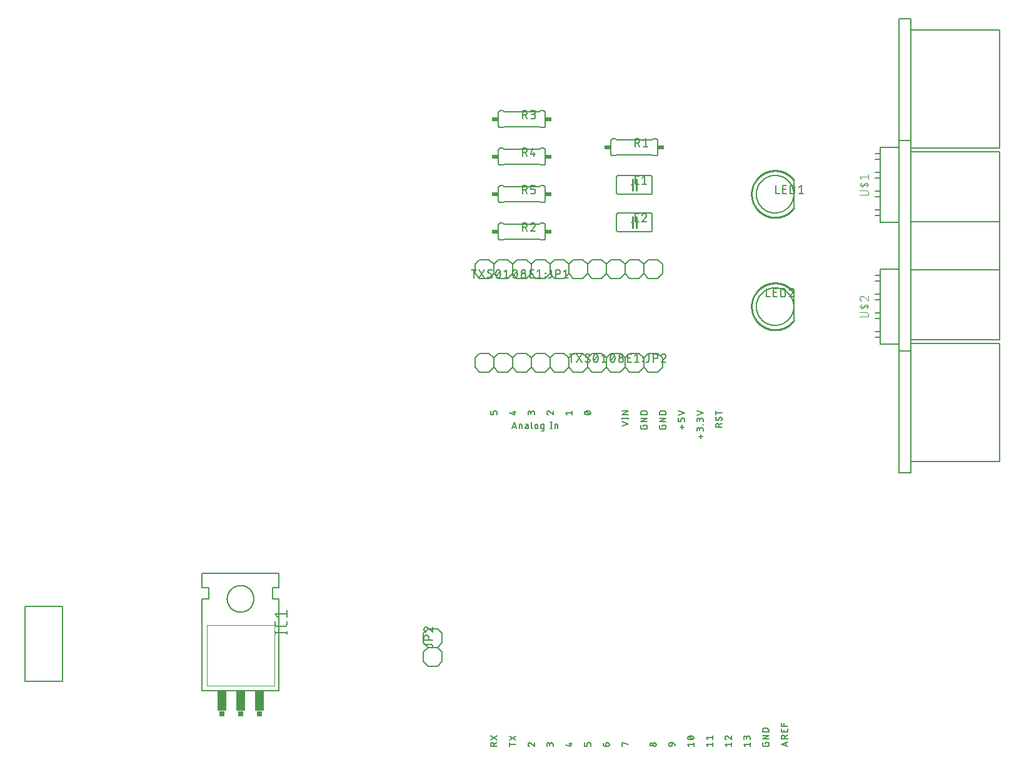
<source format=gbr>
G04 EAGLE Gerber RS-274X export*
G75*
%MOMM*%
%FSLAX34Y34*%
%LPD*%
%INSilkscreen Top*%
%IPPOS*%
%AMOC8*
5,1,8,0,0,1.08239X$1,22.5*%
G01*
%ADD10C,0.152400*%
%ADD11C,0.254000*%
%ADD12C,0.127000*%
%ADD13C,0.050800*%
%ADD14R,0.762000X0.635000*%
%ADD15R,1.270000X2.794000*%
%ADD16C,0.177800*%
%ADD17C,0.203200*%
%ADD18R,0.863600X0.609600*%
%ADD19C,0.101600*%


D10*
X829310Y825500D02*
X872490Y825500D01*
X872490Y800100D02*
X829310Y800100D01*
X875030Y802640D02*
X875030Y822960D01*
X826770Y822960D02*
X826770Y802640D01*
X872490Y825500D02*
X872590Y825498D01*
X872689Y825492D01*
X872789Y825482D01*
X872887Y825469D01*
X872986Y825451D01*
X873083Y825430D01*
X873179Y825405D01*
X873275Y825376D01*
X873369Y825343D01*
X873462Y825307D01*
X873553Y825267D01*
X873643Y825223D01*
X873731Y825176D01*
X873817Y825126D01*
X873901Y825072D01*
X873983Y825015D01*
X874062Y824955D01*
X874140Y824891D01*
X874214Y824825D01*
X874286Y824756D01*
X874355Y824684D01*
X874421Y824610D01*
X874485Y824532D01*
X874545Y824453D01*
X874602Y824371D01*
X874656Y824287D01*
X874706Y824201D01*
X874753Y824113D01*
X874797Y824023D01*
X874837Y823932D01*
X874873Y823839D01*
X874906Y823745D01*
X874935Y823649D01*
X874960Y823553D01*
X874981Y823456D01*
X874999Y823357D01*
X875012Y823259D01*
X875022Y823159D01*
X875028Y823060D01*
X875030Y822960D01*
X829310Y825500D02*
X829210Y825498D01*
X829111Y825492D01*
X829011Y825482D01*
X828913Y825469D01*
X828814Y825451D01*
X828717Y825430D01*
X828621Y825405D01*
X828525Y825376D01*
X828431Y825343D01*
X828338Y825307D01*
X828247Y825267D01*
X828157Y825223D01*
X828069Y825176D01*
X827983Y825126D01*
X827899Y825072D01*
X827817Y825015D01*
X827738Y824955D01*
X827660Y824891D01*
X827586Y824825D01*
X827514Y824756D01*
X827445Y824684D01*
X827379Y824610D01*
X827315Y824532D01*
X827255Y824453D01*
X827198Y824371D01*
X827144Y824287D01*
X827094Y824201D01*
X827047Y824113D01*
X827003Y824023D01*
X826963Y823932D01*
X826927Y823839D01*
X826894Y823745D01*
X826865Y823649D01*
X826840Y823553D01*
X826819Y823456D01*
X826801Y823357D01*
X826788Y823259D01*
X826778Y823159D01*
X826772Y823060D01*
X826770Y822960D01*
X872490Y800100D02*
X872590Y800102D01*
X872689Y800108D01*
X872789Y800118D01*
X872887Y800131D01*
X872986Y800149D01*
X873083Y800170D01*
X873179Y800195D01*
X873275Y800224D01*
X873369Y800257D01*
X873462Y800293D01*
X873553Y800333D01*
X873643Y800377D01*
X873731Y800424D01*
X873817Y800474D01*
X873901Y800528D01*
X873983Y800585D01*
X874062Y800645D01*
X874140Y800709D01*
X874214Y800775D01*
X874286Y800844D01*
X874355Y800916D01*
X874421Y800990D01*
X874485Y801068D01*
X874545Y801147D01*
X874602Y801229D01*
X874656Y801313D01*
X874706Y801399D01*
X874753Y801487D01*
X874797Y801577D01*
X874837Y801668D01*
X874873Y801761D01*
X874906Y801855D01*
X874935Y801951D01*
X874960Y802047D01*
X874981Y802144D01*
X874999Y802243D01*
X875012Y802341D01*
X875022Y802441D01*
X875028Y802540D01*
X875030Y802640D01*
X829310Y800100D02*
X829210Y800102D01*
X829111Y800108D01*
X829011Y800118D01*
X828913Y800131D01*
X828814Y800149D01*
X828717Y800170D01*
X828621Y800195D01*
X828525Y800224D01*
X828431Y800257D01*
X828338Y800293D01*
X828247Y800333D01*
X828157Y800377D01*
X828069Y800424D01*
X827983Y800474D01*
X827899Y800528D01*
X827817Y800585D01*
X827738Y800645D01*
X827660Y800709D01*
X827586Y800775D01*
X827514Y800844D01*
X827445Y800916D01*
X827379Y800990D01*
X827315Y801068D01*
X827255Y801147D01*
X827198Y801229D01*
X827144Y801313D01*
X827094Y801399D01*
X827047Y801487D01*
X827003Y801577D01*
X826963Y801668D01*
X826927Y801761D01*
X826894Y801855D01*
X826865Y801951D01*
X826840Y802047D01*
X826819Y802144D01*
X826801Y802243D01*
X826788Y802341D01*
X826778Y802441D01*
X826772Y802540D01*
X826770Y802640D01*
X853440Y812800D02*
X854710Y812800D01*
D11*
X853440Y812800D02*
X853440Y820420D01*
X853440Y812800D02*
X853440Y805180D01*
X848360Y812800D02*
X848360Y820420D01*
X848360Y812800D02*
X848360Y805180D01*
D10*
X848360Y812800D02*
X847090Y812800D01*
D12*
X854075Y813435D02*
X856615Y813435D01*
X854075Y813435D02*
X853975Y813437D01*
X853876Y813443D01*
X853776Y813453D01*
X853678Y813466D01*
X853579Y813484D01*
X853482Y813505D01*
X853386Y813530D01*
X853290Y813559D01*
X853196Y813592D01*
X853103Y813628D01*
X853012Y813668D01*
X852922Y813712D01*
X852834Y813759D01*
X852748Y813809D01*
X852664Y813863D01*
X852582Y813920D01*
X852503Y813980D01*
X852425Y814044D01*
X852351Y814110D01*
X852279Y814179D01*
X852210Y814251D01*
X852144Y814325D01*
X852080Y814403D01*
X852020Y814482D01*
X851963Y814564D01*
X851909Y814648D01*
X851859Y814734D01*
X851812Y814822D01*
X851768Y814912D01*
X851728Y815003D01*
X851692Y815096D01*
X851659Y815190D01*
X851630Y815286D01*
X851605Y815382D01*
X851584Y815479D01*
X851566Y815578D01*
X851553Y815676D01*
X851543Y815776D01*
X851537Y815875D01*
X851535Y815975D01*
X851535Y822325D01*
X851537Y822425D01*
X851543Y822524D01*
X851553Y822624D01*
X851566Y822722D01*
X851584Y822821D01*
X851605Y822918D01*
X851630Y823014D01*
X851659Y823110D01*
X851692Y823204D01*
X851728Y823297D01*
X851768Y823388D01*
X851812Y823478D01*
X851859Y823566D01*
X851909Y823652D01*
X851963Y823736D01*
X852020Y823818D01*
X852080Y823897D01*
X852144Y823975D01*
X852210Y824049D01*
X852279Y824121D01*
X852351Y824190D01*
X852425Y824256D01*
X852503Y824320D01*
X852582Y824380D01*
X852664Y824437D01*
X852748Y824491D01*
X852834Y824541D01*
X852922Y824588D01*
X853012Y824632D01*
X853103Y824672D01*
X853196Y824708D01*
X853290Y824741D01*
X853386Y824770D01*
X853482Y824795D01*
X853579Y824816D01*
X853678Y824834D01*
X853776Y824847D01*
X853876Y824857D01*
X853975Y824863D01*
X854075Y824865D01*
X856615Y824865D01*
X861097Y822325D02*
X864272Y824865D01*
X864272Y813435D01*
X861097Y813435D02*
X867447Y813435D01*
D10*
X872490Y774700D02*
X829310Y774700D01*
X829310Y749300D02*
X872490Y749300D01*
X875030Y751840D02*
X875030Y772160D01*
X826770Y772160D02*
X826770Y751840D01*
X872490Y774700D02*
X872590Y774698D01*
X872689Y774692D01*
X872789Y774682D01*
X872887Y774669D01*
X872986Y774651D01*
X873083Y774630D01*
X873179Y774605D01*
X873275Y774576D01*
X873369Y774543D01*
X873462Y774507D01*
X873553Y774467D01*
X873643Y774423D01*
X873731Y774376D01*
X873817Y774326D01*
X873901Y774272D01*
X873983Y774215D01*
X874062Y774155D01*
X874140Y774091D01*
X874214Y774025D01*
X874286Y773956D01*
X874355Y773884D01*
X874421Y773810D01*
X874485Y773732D01*
X874545Y773653D01*
X874602Y773571D01*
X874656Y773487D01*
X874706Y773401D01*
X874753Y773313D01*
X874797Y773223D01*
X874837Y773132D01*
X874873Y773039D01*
X874906Y772945D01*
X874935Y772849D01*
X874960Y772753D01*
X874981Y772656D01*
X874999Y772557D01*
X875012Y772459D01*
X875022Y772359D01*
X875028Y772260D01*
X875030Y772160D01*
X829310Y774700D02*
X829210Y774698D01*
X829111Y774692D01*
X829011Y774682D01*
X828913Y774669D01*
X828814Y774651D01*
X828717Y774630D01*
X828621Y774605D01*
X828525Y774576D01*
X828431Y774543D01*
X828338Y774507D01*
X828247Y774467D01*
X828157Y774423D01*
X828069Y774376D01*
X827983Y774326D01*
X827899Y774272D01*
X827817Y774215D01*
X827738Y774155D01*
X827660Y774091D01*
X827586Y774025D01*
X827514Y773956D01*
X827445Y773884D01*
X827379Y773810D01*
X827315Y773732D01*
X827255Y773653D01*
X827198Y773571D01*
X827144Y773487D01*
X827094Y773401D01*
X827047Y773313D01*
X827003Y773223D01*
X826963Y773132D01*
X826927Y773039D01*
X826894Y772945D01*
X826865Y772849D01*
X826840Y772753D01*
X826819Y772656D01*
X826801Y772557D01*
X826788Y772459D01*
X826778Y772359D01*
X826772Y772260D01*
X826770Y772160D01*
X872490Y749300D02*
X872590Y749302D01*
X872689Y749308D01*
X872789Y749318D01*
X872887Y749331D01*
X872986Y749349D01*
X873083Y749370D01*
X873179Y749395D01*
X873275Y749424D01*
X873369Y749457D01*
X873462Y749493D01*
X873553Y749533D01*
X873643Y749577D01*
X873731Y749624D01*
X873817Y749674D01*
X873901Y749728D01*
X873983Y749785D01*
X874062Y749845D01*
X874140Y749909D01*
X874214Y749975D01*
X874286Y750044D01*
X874355Y750116D01*
X874421Y750190D01*
X874485Y750268D01*
X874545Y750347D01*
X874602Y750429D01*
X874656Y750513D01*
X874706Y750599D01*
X874753Y750687D01*
X874797Y750777D01*
X874837Y750868D01*
X874873Y750961D01*
X874906Y751055D01*
X874935Y751151D01*
X874960Y751247D01*
X874981Y751344D01*
X874999Y751443D01*
X875012Y751541D01*
X875022Y751641D01*
X875028Y751740D01*
X875030Y751840D01*
X829310Y749300D02*
X829210Y749302D01*
X829111Y749308D01*
X829011Y749318D01*
X828913Y749331D01*
X828814Y749349D01*
X828717Y749370D01*
X828621Y749395D01*
X828525Y749424D01*
X828431Y749457D01*
X828338Y749493D01*
X828247Y749533D01*
X828157Y749577D01*
X828069Y749624D01*
X827983Y749674D01*
X827899Y749728D01*
X827817Y749785D01*
X827738Y749845D01*
X827660Y749909D01*
X827586Y749975D01*
X827514Y750044D01*
X827445Y750116D01*
X827379Y750190D01*
X827315Y750268D01*
X827255Y750347D01*
X827198Y750429D01*
X827144Y750513D01*
X827094Y750599D01*
X827047Y750687D01*
X827003Y750777D01*
X826963Y750868D01*
X826927Y750961D01*
X826894Y751055D01*
X826865Y751151D01*
X826840Y751247D01*
X826819Y751344D01*
X826801Y751443D01*
X826788Y751541D01*
X826778Y751641D01*
X826772Y751740D01*
X826770Y751840D01*
X853440Y762000D02*
X854710Y762000D01*
D11*
X853440Y762000D02*
X853440Y769620D01*
X853440Y762000D02*
X853440Y754380D01*
X848360Y762000D02*
X848360Y769620D01*
X848360Y762000D02*
X848360Y754380D01*
D10*
X848360Y762000D02*
X847090Y762000D01*
D12*
X854075Y762635D02*
X856615Y762635D01*
X854075Y762635D02*
X853975Y762637D01*
X853876Y762643D01*
X853776Y762653D01*
X853678Y762666D01*
X853579Y762684D01*
X853482Y762705D01*
X853386Y762730D01*
X853290Y762759D01*
X853196Y762792D01*
X853103Y762828D01*
X853012Y762868D01*
X852922Y762912D01*
X852834Y762959D01*
X852748Y763009D01*
X852664Y763063D01*
X852582Y763120D01*
X852503Y763180D01*
X852425Y763244D01*
X852351Y763310D01*
X852279Y763379D01*
X852210Y763451D01*
X852144Y763525D01*
X852080Y763603D01*
X852020Y763682D01*
X851963Y763764D01*
X851909Y763848D01*
X851859Y763934D01*
X851812Y764022D01*
X851768Y764112D01*
X851728Y764203D01*
X851692Y764296D01*
X851659Y764390D01*
X851630Y764486D01*
X851605Y764582D01*
X851584Y764679D01*
X851566Y764778D01*
X851553Y764876D01*
X851543Y764976D01*
X851537Y765075D01*
X851535Y765175D01*
X851535Y771525D01*
X851537Y771625D01*
X851543Y771724D01*
X851553Y771824D01*
X851566Y771922D01*
X851584Y772021D01*
X851605Y772118D01*
X851630Y772214D01*
X851659Y772310D01*
X851692Y772404D01*
X851728Y772497D01*
X851768Y772588D01*
X851812Y772678D01*
X851859Y772766D01*
X851909Y772852D01*
X851963Y772936D01*
X852020Y773018D01*
X852080Y773097D01*
X852144Y773175D01*
X852210Y773249D01*
X852279Y773321D01*
X852351Y773390D01*
X852425Y773456D01*
X852503Y773520D01*
X852582Y773580D01*
X852664Y773637D01*
X852748Y773691D01*
X852834Y773741D01*
X852922Y773788D01*
X853012Y773832D01*
X853103Y773872D01*
X853196Y773908D01*
X853290Y773941D01*
X853386Y773970D01*
X853482Y773995D01*
X853579Y774016D01*
X853678Y774034D01*
X853776Y774047D01*
X853876Y774057D01*
X853975Y774063D01*
X854075Y774065D01*
X856615Y774065D01*
X864590Y774066D02*
X864694Y774064D01*
X864799Y774058D01*
X864903Y774049D01*
X865006Y774036D01*
X865109Y774018D01*
X865211Y773998D01*
X865313Y773973D01*
X865413Y773945D01*
X865513Y773913D01*
X865611Y773877D01*
X865708Y773838D01*
X865803Y773796D01*
X865897Y773750D01*
X865989Y773700D01*
X866079Y773648D01*
X866167Y773592D01*
X866253Y773532D01*
X866337Y773470D01*
X866418Y773405D01*
X866497Y773337D01*
X866574Y773265D01*
X866647Y773192D01*
X866719Y773115D01*
X866787Y773036D01*
X866852Y772955D01*
X866914Y772871D01*
X866974Y772785D01*
X867030Y772697D01*
X867082Y772607D01*
X867132Y772515D01*
X867178Y772421D01*
X867220Y772326D01*
X867259Y772229D01*
X867295Y772131D01*
X867327Y772031D01*
X867355Y771931D01*
X867380Y771829D01*
X867400Y771727D01*
X867418Y771624D01*
X867431Y771521D01*
X867440Y771417D01*
X867446Y771312D01*
X867448Y771208D01*
X864590Y774065D02*
X864472Y774063D01*
X864353Y774057D01*
X864235Y774048D01*
X864118Y774035D01*
X864001Y774017D01*
X863884Y773997D01*
X863768Y773972D01*
X863653Y773944D01*
X863540Y773911D01*
X863427Y773876D01*
X863315Y773836D01*
X863205Y773794D01*
X863096Y773747D01*
X862988Y773697D01*
X862883Y773644D01*
X862779Y773587D01*
X862677Y773527D01*
X862577Y773464D01*
X862479Y773397D01*
X862383Y773328D01*
X862290Y773255D01*
X862199Y773179D01*
X862110Y773101D01*
X862024Y773019D01*
X861941Y772935D01*
X861860Y772849D01*
X861783Y772759D01*
X861708Y772668D01*
X861636Y772574D01*
X861567Y772477D01*
X861502Y772379D01*
X861439Y772278D01*
X861380Y772175D01*
X861324Y772071D01*
X861272Y771965D01*
X861223Y771857D01*
X861178Y771748D01*
X861136Y771637D01*
X861098Y771525D01*
X866495Y768986D02*
X866571Y769061D01*
X866646Y769140D01*
X866717Y769221D01*
X866786Y769305D01*
X866851Y769391D01*
X866913Y769479D01*
X866973Y769569D01*
X867029Y769661D01*
X867082Y769756D01*
X867131Y769852D01*
X867177Y769950D01*
X867220Y770049D01*
X867259Y770150D01*
X867294Y770252D01*
X867326Y770355D01*
X867354Y770459D01*
X867379Y770564D01*
X867400Y770671D01*
X867417Y770777D01*
X867430Y770884D01*
X867439Y770992D01*
X867445Y771100D01*
X867447Y771208D01*
X866495Y768985D02*
X861097Y762635D01*
X867447Y762635D01*
D10*
X369570Y127000D02*
X265430Y127000D01*
X265430Y285750D02*
X369570Y285750D01*
X369570Y251460D02*
X369570Y127000D01*
X369570Y251460D02*
X360680Y251460D01*
X360680Y266700D01*
X369570Y266700D01*
X369570Y285750D01*
X265430Y251460D02*
X265430Y127000D01*
X265430Y251460D02*
X274320Y251460D01*
X274320Y266700D01*
X265430Y266700D01*
X265430Y285750D01*
D13*
X271780Y133350D02*
X363220Y133350D01*
X363220Y215900D01*
X271780Y215900D01*
X271780Y133350D01*
D10*
X299466Y251460D02*
X299471Y251903D01*
X299488Y252345D01*
X299515Y252787D01*
X299553Y253228D01*
X299602Y253668D01*
X299661Y254106D01*
X299732Y254543D01*
X299813Y254978D01*
X299904Y255411D01*
X300006Y255842D01*
X300119Y256270D01*
X300243Y256695D01*
X300376Y257117D01*
X300520Y257535D01*
X300674Y257950D01*
X300839Y258361D01*
X301013Y258768D01*
X301197Y259171D01*
X301392Y259568D01*
X301595Y259961D01*
X301809Y260349D01*
X302032Y260731D01*
X302264Y261108D01*
X302505Y261479D01*
X302756Y261844D01*
X303015Y262203D01*
X303283Y262555D01*
X303560Y262901D01*
X303844Y263239D01*
X304138Y263571D01*
X304439Y263895D01*
X304748Y264212D01*
X305065Y264521D01*
X305389Y264822D01*
X305721Y265116D01*
X306059Y265400D01*
X306405Y265677D01*
X306757Y265945D01*
X307116Y266204D01*
X307481Y266455D01*
X307852Y266696D01*
X308229Y266928D01*
X308611Y267151D01*
X308999Y267365D01*
X309392Y267568D01*
X309789Y267763D01*
X310192Y267947D01*
X310599Y268121D01*
X311010Y268286D01*
X311425Y268440D01*
X311843Y268584D01*
X312265Y268717D01*
X312690Y268841D01*
X313118Y268954D01*
X313549Y269056D01*
X313982Y269147D01*
X314417Y269228D01*
X314854Y269299D01*
X315292Y269358D01*
X315732Y269407D01*
X316173Y269445D01*
X316615Y269472D01*
X317057Y269489D01*
X317500Y269494D01*
X317943Y269489D01*
X318385Y269472D01*
X318827Y269445D01*
X319268Y269407D01*
X319708Y269358D01*
X320146Y269299D01*
X320583Y269228D01*
X321018Y269147D01*
X321451Y269056D01*
X321882Y268954D01*
X322310Y268841D01*
X322735Y268717D01*
X323157Y268584D01*
X323575Y268440D01*
X323990Y268286D01*
X324401Y268121D01*
X324808Y267947D01*
X325211Y267763D01*
X325608Y267568D01*
X326001Y267365D01*
X326389Y267151D01*
X326771Y266928D01*
X327148Y266696D01*
X327519Y266455D01*
X327884Y266204D01*
X328243Y265945D01*
X328595Y265677D01*
X328941Y265400D01*
X329279Y265116D01*
X329611Y264822D01*
X329935Y264521D01*
X330252Y264212D01*
X330561Y263895D01*
X330862Y263571D01*
X331156Y263239D01*
X331440Y262901D01*
X331717Y262555D01*
X331985Y262203D01*
X332244Y261844D01*
X332495Y261479D01*
X332736Y261108D01*
X332968Y260731D01*
X333191Y260349D01*
X333405Y259961D01*
X333608Y259568D01*
X333803Y259171D01*
X333987Y258768D01*
X334161Y258361D01*
X334326Y257950D01*
X334480Y257535D01*
X334624Y257117D01*
X334757Y256695D01*
X334881Y256270D01*
X334994Y255842D01*
X335096Y255411D01*
X335187Y254978D01*
X335268Y254543D01*
X335339Y254106D01*
X335398Y253668D01*
X335447Y253228D01*
X335485Y252787D01*
X335512Y252345D01*
X335529Y251903D01*
X335534Y251460D01*
X335529Y251017D01*
X335512Y250575D01*
X335485Y250133D01*
X335447Y249692D01*
X335398Y249252D01*
X335339Y248814D01*
X335268Y248377D01*
X335187Y247942D01*
X335096Y247509D01*
X334994Y247078D01*
X334881Y246650D01*
X334757Y246225D01*
X334624Y245803D01*
X334480Y245385D01*
X334326Y244970D01*
X334161Y244559D01*
X333987Y244152D01*
X333803Y243749D01*
X333608Y243352D01*
X333405Y242959D01*
X333191Y242571D01*
X332968Y242189D01*
X332736Y241812D01*
X332495Y241441D01*
X332244Y241076D01*
X331985Y240717D01*
X331717Y240365D01*
X331440Y240019D01*
X331156Y239681D01*
X330862Y239349D01*
X330561Y239025D01*
X330252Y238708D01*
X329935Y238399D01*
X329611Y238098D01*
X329279Y237804D01*
X328941Y237520D01*
X328595Y237243D01*
X328243Y236975D01*
X327884Y236716D01*
X327519Y236465D01*
X327148Y236224D01*
X326771Y235992D01*
X326389Y235769D01*
X326001Y235555D01*
X325608Y235352D01*
X325211Y235157D01*
X324808Y234973D01*
X324401Y234799D01*
X323990Y234634D01*
X323575Y234480D01*
X323157Y234336D01*
X322735Y234203D01*
X322310Y234079D01*
X321882Y233966D01*
X321451Y233864D01*
X321018Y233773D01*
X320583Y233692D01*
X320146Y233621D01*
X319708Y233562D01*
X319268Y233513D01*
X318827Y233475D01*
X318385Y233448D01*
X317943Y233431D01*
X317500Y233426D01*
X317057Y233431D01*
X316615Y233448D01*
X316173Y233475D01*
X315732Y233513D01*
X315292Y233562D01*
X314854Y233621D01*
X314417Y233692D01*
X313982Y233773D01*
X313549Y233864D01*
X313118Y233966D01*
X312690Y234079D01*
X312265Y234203D01*
X311843Y234336D01*
X311425Y234480D01*
X311010Y234634D01*
X310599Y234799D01*
X310192Y234973D01*
X309789Y235157D01*
X309392Y235352D01*
X308999Y235555D01*
X308611Y235769D01*
X308229Y235992D01*
X307852Y236224D01*
X307481Y236465D01*
X307116Y236716D01*
X306757Y236975D01*
X306405Y237243D01*
X306059Y237520D01*
X305721Y237804D01*
X305389Y238098D01*
X305065Y238399D01*
X304748Y238708D01*
X304439Y239025D01*
X304138Y239349D01*
X303844Y239681D01*
X303560Y240019D01*
X303283Y240365D01*
X303015Y240717D01*
X302756Y241076D01*
X302505Y241441D01*
X302264Y241812D01*
X302032Y242189D01*
X301809Y242571D01*
X301595Y242959D01*
X301392Y243352D01*
X301197Y243749D01*
X301013Y244152D01*
X300839Y244559D01*
X300674Y244970D01*
X300520Y245385D01*
X300376Y245803D01*
X300243Y246225D01*
X300119Y246650D01*
X300006Y247078D01*
X299904Y247509D01*
X299813Y247942D01*
X299732Y248377D01*
X299661Y248814D01*
X299602Y249252D01*
X299553Y249692D01*
X299515Y250133D01*
X299488Y250575D01*
X299471Y251017D01*
X299466Y251460D01*
D14*
X342900Y95885D03*
X317500Y95885D03*
X292100Y95885D03*
D15*
X292100Y113030D03*
X317500Y113030D03*
X342900Y113030D03*
D16*
X364109Y205867D02*
X380111Y205867D01*
X380111Y204089D02*
X380111Y207645D01*
X364109Y207645D02*
X364109Y204089D01*
X380111Y217439D02*
X380111Y220995D01*
X380111Y217439D02*
X380109Y217323D01*
X380103Y217206D01*
X380094Y217090D01*
X380081Y216975D01*
X380064Y216860D01*
X380043Y216745D01*
X380018Y216632D01*
X379990Y216519D01*
X379958Y216407D01*
X379922Y216296D01*
X379883Y216186D01*
X379840Y216078D01*
X379794Y215971D01*
X379744Y215866D01*
X379691Y215763D01*
X379635Y215661D01*
X379575Y215561D01*
X379512Y215463D01*
X379445Y215368D01*
X379376Y215274D01*
X379304Y215183D01*
X379229Y215094D01*
X379150Y215008D01*
X379069Y214925D01*
X378986Y214844D01*
X378900Y214765D01*
X378811Y214690D01*
X378720Y214618D01*
X378626Y214549D01*
X378531Y214482D01*
X378433Y214419D01*
X378333Y214359D01*
X378231Y214303D01*
X378128Y214250D01*
X378023Y214200D01*
X377916Y214154D01*
X377808Y214111D01*
X377698Y214072D01*
X377587Y214036D01*
X377475Y214004D01*
X377362Y213976D01*
X377249Y213951D01*
X377134Y213930D01*
X377019Y213913D01*
X376904Y213900D01*
X376788Y213891D01*
X376671Y213885D01*
X376555Y213883D01*
X367665Y213883D01*
X367549Y213885D01*
X367432Y213891D01*
X367316Y213900D01*
X367201Y213913D01*
X367086Y213930D01*
X366971Y213951D01*
X366858Y213976D01*
X366745Y214004D01*
X366633Y214036D01*
X366522Y214072D01*
X366412Y214111D01*
X366304Y214154D01*
X366197Y214200D01*
X366092Y214250D01*
X365989Y214303D01*
X365887Y214359D01*
X365787Y214419D01*
X365689Y214482D01*
X365594Y214549D01*
X365500Y214618D01*
X365409Y214690D01*
X365320Y214765D01*
X365234Y214844D01*
X365151Y214925D01*
X365070Y215008D01*
X364991Y215094D01*
X364916Y215183D01*
X364844Y215274D01*
X364775Y215368D01*
X364708Y215463D01*
X364645Y215561D01*
X364585Y215661D01*
X364529Y215763D01*
X364476Y215866D01*
X364426Y215971D01*
X364380Y216078D01*
X364337Y216186D01*
X364298Y216296D01*
X364262Y216407D01*
X364230Y216519D01*
X364202Y216632D01*
X364177Y216745D01*
X364156Y216860D01*
X364139Y216975D01*
X364126Y217090D01*
X364117Y217206D01*
X364111Y217323D01*
X364109Y217439D01*
X364109Y220995D01*
X367665Y226953D02*
X364109Y231398D01*
X380111Y231398D01*
X380111Y226953D02*
X380111Y235843D01*
D10*
X565317Y179070D02*
X565317Y166370D01*
X565317Y179070D02*
X571667Y185420D01*
X584367Y185420D01*
X590717Y179070D01*
X584367Y160020D02*
X571667Y160020D01*
X565317Y166370D01*
X584367Y160020D02*
X590717Y166370D01*
X590717Y179070D01*
X571667Y185420D02*
X565317Y191770D01*
X565317Y204470D01*
X571667Y210820D01*
X584367Y210820D01*
X590717Y204470D01*
X590717Y191770D01*
X584367Y185420D01*
D12*
X574842Y189865D02*
X565952Y189865D01*
X574842Y189865D02*
X574942Y189863D01*
X575041Y189857D01*
X575141Y189847D01*
X575239Y189834D01*
X575338Y189816D01*
X575435Y189795D01*
X575531Y189770D01*
X575627Y189741D01*
X575721Y189708D01*
X575814Y189672D01*
X575905Y189632D01*
X575995Y189588D01*
X576083Y189541D01*
X576169Y189491D01*
X576253Y189437D01*
X576335Y189380D01*
X576414Y189320D01*
X576492Y189256D01*
X576566Y189190D01*
X576638Y189121D01*
X576707Y189049D01*
X576773Y188975D01*
X576837Y188897D01*
X576897Y188818D01*
X576954Y188736D01*
X577008Y188652D01*
X577058Y188566D01*
X577105Y188478D01*
X577149Y188388D01*
X577189Y188297D01*
X577225Y188204D01*
X577258Y188110D01*
X577287Y188014D01*
X577312Y187918D01*
X577333Y187821D01*
X577351Y187722D01*
X577364Y187624D01*
X577374Y187524D01*
X577380Y187425D01*
X577382Y187325D01*
X577382Y186055D01*
X577382Y195845D02*
X565952Y195845D01*
X565952Y199020D01*
X565954Y199131D01*
X565960Y199241D01*
X565969Y199352D01*
X565983Y199462D01*
X566000Y199571D01*
X566021Y199680D01*
X566046Y199788D01*
X566075Y199895D01*
X566107Y200001D01*
X566143Y200106D01*
X566183Y200209D01*
X566226Y200311D01*
X566273Y200412D01*
X566324Y200511D01*
X566377Y200608D01*
X566434Y200702D01*
X566495Y200795D01*
X566558Y200886D01*
X566625Y200975D01*
X566695Y201061D01*
X566768Y201144D01*
X566843Y201226D01*
X566921Y201304D01*
X567003Y201379D01*
X567086Y201452D01*
X567172Y201522D01*
X567261Y201589D01*
X567352Y201652D01*
X567445Y201713D01*
X567540Y201770D01*
X567636Y201823D01*
X567735Y201874D01*
X567836Y201921D01*
X567938Y201964D01*
X568041Y202004D01*
X568146Y202040D01*
X568252Y202072D01*
X568359Y202101D01*
X568467Y202126D01*
X568576Y202147D01*
X568685Y202164D01*
X568795Y202178D01*
X568906Y202187D01*
X569016Y202193D01*
X569127Y202195D01*
X569238Y202193D01*
X569348Y202187D01*
X569459Y202178D01*
X569569Y202164D01*
X569678Y202147D01*
X569787Y202126D01*
X569895Y202101D01*
X570002Y202072D01*
X570108Y202040D01*
X570213Y202004D01*
X570316Y201964D01*
X570418Y201921D01*
X570519Y201874D01*
X570618Y201823D01*
X570715Y201770D01*
X570809Y201713D01*
X570902Y201652D01*
X570993Y201589D01*
X571082Y201522D01*
X571168Y201452D01*
X571251Y201379D01*
X571333Y201304D01*
X571411Y201226D01*
X571486Y201144D01*
X571559Y201061D01*
X571629Y200975D01*
X571696Y200886D01*
X571759Y200795D01*
X571820Y200702D01*
X571877Y200608D01*
X571930Y200511D01*
X571981Y200412D01*
X572028Y200311D01*
X572071Y200209D01*
X572111Y200106D01*
X572147Y200001D01*
X572179Y199895D01*
X572208Y199788D01*
X572233Y199680D01*
X572254Y199571D01*
X572271Y199462D01*
X572285Y199352D01*
X572294Y199241D01*
X572300Y199131D01*
X572302Y199020D01*
X572302Y195845D01*
X565951Y210196D02*
X565953Y210300D01*
X565959Y210405D01*
X565968Y210509D01*
X565981Y210612D01*
X565999Y210715D01*
X566019Y210817D01*
X566044Y210919D01*
X566072Y211019D01*
X566104Y211119D01*
X566140Y211217D01*
X566179Y211314D01*
X566221Y211409D01*
X566267Y211503D01*
X566317Y211595D01*
X566369Y211685D01*
X566425Y211773D01*
X566485Y211859D01*
X566547Y211943D01*
X566612Y212024D01*
X566680Y212103D01*
X566752Y212180D01*
X566825Y212253D01*
X566902Y212325D01*
X566981Y212393D01*
X567062Y212458D01*
X567146Y212520D01*
X567232Y212580D01*
X567320Y212636D01*
X567410Y212688D01*
X567502Y212738D01*
X567596Y212784D01*
X567691Y212826D01*
X567788Y212865D01*
X567886Y212901D01*
X567986Y212933D01*
X568086Y212961D01*
X568188Y212986D01*
X568290Y213006D01*
X568393Y213024D01*
X568496Y213037D01*
X568600Y213046D01*
X568705Y213052D01*
X568809Y213054D01*
X565952Y210196D02*
X565954Y210078D01*
X565960Y209959D01*
X565969Y209841D01*
X565982Y209724D01*
X566000Y209607D01*
X566020Y209490D01*
X566045Y209374D01*
X566073Y209259D01*
X566106Y209146D01*
X566141Y209033D01*
X566181Y208921D01*
X566223Y208811D01*
X566270Y208702D01*
X566320Y208594D01*
X566373Y208489D01*
X566430Y208385D01*
X566490Y208283D01*
X566553Y208183D01*
X566620Y208085D01*
X566689Y207989D01*
X566762Y207896D01*
X566838Y207805D01*
X566916Y207716D01*
X566998Y207630D01*
X567082Y207547D01*
X567168Y207466D01*
X567258Y207389D01*
X567349Y207314D01*
X567443Y207242D01*
X567540Y207173D01*
X567638Y207108D01*
X567739Y207045D01*
X567842Y206986D01*
X567946Y206930D01*
X568052Y206878D01*
X568160Y206829D01*
X568269Y206784D01*
X568380Y206742D01*
X568492Y206704D01*
X571031Y212102D02*
X570956Y212178D01*
X570877Y212253D01*
X570796Y212324D01*
X570712Y212393D01*
X570626Y212458D01*
X570538Y212520D01*
X570448Y212580D01*
X570356Y212636D01*
X570261Y212689D01*
X570165Y212738D01*
X570067Y212784D01*
X569968Y212827D01*
X569867Y212866D01*
X569765Y212901D01*
X569662Y212933D01*
X569558Y212961D01*
X569453Y212986D01*
X569346Y213007D01*
X569240Y213024D01*
X569133Y213037D01*
X569025Y213046D01*
X568917Y213052D01*
X568809Y213054D01*
X571032Y212101D02*
X577382Y206704D01*
X577382Y213054D01*
X76200Y241300D02*
X25400Y241300D01*
X25400Y139700D01*
X76200Y139700D01*
X76200Y241300D01*
D17*
X1066800Y781050D02*
X1066800Y819150D01*
D11*
X1066326Y819766D01*
X1065837Y820371D01*
X1065333Y820963D01*
X1064815Y821543D01*
X1064283Y822110D01*
X1063737Y822664D01*
X1063178Y823204D01*
X1062605Y823730D01*
X1062020Y824243D01*
X1061423Y824740D01*
X1060814Y825223D01*
X1060193Y825691D01*
X1059560Y826144D01*
X1058917Y826581D01*
X1058263Y827002D01*
X1057599Y827406D01*
X1056926Y827795D01*
X1056243Y828167D01*
X1055551Y828522D01*
X1054851Y828860D01*
X1054143Y829181D01*
X1053427Y829484D01*
X1052703Y829770D01*
X1051974Y830038D01*
X1051237Y830288D01*
X1050495Y830519D01*
X1049747Y830733D01*
X1048995Y830928D01*
X1048237Y831105D01*
X1047476Y831263D01*
X1046711Y831403D01*
X1045943Y831523D01*
X1045172Y831625D01*
X1044399Y831708D01*
X1043624Y831772D01*
X1042848Y831817D01*
X1042071Y831843D01*
X1041293Y831850D01*
X1040516Y831838D01*
X1039739Y831807D01*
X1038963Y831756D01*
X1038188Y831687D01*
X1037416Y831599D01*
X1036646Y831492D01*
X1035878Y831366D01*
X1035114Y831222D01*
X1034354Y831058D01*
X1033598Y830876D01*
X1032847Y830676D01*
X1032100Y830458D01*
X1031360Y830221D01*
X1030625Y829966D01*
X1029897Y829693D01*
X1029176Y829402D01*
X1028462Y829094D01*
X1027756Y828769D01*
X1027058Y828426D01*
X1026368Y828066D01*
X1025688Y827690D01*
X1025017Y827297D01*
X1024356Y826887D01*
X1023705Y826462D01*
X1023065Y826021D01*
X1022436Y825564D01*
X1021818Y825092D01*
X1021212Y824605D01*
X1020618Y824103D01*
X1020036Y823587D01*
X1019467Y823057D01*
X1018912Y822513D01*
X1018369Y821955D01*
X1017841Y821385D01*
X1017327Y820802D01*
X1016827Y820206D01*
X1016342Y819598D01*
X1015872Y818979D01*
X1015418Y818348D01*
X1014979Y817706D01*
X1014555Y817054D01*
X1014148Y816391D01*
X1013757Y815719D01*
X1013383Y815037D01*
X1013026Y814347D01*
X1012686Y813648D01*
X1012362Y812940D01*
X1012057Y812226D01*
X1011768Y811503D01*
X1011498Y810774D01*
X1011246Y810039D01*
X1011011Y809297D01*
X1010795Y808550D01*
X1010597Y807798D01*
X1010418Y807042D01*
X1010257Y806281D01*
X1010115Y805517D01*
X1009992Y804749D01*
X1009888Y803978D01*
X1009802Y803205D01*
X1009736Y802431D01*
X1009688Y801655D01*
X1009660Y800878D01*
X1009650Y800100D01*
X1009660Y799322D01*
X1009688Y798545D01*
X1009736Y797769D01*
X1009802Y796995D01*
X1009888Y796222D01*
X1009992Y795451D01*
X1010115Y794683D01*
X1010257Y793919D01*
X1010418Y793158D01*
X1010597Y792402D01*
X1010795Y791650D01*
X1011011Y790903D01*
X1011246Y790161D01*
X1011498Y789426D01*
X1011768Y788697D01*
X1012057Y787974D01*
X1012362Y787260D01*
X1012686Y786552D01*
X1013026Y785853D01*
X1013383Y785163D01*
X1013757Y784481D01*
X1014148Y783809D01*
X1014555Y783146D01*
X1014979Y782494D01*
X1015418Y781852D01*
X1015872Y781221D01*
X1016342Y780602D01*
X1016827Y779994D01*
X1017327Y779398D01*
X1017841Y778815D01*
X1018369Y778245D01*
X1018912Y777687D01*
X1019467Y777143D01*
X1020036Y776613D01*
X1020618Y776097D01*
X1021212Y775595D01*
X1021818Y775108D01*
X1022436Y774636D01*
X1023065Y774179D01*
X1023705Y773738D01*
X1024356Y773313D01*
X1025017Y772903D01*
X1025688Y772510D01*
X1026368Y772134D01*
X1027058Y771774D01*
X1027756Y771431D01*
X1028462Y771106D01*
X1029176Y770798D01*
X1029897Y770507D01*
X1030625Y770234D01*
X1031360Y769979D01*
X1032100Y769742D01*
X1032847Y769524D01*
X1033598Y769324D01*
X1034354Y769142D01*
X1035114Y768978D01*
X1035878Y768834D01*
X1036646Y768708D01*
X1037416Y768601D01*
X1038188Y768513D01*
X1038963Y768444D01*
X1039739Y768393D01*
X1040516Y768362D01*
X1041293Y768350D01*
X1042071Y768357D01*
X1042848Y768383D01*
X1043624Y768428D01*
X1044399Y768492D01*
X1045172Y768575D01*
X1045943Y768677D01*
X1046711Y768797D01*
X1047476Y768937D01*
X1048237Y769095D01*
X1048995Y769272D01*
X1049747Y769467D01*
X1050495Y769681D01*
X1051237Y769912D01*
X1051974Y770162D01*
X1052703Y770430D01*
X1053427Y770716D01*
X1054143Y771019D01*
X1054851Y771340D01*
X1055551Y771678D01*
X1056243Y772033D01*
X1056926Y772405D01*
X1057599Y772794D01*
X1058263Y773198D01*
X1058917Y773619D01*
X1059560Y774056D01*
X1060193Y774509D01*
X1060814Y774977D01*
X1061423Y775460D01*
X1062020Y775957D01*
X1062605Y776470D01*
X1063178Y776996D01*
X1063737Y777536D01*
X1064283Y778090D01*
X1064815Y778657D01*
X1065333Y779237D01*
X1065837Y779829D01*
X1066326Y780434D01*
X1066800Y781050D01*
D10*
X1016000Y800100D02*
X1016008Y800723D01*
X1016031Y801346D01*
X1016069Y801969D01*
X1016122Y802590D01*
X1016191Y803209D01*
X1016275Y803827D01*
X1016374Y804442D01*
X1016488Y805055D01*
X1016617Y805665D01*
X1016761Y806272D01*
X1016920Y806875D01*
X1017094Y807473D01*
X1017282Y808068D01*
X1017485Y808657D01*
X1017702Y809241D01*
X1017933Y809820D01*
X1018179Y810393D01*
X1018439Y810960D01*
X1018712Y811520D01*
X1018999Y812073D01*
X1019300Y812620D01*
X1019614Y813158D01*
X1019941Y813689D01*
X1020281Y814211D01*
X1020633Y814726D01*
X1020999Y815231D01*
X1021376Y815727D01*
X1021766Y816214D01*
X1022167Y816691D01*
X1022580Y817158D01*
X1023004Y817614D01*
X1023439Y818061D01*
X1023886Y818496D01*
X1024342Y818920D01*
X1024809Y819333D01*
X1025286Y819734D01*
X1025773Y820124D01*
X1026269Y820501D01*
X1026774Y820867D01*
X1027289Y821219D01*
X1027811Y821559D01*
X1028342Y821886D01*
X1028880Y822200D01*
X1029427Y822501D01*
X1029980Y822788D01*
X1030540Y823061D01*
X1031107Y823321D01*
X1031680Y823567D01*
X1032259Y823798D01*
X1032843Y824015D01*
X1033432Y824218D01*
X1034027Y824406D01*
X1034625Y824580D01*
X1035228Y824739D01*
X1035835Y824883D01*
X1036445Y825012D01*
X1037058Y825126D01*
X1037673Y825225D01*
X1038291Y825309D01*
X1038910Y825378D01*
X1039531Y825431D01*
X1040154Y825469D01*
X1040777Y825492D01*
X1041400Y825500D01*
X1042023Y825492D01*
X1042646Y825469D01*
X1043269Y825431D01*
X1043890Y825378D01*
X1044509Y825309D01*
X1045127Y825225D01*
X1045742Y825126D01*
X1046355Y825012D01*
X1046965Y824883D01*
X1047572Y824739D01*
X1048175Y824580D01*
X1048773Y824406D01*
X1049368Y824218D01*
X1049957Y824015D01*
X1050541Y823798D01*
X1051120Y823567D01*
X1051693Y823321D01*
X1052260Y823061D01*
X1052820Y822788D01*
X1053373Y822501D01*
X1053920Y822200D01*
X1054458Y821886D01*
X1054989Y821559D01*
X1055511Y821219D01*
X1056026Y820867D01*
X1056531Y820501D01*
X1057027Y820124D01*
X1057514Y819734D01*
X1057991Y819333D01*
X1058458Y818920D01*
X1058914Y818496D01*
X1059361Y818061D01*
X1059796Y817614D01*
X1060220Y817158D01*
X1060633Y816691D01*
X1061034Y816214D01*
X1061424Y815727D01*
X1061801Y815231D01*
X1062167Y814726D01*
X1062519Y814211D01*
X1062859Y813689D01*
X1063186Y813158D01*
X1063500Y812620D01*
X1063801Y812073D01*
X1064088Y811520D01*
X1064361Y810960D01*
X1064621Y810393D01*
X1064867Y809820D01*
X1065098Y809241D01*
X1065315Y808657D01*
X1065518Y808068D01*
X1065706Y807473D01*
X1065880Y806875D01*
X1066039Y806272D01*
X1066183Y805665D01*
X1066312Y805055D01*
X1066426Y804442D01*
X1066525Y803827D01*
X1066609Y803209D01*
X1066678Y802590D01*
X1066731Y801969D01*
X1066769Y801346D01*
X1066792Y800723D01*
X1066800Y800100D01*
X1066792Y799477D01*
X1066769Y798854D01*
X1066731Y798231D01*
X1066678Y797610D01*
X1066609Y796991D01*
X1066525Y796373D01*
X1066426Y795758D01*
X1066312Y795145D01*
X1066183Y794535D01*
X1066039Y793928D01*
X1065880Y793325D01*
X1065706Y792727D01*
X1065518Y792132D01*
X1065315Y791543D01*
X1065098Y790959D01*
X1064867Y790380D01*
X1064621Y789807D01*
X1064361Y789240D01*
X1064088Y788680D01*
X1063801Y788127D01*
X1063500Y787580D01*
X1063186Y787042D01*
X1062859Y786511D01*
X1062519Y785989D01*
X1062167Y785474D01*
X1061801Y784969D01*
X1061424Y784473D01*
X1061034Y783986D01*
X1060633Y783509D01*
X1060220Y783042D01*
X1059796Y782586D01*
X1059361Y782139D01*
X1058914Y781704D01*
X1058458Y781280D01*
X1057991Y780867D01*
X1057514Y780466D01*
X1057027Y780076D01*
X1056531Y779699D01*
X1056026Y779333D01*
X1055511Y778981D01*
X1054989Y778641D01*
X1054458Y778314D01*
X1053920Y778000D01*
X1053373Y777699D01*
X1052820Y777412D01*
X1052260Y777139D01*
X1051693Y776879D01*
X1051120Y776633D01*
X1050541Y776402D01*
X1049957Y776185D01*
X1049368Y775982D01*
X1048773Y775794D01*
X1048175Y775620D01*
X1047572Y775461D01*
X1046965Y775317D01*
X1046355Y775188D01*
X1045742Y775074D01*
X1045127Y774975D01*
X1044509Y774891D01*
X1043890Y774822D01*
X1043269Y774769D01*
X1042646Y774731D01*
X1042023Y774708D01*
X1041400Y774700D01*
X1040777Y774708D01*
X1040154Y774731D01*
X1039531Y774769D01*
X1038910Y774822D01*
X1038291Y774891D01*
X1037673Y774975D01*
X1037058Y775074D01*
X1036445Y775188D01*
X1035835Y775317D01*
X1035228Y775461D01*
X1034625Y775620D01*
X1034027Y775794D01*
X1033432Y775982D01*
X1032843Y776185D01*
X1032259Y776402D01*
X1031680Y776633D01*
X1031107Y776879D01*
X1030540Y777139D01*
X1029980Y777412D01*
X1029427Y777699D01*
X1028880Y778000D01*
X1028342Y778314D01*
X1027811Y778641D01*
X1027289Y778981D01*
X1026774Y779333D01*
X1026269Y779699D01*
X1025773Y780076D01*
X1025286Y780466D01*
X1024809Y780867D01*
X1024342Y781280D01*
X1023886Y781704D01*
X1023439Y782139D01*
X1023004Y782586D01*
X1022580Y783042D01*
X1022167Y783509D01*
X1021766Y783986D01*
X1021376Y784473D01*
X1020999Y784969D01*
X1020633Y785474D01*
X1020281Y785989D01*
X1019941Y786511D01*
X1019614Y787042D01*
X1019300Y787580D01*
X1018999Y788127D01*
X1018712Y788680D01*
X1018439Y789240D01*
X1018179Y789807D01*
X1017933Y790380D01*
X1017702Y790959D01*
X1017485Y791543D01*
X1017282Y792132D01*
X1017094Y792727D01*
X1016920Y793325D01*
X1016761Y793928D01*
X1016617Y794535D01*
X1016488Y795145D01*
X1016374Y795758D01*
X1016275Y796373D01*
X1016191Y796991D01*
X1016122Y797610D01*
X1016069Y798231D01*
X1016031Y798854D01*
X1016008Y799477D01*
X1016000Y800100D01*
D12*
X1042035Y800735D02*
X1042035Y812165D01*
X1042035Y800735D02*
X1047115Y800735D01*
X1051941Y800735D02*
X1057021Y800735D01*
X1051941Y800735D02*
X1051941Y812165D01*
X1057021Y812165D01*
X1055751Y807085D02*
X1051941Y807085D01*
X1061822Y812165D02*
X1061822Y800735D01*
X1061822Y812165D02*
X1064997Y812165D01*
X1065108Y812163D01*
X1065218Y812157D01*
X1065329Y812148D01*
X1065439Y812134D01*
X1065548Y812117D01*
X1065657Y812096D01*
X1065765Y812071D01*
X1065872Y812042D01*
X1065978Y812010D01*
X1066083Y811974D01*
X1066186Y811934D01*
X1066288Y811891D01*
X1066389Y811844D01*
X1066488Y811793D01*
X1066585Y811740D01*
X1066679Y811683D01*
X1066772Y811622D01*
X1066863Y811559D01*
X1066952Y811492D01*
X1067038Y811422D01*
X1067121Y811349D01*
X1067203Y811274D01*
X1067281Y811196D01*
X1067356Y811114D01*
X1067429Y811031D01*
X1067499Y810945D01*
X1067566Y810856D01*
X1067629Y810765D01*
X1067690Y810672D01*
X1067747Y810578D01*
X1067800Y810481D01*
X1067851Y810382D01*
X1067898Y810281D01*
X1067941Y810179D01*
X1067981Y810076D01*
X1068017Y809971D01*
X1068049Y809865D01*
X1068078Y809758D01*
X1068103Y809650D01*
X1068124Y809541D01*
X1068141Y809432D01*
X1068155Y809322D01*
X1068164Y809211D01*
X1068170Y809101D01*
X1068172Y808990D01*
X1068172Y803910D01*
X1068170Y803799D01*
X1068164Y803689D01*
X1068155Y803578D01*
X1068141Y803468D01*
X1068124Y803359D01*
X1068103Y803250D01*
X1068078Y803142D01*
X1068049Y803035D01*
X1068017Y802929D01*
X1067981Y802824D01*
X1067941Y802721D01*
X1067898Y802619D01*
X1067851Y802518D01*
X1067800Y802419D01*
X1067747Y802323D01*
X1067690Y802228D01*
X1067629Y802135D01*
X1067566Y802044D01*
X1067499Y801955D01*
X1067429Y801869D01*
X1067356Y801786D01*
X1067281Y801704D01*
X1067203Y801626D01*
X1067121Y801551D01*
X1067038Y801478D01*
X1066952Y801408D01*
X1066863Y801341D01*
X1066772Y801278D01*
X1066679Y801217D01*
X1066585Y801160D01*
X1066488Y801107D01*
X1066389Y801056D01*
X1066288Y801009D01*
X1066186Y800966D01*
X1066083Y800926D01*
X1065978Y800890D01*
X1065872Y800858D01*
X1065765Y800829D01*
X1065657Y800804D01*
X1065548Y800783D01*
X1065439Y800766D01*
X1065329Y800752D01*
X1065218Y800743D01*
X1065108Y800737D01*
X1064997Y800735D01*
X1061822Y800735D01*
X1073633Y809625D02*
X1076808Y812165D01*
X1076808Y800735D01*
X1073633Y800735D02*
X1079983Y800735D01*
D17*
X1066800Y666750D02*
X1066800Y628650D01*
D11*
X1066326Y628034D01*
X1065837Y627429D01*
X1065333Y626837D01*
X1064815Y626257D01*
X1064283Y625690D01*
X1063737Y625136D01*
X1063178Y624596D01*
X1062605Y624070D01*
X1062020Y623557D01*
X1061423Y623060D01*
X1060814Y622577D01*
X1060193Y622109D01*
X1059560Y621656D01*
X1058917Y621219D01*
X1058263Y620798D01*
X1057599Y620394D01*
X1056926Y620005D01*
X1056243Y619633D01*
X1055551Y619278D01*
X1054851Y618940D01*
X1054143Y618619D01*
X1053427Y618316D01*
X1052703Y618030D01*
X1051974Y617762D01*
X1051237Y617512D01*
X1050495Y617281D01*
X1049747Y617067D01*
X1048995Y616872D01*
X1048237Y616695D01*
X1047476Y616537D01*
X1046711Y616397D01*
X1045943Y616277D01*
X1045172Y616175D01*
X1044399Y616092D01*
X1043624Y616028D01*
X1042848Y615983D01*
X1042071Y615957D01*
X1041293Y615950D01*
X1040516Y615962D01*
X1039739Y615993D01*
X1038963Y616044D01*
X1038188Y616113D01*
X1037416Y616201D01*
X1036646Y616308D01*
X1035878Y616434D01*
X1035114Y616578D01*
X1034354Y616742D01*
X1033598Y616924D01*
X1032847Y617124D01*
X1032100Y617342D01*
X1031360Y617579D01*
X1030625Y617834D01*
X1029897Y618107D01*
X1029176Y618398D01*
X1028462Y618706D01*
X1027756Y619031D01*
X1027058Y619374D01*
X1026368Y619734D01*
X1025688Y620110D01*
X1025017Y620503D01*
X1024356Y620913D01*
X1023705Y621338D01*
X1023065Y621779D01*
X1022436Y622236D01*
X1021818Y622708D01*
X1021212Y623195D01*
X1020618Y623697D01*
X1020036Y624213D01*
X1019467Y624743D01*
X1018912Y625287D01*
X1018369Y625845D01*
X1017841Y626415D01*
X1017327Y626998D01*
X1016827Y627594D01*
X1016342Y628202D01*
X1015872Y628821D01*
X1015418Y629452D01*
X1014979Y630094D01*
X1014555Y630746D01*
X1014148Y631409D01*
X1013757Y632081D01*
X1013383Y632763D01*
X1013026Y633453D01*
X1012686Y634152D01*
X1012362Y634860D01*
X1012057Y635574D01*
X1011768Y636297D01*
X1011498Y637026D01*
X1011246Y637761D01*
X1011011Y638503D01*
X1010795Y639250D01*
X1010597Y640002D01*
X1010418Y640758D01*
X1010257Y641519D01*
X1010115Y642283D01*
X1009992Y643051D01*
X1009888Y643822D01*
X1009802Y644595D01*
X1009736Y645369D01*
X1009688Y646145D01*
X1009660Y646922D01*
X1009650Y647700D01*
X1009660Y648478D01*
X1009688Y649255D01*
X1009736Y650031D01*
X1009802Y650805D01*
X1009888Y651578D01*
X1009992Y652349D01*
X1010115Y653117D01*
X1010257Y653881D01*
X1010418Y654642D01*
X1010597Y655398D01*
X1010795Y656150D01*
X1011011Y656897D01*
X1011246Y657639D01*
X1011498Y658374D01*
X1011768Y659103D01*
X1012057Y659826D01*
X1012362Y660540D01*
X1012686Y661248D01*
X1013026Y661947D01*
X1013383Y662637D01*
X1013757Y663319D01*
X1014148Y663991D01*
X1014555Y664654D01*
X1014979Y665306D01*
X1015418Y665948D01*
X1015872Y666579D01*
X1016342Y667198D01*
X1016827Y667806D01*
X1017327Y668402D01*
X1017841Y668985D01*
X1018369Y669555D01*
X1018912Y670113D01*
X1019467Y670657D01*
X1020036Y671187D01*
X1020618Y671703D01*
X1021212Y672205D01*
X1021818Y672692D01*
X1022436Y673164D01*
X1023065Y673621D01*
X1023705Y674062D01*
X1024356Y674487D01*
X1025017Y674897D01*
X1025688Y675290D01*
X1026368Y675666D01*
X1027058Y676026D01*
X1027756Y676369D01*
X1028462Y676694D01*
X1029176Y677002D01*
X1029897Y677293D01*
X1030625Y677566D01*
X1031360Y677821D01*
X1032100Y678058D01*
X1032847Y678276D01*
X1033598Y678476D01*
X1034354Y678658D01*
X1035114Y678822D01*
X1035878Y678966D01*
X1036646Y679092D01*
X1037416Y679199D01*
X1038188Y679287D01*
X1038963Y679356D01*
X1039739Y679407D01*
X1040516Y679438D01*
X1041293Y679450D01*
X1042071Y679443D01*
X1042848Y679417D01*
X1043624Y679372D01*
X1044399Y679308D01*
X1045172Y679225D01*
X1045943Y679123D01*
X1046711Y679003D01*
X1047476Y678863D01*
X1048237Y678705D01*
X1048995Y678528D01*
X1049747Y678333D01*
X1050495Y678119D01*
X1051237Y677888D01*
X1051974Y677638D01*
X1052703Y677370D01*
X1053427Y677084D01*
X1054143Y676781D01*
X1054851Y676460D01*
X1055551Y676122D01*
X1056243Y675767D01*
X1056926Y675395D01*
X1057599Y675006D01*
X1058263Y674602D01*
X1058917Y674181D01*
X1059560Y673744D01*
X1060193Y673291D01*
X1060814Y672823D01*
X1061423Y672340D01*
X1062020Y671843D01*
X1062605Y671330D01*
X1063178Y670804D01*
X1063737Y670264D01*
X1064283Y669710D01*
X1064815Y669143D01*
X1065333Y668563D01*
X1065837Y667971D01*
X1066326Y667366D01*
X1066800Y666750D01*
D10*
X1016000Y647700D02*
X1016008Y648323D01*
X1016031Y648946D01*
X1016069Y649569D01*
X1016122Y650190D01*
X1016191Y650809D01*
X1016275Y651427D01*
X1016374Y652042D01*
X1016488Y652655D01*
X1016617Y653265D01*
X1016761Y653872D01*
X1016920Y654475D01*
X1017094Y655073D01*
X1017282Y655668D01*
X1017485Y656257D01*
X1017702Y656841D01*
X1017933Y657420D01*
X1018179Y657993D01*
X1018439Y658560D01*
X1018712Y659120D01*
X1018999Y659673D01*
X1019300Y660220D01*
X1019614Y660758D01*
X1019941Y661289D01*
X1020281Y661811D01*
X1020633Y662326D01*
X1020999Y662831D01*
X1021376Y663327D01*
X1021766Y663814D01*
X1022167Y664291D01*
X1022580Y664758D01*
X1023004Y665214D01*
X1023439Y665661D01*
X1023886Y666096D01*
X1024342Y666520D01*
X1024809Y666933D01*
X1025286Y667334D01*
X1025773Y667724D01*
X1026269Y668101D01*
X1026774Y668467D01*
X1027289Y668819D01*
X1027811Y669159D01*
X1028342Y669486D01*
X1028880Y669800D01*
X1029427Y670101D01*
X1029980Y670388D01*
X1030540Y670661D01*
X1031107Y670921D01*
X1031680Y671167D01*
X1032259Y671398D01*
X1032843Y671615D01*
X1033432Y671818D01*
X1034027Y672006D01*
X1034625Y672180D01*
X1035228Y672339D01*
X1035835Y672483D01*
X1036445Y672612D01*
X1037058Y672726D01*
X1037673Y672825D01*
X1038291Y672909D01*
X1038910Y672978D01*
X1039531Y673031D01*
X1040154Y673069D01*
X1040777Y673092D01*
X1041400Y673100D01*
X1042023Y673092D01*
X1042646Y673069D01*
X1043269Y673031D01*
X1043890Y672978D01*
X1044509Y672909D01*
X1045127Y672825D01*
X1045742Y672726D01*
X1046355Y672612D01*
X1046965Y672483D01*
X1047572Y672339D01*
X1048175Y672180D01*
X1048773Y672006D01*
X1049368Y671818D01*
X1049957Y671615D01*
X1050541Y671398D01*
X1051120Y671167D01*
X1051693Y670921D01*
X1052260Y670661D01*
X1052820Y670388D01*
X1053373Y670101D01*
X1053920Y669800D01*
X1054458Y669486D01*
X1054989Y669159D01*
X1055511Y668819D01*
X1056026Y668467D01*
X1056531Y668101D01*
X1057027Y667724D01*
X1057514Y667334D01*
X1057991Y666933D01*
X1058458Y666520D01*
X1058914Y666096D01*
X1059361Y665661D01*
X1059796Y665214D01*
X1060220Y664758D01*
X1060633Y664291D01*
X1061034Y663814D01*
X1061424Y663327D01*
X1061801Y662831D01*
X1062167Y662326D01*
X1062519Y661811D01*
X1062859Y661289D01*
X1063186Y660758D01*
X1063500Y660220D01*
X1063801Y659673D01*
X1064088Y659120D01*
X1064361Y658560D01*
X1064621Y657993D01*
X1064867Y657420D01*
X1065098Y656841D01*
X1065315Y656257D01*
X1065518Y655668D01*
X1065706Y655073D01*
X1065880Y654475D01*
X1066039Y653872D01*
X1066183Y653265D01*
X1066312Y652655D01*
X1066426Y652042D01*
X1066525Y651427D01*
X1066609Y650809D01*
X1066678Y650190D01*
X1066731Y649569D01*
X1066769Y648946D01*
X1066792Y648323D01*
X1066800Y647700D01*
X1066792Y647077D01*
X1066769Y646454D01*
X1066731Y645831D01*
X1066678Y645210D01*
X1066609Y644591D01*
X1066525Y643973D01*
X1066426Y643358D01*
X1066312Y642745D01*
X1066183Y642135D01*
X1066039Y641528D01*
X1065880Y640925D01*
X1065706Y640327D01*
X1065518Y639732D01*
X1065315Y639143D01*
X1065098Y638559D01*
X1064867Y637980D01*
X1064621Y637407D01*
X1064361Y636840D01*
X1064088Y636280D01*
X1063801Y635727D01*
X1063500Y635180D01*
X1063186Y634642D01*
X1062859Y634111D01*
X1062519Y633589D01*
X1062167Y633074D01*
X1061801Y632569D01*
X1061424Y632073D01*
X1061034Y631586D01*
X1060633Y631109D01*
X1060220Y630642D01*
X1059796Y630186D01*
X1059361Y629739D01*
X1058914Y629304D01*
X1058458Y628880D01*
X1057991Y628467D01*
X1057514Y628066D01*
X1057027Y627676D01*
X1056531Y627299D01*
X1056026Y626933D01*
X1055511Y626581D01*
X1054989Y626241D01*
X1054458Y625914D01*
X1053920Y625600D01*
X1053373Y625299D01*
X1052820Y625012D01*
X1052260Y624739D01*
X1051693Y624479D01*
X1051120Y624233D01*
X1050541Y624002D01*
X1049957Y623785D01*
X1049368Y623582D01*
X1048773Y623394D01*
X1048175Y623220D01*
X1047572Y623061D01*
X1046965Y622917D01*
X1046355Y622788D01*
X1045742Y622674D01*
X1045127Y622575D01*
X1044509Y622491D01*
X1043890Y622422D01*
X1043269Y622369D01*
X1042646Y622331D01*
X1042023Y622308D01*
X1041400Y622300D01*
X1040777Y622308D01*
X1040154Y622331D01*
X1039531Y622369D01*
X1038910Y622422D01*
X1038291Y622491D01*
X1037673Y622575D01*
X1037058Y622674D01*
X1036445Y622788D01*
X1035835Y622917D01*
X1035228Y623061D01*
X1034625Y623220D01*
X1034027Y623394D01*
X1033432Y623582D01*
X1032843Y623785D01*
X1032259Y624002D01*
X1031680Y624233D01*
X1031107Y624479D01*
X1030540Y624739D01*
X1029980Y625012D01*
X1029427Y625299D01*
X1028880Y625600D01*
X1028342Y625914D01*
X1027811Y626241D01*
X1027289Y626581D01*
X1026774Y626933D01*
X1026269Y627299D01*
X1025773Y627676D01*
X1025286Y628066D01*
X1024809Y628467D01*
X1024342Y628880D01*
X1023886Y629304D01*
X1023439Y629739D01*
X1023004Y630186D01*
X1022580Y630642D01*
X1022167Y631109D01*
X1021766Y631586D01*
X1021376Y632073D01*
X1020999Y632569D01*
X1020633Y633074D01*
X1020281Y633589D01*
X1019941Y634111D01*
X1019614Y634642D01*
X1019300Y635180D01*
X1018999Y635727D01*
X1018712Y636280D01*
X1018439Y636840D01*
X1018179Y637407D01*
X1017933Y637980D01*
X1017702Y638559D01*
X1017485Y639143D01*
X1017282Y639732D01*
X1017094Y640327D01*
X1016920Y640925D01*
X1016761Y641528D01*
X1016617Y642135D01*
X1016488Y642745D01*
X1016374Y643358D01*
X1016275Y643973D01*
X1016191Y644591D01*
X1016122Y645210D01*
X1016069Y645831D01*
X1016031Y646454D01*
X1016008Y647077D01*
X1016000Y647700D01*
D12*
X1029335Y661035D02*
X1029335Y672465D01*
X1029335Y661035D02*
X1034415Y661035D01*
X1039241Y661035D02*
X1044321Y661035D01*
X1039241Y661035D02*
X1039241Y672465D01*
X1044321Y672465D01*
X1043051Y667385D02*
X1039241Y667385D01*
X1049122Y672465D02*
X1049122Y661035D01*
X1049122Y672465D02*
X1052297Y672465D01*
X1052408Y672463D01*
X1052518Y672457D01*
X1052629Y672448D01*
X1052739Y672434D01*
X1052848Y672417D01*
X1052957Y672396D01*
X1053065Y672371D01*
X1053172Y672342D01*
X1053278Y672310D01*
X1053383Y672274D01*
X1053486Y672234D01*
X1053588Y672191D01*
X1053689Y672144D01*
X1053788Y672093D01*
X1053885Y672040D01*
X1053979Y671983D01*
X1054072Y671922D01*
X1054163Y671859D01*
X1054252Y671792D01*
X1054338Y671722D01*
X1054421Y671649D01*
X1054503Y671574D01*
X1054581Y671496D01*
X1054656Y671414D01*
X1054729Y671331D01*
X1054799Y671245D01*
X1054866Y671156D01*
X1054929Y671065D01*
X1054990Y670972D01*
X1055047Y670878D01*
X1055100Y670781D01*
X1055151Y670682D01*
X1055198Y670581D01*
X1055241Y670479D01*
X1055281Y670376D01*
X1055317Y670271D01*
X1055349Y670165D01*
X1055378Y670058D01*
X1055403Y669950D01*
X1055424Y669841D01*
X1055441Y669732D01*
X1055455Y669622D01*
X1055464Y669511D01*
X1055470Y669401D01*
X1055472Y669290D01*
X1055472Y664210D01*
X1055470Y664099D01*
X1055464Y663989D01*
X1055455Y663878D01*
X1055441Y663768D01*
X1055424Y663659D01*
X1055403Y663550D01*
X1055378Y663442D01*
X1055349Y663335D01*
X1055317Y663229D01*
X1055281Y663124D01*
X1055241Y663021D01*
X1055198Y662919D01*
X1055151Y662818D01*
X1055100Y662719D01*
X1055047Y662623D01*
X1054990Y662528D01*
X1054929Y662435D01*
X1054866Y662344D01*
X1054799Y662255D01*
X1054729Y662169D01*
X1054656Y662086D01*
X1054581Y662004D01*
X1054503Y661926D01*
X1054421Y661851D01*
X1054338Y661778D01*
X1054252Y661708D01*
X1054163Y661641D01*
X1054072Y661578D01*
X1053979Y661517D01*
X1053885Y661460D01*
X1053788Y661407D01*
X1053689Y661356D01*
X1053588Y661309D01*
X1053486Y661266D01*
X1053383Y661226D01*
X1053278Y661190D01*
X1053172Y661158D01*
X1053065Y661129D01*
X1052957Y661104D01*
X1052848Y661083D01*
X1052739Y661066D01*
X1052629Y661052D01*
X1052518Y661043D01*
X1052408Y661037D01*
X1052297Y661035D01*
X1049122Y661035D01*
X1064425Y672466D02*
X1064529Y672464D01*
X1064634Y672458D01*
X1064738Y672449D01*
X1064841Y672436D01*
X1064944Y672418D01*
X1065046Y672398D01*
X1065148Y672373D01*
X1065248Y672345D01*
X1065348Y672313D01*
X1065446Y672277D01*
X1065543Y672238D01*
X1065638Y672196D01*
X1065732Y672150D01*
X1065824Y672100D01*
X1065914Y672048D01*
X1066002Y671992D01*
X1066088Y671932D01*
X1066172Y671870D01*
X1066253Y671805D01*
X1066332Y671737D01*
X1066409Y671665D01*
X1066482Y671592D01*
X1066554Y671515D01*
X1066622Y671436D01*
X1066687Y671355D01*
X1066749Y671271D01*
X1066809Y671185D01*
X1066865Y671097D01*
X1066917Y671007D01*
X1066967Y670915D01*
X1067013Y670821D01*
X1067055Y670726D01*
X1067094Y670629D01*
X1067130Y670531D01*
X1067162Y670431D01*
X1067190Y670331D01*
X1067215Y670229D01*
X1067235Y670127D01*
X1067253Y670024D01*
X1067266Y669921D01*
X1067275Y669817D01*
X1067281Y669712D01*
X1067283Y669608D01*
X1064425Y672465D02*
X1064307Y672463D01*
X1064188Y672457D01*
X1064070Y672448D01*
X1063953Y672435D01*
X1063836Y672417D01*
X1063719Y672397D01*
X1063603Y672372D01*
X1063488Y672344D01*
X1063375Y672311D01*
X1063262Y672276D01*
X1063150Y672236D01*
X1063040Y672194D01*
X1062931Y672147D01*
X1062823Y672097D01*
X1062718Y672044D01*
X1062614Y671987D01*
X1062512Y671927D01*
X1062412Y671864D01*
X1062314Y671797D01*
X1062218Y671728D01*
X1062125Y671655D01*
X1062034Y671579D01*
X1061945Y671501D01*
X1061859Y671419D01*
X1061776Y671335D01*
X1061695Y671249D01*
X1061618Y671159D01*
X1061543Y671068D01*
X1061471Y670974D01*
X1061402Y670877D01*
X1061337Y670779D01*
X1061274Y670678D01*
X1061215Y670575D01*
X1061159Y670471D01*
X1061107Y670365D01*
X1061058Y670257D01*
X1061013Y670148D01*
X1060971Y670037D01*
X1060933Y669925D01*
X1066330Y667386D02*
X1066406Y667461D01*
X1066481Y667540D01*
X1066552Y667621D01*
X1066621Y667705D01*
X1066686Y667791D01*
X1066748Y667879D01*
X1066808Y667969D01*
X1066864Y668061D01*
X1066917Y668156D01*
X1066966Y668252D01*
X1067012Y668350D01*
X1067055Y668449D01*
X1067094Y668550D01*
X1067129Y668652D01*
X1067161Y668755D01*
X1067189Y668859D01*
X1067214Y668964D01*
X1067235Y669071D01*
X1067252Y669177D01*
X1067265Y669284D01*
X1067274Y669392D01*
X1067280Y669500D01*
X1067282Y669608D01*
X1066330Y667385D02*
X1060933Y661035D01*
X1067283Y661035D01*
D10*
X821690Y875030D02*
X821590Y875028D01*
X821491Y875022D01*
X821391Y875012D01*
X821293Y874999D01*
X821194Y874981D01*
X821097Y874960D01*
X821001Y874935D01*
X820905Y874906D01*
X820811Y874873D01*
X820718Y874837D01*
X820627Y874797D01*
X820537Y874753D01*
X820449Y874706D01*
X820363Y874656D01*
X820279Y874602D01*
X820197Y874545D01*
X820118Y874485D01*
X820040Y874421D01*
X819966Y874355D01*
X819894Y874286D01*
X819825Y874214D01*
X819759Y874140D01*
X819695Y874062D01*
X819635Y873983D01*
X819578Y873901D01*
X819524Y873817D01*
X819474Y873731D01*
X819427Y873643D01*
X819383Y873553D01*
X819343Y873462D01*
X819307Y873369D01*
X819274Y873275D01*
X819245Y873179D01*
X819220Y873083D01*
X819199Y872986D01*
X819181Y872887D01*
X819168Y872789D01*
X819158Y872689D01*
X819152Y872590D01*
X819150Y872490D01*
X819150Y854710D02*
X819152Y854610D01*
X819158Y854511D01*
X819168Y854411D01*
X819181Y854313D01*
X819199Y854214D01*
X819220Y854117D01*
X819245Y854021D01*
X819274Y853925D01*
X819307Y853831D01*
X819343Y853738D01*
X819383Y853647D01*
X819427Y853557D01*
X819474Y853469D01*
X819524Y853383D01*
X819578Y853299D01*
X819635Y853217D01*
X819695Y853138D01*
X819759Y853060D01*
X819825Y852986D01*
X819894Y852914D01*
X819966Y852845D01*
X820040Y852779D01*
X820118Y852715D01*
X820197Y852655D01*
X820279Y852598D01*
X820363Y852544D01*
X820449Y852494D01*
X820537Y852447D01*
X820627Y852403D01*
X820718Y852363D01*
X820811Y852327D01*
X820905Y852294D01*
X821001Y852265D01*
X821097Y852240D01*
X821194Y852219D01*
X821293Y852201D01*
X821391Y852188D01*
X821491Y852178D01*
X821590Y852172D01*
X821690Y852170D01*
X880110Y852170D02*
X880210Y852172D01*
X880309Y852178D01*
X880409Y852188D01*
X880507Y852201D01*
X880606Y852219D01*
X880703Y852240D01*
X880799Y852265D01*
X880895Y852294D01*
X880989Y852327D01*
X881082Y852363D01*
X881173Y852403D01*
X881263Y852447D01*
X881351Y852494D01*
X881437Y852544D01*
X881521Y852598D01*
X881603Y852655D01*
X881682Y852715D01*
X881760Y852779D01*
X881834Y852845D01*
X881906Y852914D01*
X881975Y852986D01*
X882041Y853060D01*
X882105Y853138D01*
X882165Y853217D01*
X882222Y853299D01*
X882276Y853383D01*
X882326Y853469D01*
X882373Y853557D01*
X882417Y853647D01*
X882457Y853738D01*
X882493Y853831D01*
X882526Y853925D01*
X882555Y854021D01*
X882580Y854117D01*
X882601Y854214D01*
X882619Y854313D01*
X882632Y854411D01*
X882642Y854511D01*
X882648Y854610D01*
X882650Y854710D01*
X882650Y872490D02*
X882648Y872590D01*
X882642Y872689D01*
X882632Y872789D01*
X882619Y872887D01*
X882601Y872986D01*
X882580Y873083D01*
X882555Y873179D01*
X882526Y873275D01*
X882493Y873369D01*
X882457Y873462D01*
X882417Y873553D01*
X882373Y873643D01*
X882326Y873731D01*
X882276Y873817D01*
X882222Y873901D01*
X882165Y873983D01*
X882105Y874062D01*
X882041Y874140D01*
X881975Y874214D01*
X881906Y874286D01*
X881834Y874355D01*
X881760Y874421D01*
X881682Y874485D01*
X881603Y874545D01*
X881521Y874602D01*
X881437Y874656D01*
X881351Y874706D01*
X881263Y874753D01*
X881173Y874797D01*
X881082Y874837D01*
X880989Y874873D01*
X880895Y874906D01*
X880799Y874935D01*
X880703Y874960D01*
X880606Y874981D01*
X880507Y874999D01*
X880409Y875012D01*
X880309Y875022D01*
X880210Y875028D01*
X880110Y875030D01*
X819150Y872490D02*
X819150Y854710D01*
X821690Y875030D02*
X825500Y875030D01*
X826770Y873760D01*
X825500Y852170D02*
X821690Y852170D01*
X825500Y852170D02*
X826770Y853440D01*
X875030Y873760D02*
X876300Y875030D01*
X875030Y873760D02*
X826770Y873760D01*
X875030Y853440D02*
X876300Y852170D01*
X875030Y853440D02*
X826770Y853440D01*
X876300Y875030D02*
X880110Y875030D01*
X880110Y852170D02*
X876300Y852170D01*
X882650Y854710D02*
X882650Y872490D01*
D18*
X886968Y863600D03*
X814832Y863600D03*
D12*
X851535Y864235D02*
X851535Y875665D01*
X854710Y875665D01*
X854821Y875663D01*
X854931Y875657D01*
X855042Y875648D01*
X855152Y875634D01*
X855261Y875617D01*
X855370Y875596D01*
X855478Y875571D01*
X855585Y875542D01*
X855691Y875510D01*
X855796Y875474D01*
X855899Y875434D01*
X856001Y875391D01*
X856102Y875344D01*
X856201Y875293D01*
X856298Y875240D01*
X856392Y875183D01*
X856485Y875122D01*
X856576Y875059D01*
X856665Y874992D01*
X856751Y874922D01*
X856834Y874849D01*
X856916Y874774D01*
X856994Y874696D01*
X857069Y874614D01*
X857142Y874531D01*
X857212Y874445D01*
X857279Y874356D01*
X857342Y874265D01*
X857403Y874172D01*
X857460Y874077D01*
X857513Y873981D01*
X857564Y873882D01*
X857611Y873781D01*
X857654Y873679D01*
X857694Y873576D01*
X857730Y873471D01*
X857762Y873365D01*
X857791Y873258D01*
X857816Y873150D01*
X857837Y873041D01*
X857854Y872932D01*
X857868Y872822D01*
X857877Y872711D01*
X857883Y872601D01*
X857885Y872490D01*
X857883Y872379D01*
X857877Y872269D01*
X857868Y872158D01*
X857854Y872048D01*
X857837Y871939D01*
X857816Y871830D01*
X857791Y871722D01*
X857762Y871615D01*
X857730Y871509D01*
X857694Y871404D01*
X857654Y871301D01*
X857611Y871199D01*
X857564Y871098D01*
X857513Y870999D01*
X857460Y870903D01*
X857403Y870808D01*
X857342Y870715D01*
X857279Y870624D01*
X857212Y870535D01*
X857142Y870449D01*
X857069Y870366D01*
X856994Y870284D01*
X856916Y870206D01*
X856834Y870131D01*
X856751Y870058D01*
X856665Y869988D01*
X856576Y869921D01*
X856485Y869858D01*
X856392Y869797D01*
X856298Y869740D01*
X856201Y869687D01*
X856102Y869636D01*
X856001Y869589D01*
X855899Y869546D01*
X855796Y869506D01*
X855691Y869470D01*
X855585Y869438D01*
X855478Y869409D01*
X855370Y869384D01*
X855261Y869363D01*
X855152Y869346D01*
X855042Y869332D01*
X854931Y869323D01*
X854821Y869317D01*
X854710Y869315D01*
X851535Y869315D01*
X855345Y869315D02*
X857885Y864235D01*
X862882Y873125D02*
X866057Y875665D01*
X866057Y864235D01*
X862882Y864235D02*
X869232Y864235D01*
D10*
X669290Y760730D02*
X669190Y760728D01*
X669091Y760722D01*
X668991Y760712D01*
X668893Y760699D01*
X668794Y760681D01*
X668697Y760660D01*
X668601Y760635D01*
X668505Y760606D01*
X668411Y760573D01*
X668318Y760537D01*
X668227Y760497D01*
X668137Y760453D01*
X668049Y760406D01*
X667963Y760356D01*
X667879Y760302D01*
X667797Y760245D01*
X667718Y760185D01*
X667640Y760121D01*
X667566Y760055D01*
X667494Y759986D01*
X667425Y759914D01*
X667359Y759840D01*
X667295Y759762D01*
X667235Y759683D01*
X667178Y759601D01*
X667124Y759517D01*
X667074Y759431D01*
X667027Y759343D01*
X666983Y759253D01*
X666943Y759162D01*
X666907Y759069D01*
X666874Y758975D01*
X666845Y758879D01*
X666820Y758783D01*
X666799Y758686D01*
X666781Y758587D01*
X666768Y758489D01*
X666758Y758389D01*
X666752Y758290D01*
X666750Y758190D01*
X666750Y740410D02*
X666752Y740310D01*
X666758Y740211D01*
X666768Y740111D01*
X666781Y740013D01*
X666799Y739914D01*
X666820Y739817D01*
X666845Y739721D01*
X666874Y739625D01*
X666907Y739531D01*
X666943Y739438D01*
X666983Y739347D01*
X667027Y739257D01*
X667074Y739169D01*
X667124Y739083D01*
X667178Y738999D01*
X667235Y738917D01*
X667295Y738838D01*
X667359Y738760D01*
X667425Y738686D01*
X667494Y738614D01*
X667566Y738545D01*
X667640Y738479D01*
X667718Y738415D01*
X667797Y738355D01*
X667879Y738298D01*
X667963Y738244D01*
X668049Y738194D01*
X668137Y738147D01*
X668227Y738103D01*
X668318Y738063D01*
X668411Y738027D01*
X668505Y737994D01*
X668601Y737965D01*
X668697Y737940D01*
X668794Y737919D01*
X668893Y737901D01*
X668991Y737888D01*
X669091Y737878D01*
X669190Y737872D01*
X669290Y737870D01*
X727710Y737870D02*
X727810Y737872D01*
X727909Y737878D01*
X728009Y737888D01*
X728107Y737901D01*
X728206Y737919D01*
X728303Y737940D01*
X728399Y737965D01*
X728495Y737994D01*
X728589Y738027D01*
X728682Y738063D01*
X728773Y738103D01*
X728863Y738147D01*
X728951Y738194D01*
X729037Y738244D01*
X729121Y738298D01*
X729203Y738355D01*
X729282Y738415D01*
X729360Y738479D01*
X729434Y738545D01*
X729506Y738614D01*
X729575Y738686D01*
X729641Y738760D01*
X729705Y738838D01*
X729765Y738917D01*
X729822Y738999D01*
X729876Y739083D01*
X729926Y739169D01*
X729973Y739257D01*
X730017Y739347D01*
X730057Y739438D01*
X730093Y739531D01*
X730126Y739625D01*
X730155Y739721D01*
X730180Y739817D01*
X730201Y739914D01*
X730219Y740013D01*
X730232Y740111D01*
X730242Y740211D01*
X730248Y740310D01*
X730250Y740410D01*
X730250Y758190D02*
X730248Y758290D01*
X730242Y758389D01*
X730232Y758489D01*
X730219Y758587D01*
X730201Y758686D01*
X730180Y758783D01*
X730155Y758879D01*
X730126Y758975D01*
X730093Y759069D01*
X730057Y759162D01*
X730017Y759253D01*
X729973Y759343D01*
X729926Y759431D01*
X729876Y759517D01*
X729822Y759601D01*
X729765Y759683D01*
X729705Y759762D01*
X729641Y759840D01*
X729575Y759914D01*
X729506Y759986D01*
X729434Y760055D01*
X729360Y760121D01*
X729282Y760185D01*
X729203Y760245D01*
X729121Y760302D01*
X729037Y760356D01*
X728951Y760406D01*
X728863Y760453D01*
X728773Y760497D01*
X728682Y760537D01*
X728589Y760573D01*
X728495Y760606D01*
X728399Y760635D01*
X728303Y760660D01*
X728206Y760681D01*
X728107Y760699D01*
X728009Y760712D01*
X727909Y760722D01*
X727810Y760728D01*
X727710Y760730D01*
X666750Y758190D02*
X666750Y740410D01*
X669290Y760730D02*
X673100Y760730D01*
X674370Y759460D01*
X673100Y737870D02*
X669290Y737870D01*
X673100Y737870D02*
X674370Y739140D01*
X722630Y759460D02*
X723900Y760730D01*
X722630Y759460D02*
X674370Y759460D01*
X722630Y739140D02*
X723900Y737870D01*
X722630Y739140D02*
X674370Y739140D01*
X723900Y760730D02*
X727710Y760730D01*
X727710Y737870D02*
X723900Y737870D01*
X730250Y740410D02*
X730250Y758190D01*
D18*
X734568Y749300D03*
X662432Y749300D03*
D12*
X699135Y749935D02*
X699135Y761365D01*
X702310Y761365D01*
X702421Y761363D01*
X702531Y761357D01*
X702642Y761348D01*
X702752Y761334D01*
X702861Y761317D01*
X702970Y761296D01*
X703078Y761271D01*
X703185Y761242D01*
X703291Y761210D01*
X703396Y761174D01*
X703499Y761134D01*
X703601Y761091D01*
X703702Y761044D01*
X703801Y760993D01*
X703898Y760940D01*
X703992Y760883D01*
X704085Y760822D01*
X704176Y760759D01*
X704265Y760692D01*
X704351Y760622D01*
X704434Y760549D01*
X704516Y760474D01*
X704594Y760396D01*
X704669Y760314D01*
X704742Y760231D01*
X704812Y760145D01*
X704879Y760056D01*
X704942Y759965D01*
X705003Y759872D01*
X705060Y759777D01*
X705113Y759681D01*
X705164Y759582D01*
X705211Y759481D01*
X705254Y759379D01*
X705294Y759276D01*
X705330Y759171D01*
X705362Y759065D01*
X705391Y758958D01*
X705416Y758850D01*
X705437Y758741D01*
X705454Y758632D01*
X705468Y758522D01*
X705477Y758411D01*
X705483Y758301D01*
X705485Y758190D01*
X705483Y758079D01*
X705477Y757969D01*
X705468Y757858D01*
X705454Y757748D01*
X705437Y757639D01*
X705416Y757530D01*
X705391Y757422D01*
X705362Y757315D01*
X705330Y757209D01*
X705294Y757104D01*
X705254Y757001D01*
X705211Y756899D01*
X705164Y756798D01*
X705113Y756699D01*
X705060Y756603D01*
X705003Y756508D01*
X704942Y756415D01*
X704879Y756324D01*
X704812Y756235D01*
X704742Y756149D01*
X704669Y756066D01*
X704594Y755984D01*
X704516Y755906D01*
X704434Y755831D01*
X704351Y755758D01*
X704265Y755688D01*
X704176Y755621D01*
X704085Y755558D01*
X703992Y755497D01*
X703898Y755440D01*
X703801Y755387D01*
X703702Y755336D01*
X703601Y755289D01*
X703499Y755246D01*
X703396Y755206D01*
X703291Y755170D01*
X703185Y755138D01*
X703078Y755109D01*
X702970Y755084D01*
X702861Y755063D01*
X702752Y755046D01*
X702642Y755032D01*
X702531Y755023D01*
X702421Y755017D01*
X702310Y755015D01*
X699135Y755015D01*
X702945Y755015D02*
X705485Y749935D01*
X716833Y758508D02*
X716831Y758612D01*
X716825Y758717D01*
X716816Y758821D01*
X716803Y758924D01*
X716785Y759027D01*
X716765Y759129D01*
X716740Y759231D01*
X716712Y759331D01*
X716680Y759431D01*
X716644Y759529D01*
X716605Y759626D01*
X716563Y759721D01*
X716517Y759815D01*
X716467Y759907D01*
X716415Y759997D01*
X716359Y760085D01*
X716299Y760171D01*
X716237Y760255D01*
X716172Y760336D01*
X716104Y760415D01*
X716032Y760492D01*
X715959Y760565D01*
X715882Y760637D01*
X715803Y760705D01*
X715722Y760770D01*
X715638Y760832D01*
X715552Y760892D01*
X715464Y760948D01*
X715374Y761000D01*
X715282Y761050D01*
X715188Y761096D01*
X715093Y761138D01*
X714996Y761177D01*
X714898Y761213D01*
X714798Y761245D01*
X714698Y761273D01*
X714596Y761298D01*
X714494Y761318D01*
X714391Y761336D01*
X714288Y761349D01*
X714184Y761358D01*
X714079Y761364D01*
X713975Y761366D01*
X713975Y761365D02*
X713857Y761363D01*
X713738Y761357D01*
X713620Y761348D01*
X713503Y761335D01*
X713386Y761317D01*
X713269Y761297D01*
X713153Y761272D01*
X713038Y761244D01*
X712925Y761211D01*
X712812Y761176D01*
X712700Y761136D01*
X712590Y761094D01*
X712481Y761047D01*
X712373Y760997D01*
X712268Y760944D01*
X712164Y760887D01*
X712062Y760827D01*
X711962Y760764D01*
X711864Y760697D01*
X711768Y760628D01*
X711675Y760555D01*
X711584Y760479D01*
X711495Y760401D01*
X711409Y760319D01*
X711326Y760235D01*
X711245Y760149D01*
X711168Y760059D01*
X711093Y759968D01*
X711021Y759874D01*
X710952Y759777D01*
X710887Y759679D01*
X710824Y759578D01*
X710765Y759475D01*
X710709Y759371D01*
X710657Y759265D01*
X710608Y759157D01*
X710563Y759048D01*
X710521Y758937D01*
X710483Y758825D01*
X715880Y756286D02*
X715956Y756361D01*
X716031Y756440D01*
X716102Y756521D01*
X716171Y756605D01*
X716236Y756691D01*
X716298Y756779D01*
X716358Y756869D01*
X716414Y756961D01*
X716467Y757056D01*
X716516Y757152D01*
X716562Y757250D01*
X716605Y757349D01*
X716644Y757450D01*
X716679Y757552D01*
X716711Y757655D01*
X716739Y757759D01*
X716764Y757864D01*
X716785Y757971D01*
X716802Y758077D01*
X716815Y758184D01*
X716824Y758292D01*
X716830Y758400D01*
X716832Y758508D01*
X715880Y756285D02*
X710482Y749935D01*
X716832Y749935D01*
D10*
X666750Y910590D02*
X666752Y910690D01*
X666758Y910789D01*
X666768Y910889D01*
X666781Y910987D01*
X666799Y911086D01*
X666820Y911183D01*
X666845Y911279D01*
X666874Y911375D01*
X666907Y911469D01*
X666943Y911562D01*
X666983Y911653D01*
X667027Y911743D01*
X667074Y911831D01*
X667124Y911917D01*
X667178Y912001D01*
X667235Y912083D01*
X667295Y912162D01*
X667359Y912240D01*
X667425Y912314D01*
X667494Y912386D01*
X667566Y912455D01*
X667640Y912521D01*
X667718Y912585D01*
X667797Y912645D01*
X667879Y912702D01*
X667963Y912756D01*
X668049Y912806D01*
X668137Y912853D01*
X668227Y912897D01*
X668318Y912937D01*
X668411Y912973D01*
X668505Y913006D01*
X668601Y913035D01*
X668697Y913060D01*
X668794Y913081D01*
X668893Y913099D01*
X668991Y913112D01*
X669091Y913122D01*
X669190Y913128D01*
X669290Y913130D01*
X666750Y892810D02*
X666752Y892710D01*
X666758Y892611D01*
X666768Y892511D01*
X666781Y892413D01*
X666799Y892314D01*
X666820Y892217D01*
X666845Y892121D01*
X666874Y892025D01*
X666907Y891931D01*
X666943Y891838D01*
X666983Y891747D01*
X667027Y891657D01*
X667074Y891569D01*
X667124Y891483D01*
X667178Y891399D01*
X667235Y891317D01*
X667295Y891238D01*
X667359Y891160D01*
X667425Y891086D01*
X667494Y891014D01*
X667566Y890945D01*
X667640Y890879D01*
X667718Y890815D01*
X667797Y890755D01*
X667879Y890698D01*
X667963Y890644D01*
X668049Y890594D01*
X668137Y890547D01*
X668227Y890503D01*
X668318Y890463D01*
X668411Y890427D01*
X668505Y890394D01*
X668601Y890365D01*
X668697Y890340D01*
X668794Y890319D01*
X668893Y890301D01*
X668991Y890288D01*
X669091Y890278D01*
X669190Y890272D01*
X669290Y890270D01*
X727710Y890270D02*
X727810Y890272D01*
X727909Y890278D01*
X728009Y890288D01*
X728107Y890301D01*
X728206Y890319D01*
X728303Y890340D01*
X728399Y890365D01*
X728495Y890394D01*
X728589Y890427D01*
X728682Y890463D01*
X728773Y890503D01*
X728863Y890547D01*
X728951Y890594D01*
X729037Y890644D01*
X729121Y890698D01*
X729203Y890755D01*
X729282Y890815D01*
X729360Y890879D01*
X729434Y890945D01*
X729506Y891014D01*
X729575Y891086D01*
X729641Y891160D01*
X729705Y891238D01*
X729765Y891317D01*
X729822Y891399D01*
X729876Y891483D01*
X729926Y891569D01*
X729973Y891657D01*
X730017Y891747D01*
X730057Y891838D01*
X730093Y891931D01*
X730126Y892025D01*
X730155Y892121D01*
X730180Y892217D01*
X730201Y892314D01*
X730219Y892413D01*
X730232Y892511D01*
X730242Y892611D01*
X730248Y892710D01*
X730250Y892810D01*
X730250Y910590D02*
X730248Y910690D01*
X730242Y910789D01*
X730232Y910889D01*
X730219Y910987D01*
X730201Y911086D01*
X730180Y911183D01*
X730155Y911279D01*
X730126Y911375D01*
X730093Y911469D01*
X730057Y911562D01*
X730017Y911653D01*
X729973Y911743D01*
X729926Y911831D01*
X729876Y911917D01*
X729822Y912001D01*
X729765Y912083D01*
X729705Y912162D01*
X729641Y912240D01*
X729575Y912314D01*
X729506Y912386D01*
X729434Y912455D01*
X729360Y912521D01*
X729282Y912585D01*
X729203Y912645D01*
X729121Y912702D01*
X729037Y912756D01*
X728951Y912806D01*
X728863Y912853D01*
X728773Y912897D01*
X728682Y912937D01*
X728589Y912973D01*
X728495Y913006D01*
X728399Y913035D01*
X728303Y913060D01*
X728206Y913081D01*
X728107Y913099D01*
X728009Y913112D01*
X727909Y913122D01*
X727810Y913128D01*
X727710Y913130D01*
X666750Y910590D02*
X666750Y892810D01*
X669290Y913130D02*
X673100Y913130D01*
X674370Y911860D01*
X673100Y890270D02*
X669290Y890270D01*
X673100Y890270D02*
X674370Y891540D01*
X722630Y911860D02*
X723900Y913130D01*
X722630Y911860D02*
X674370Y911860D01*
X722630Y891540D02*
X723900Y890270D01*
X722630Y891540D02*
X674370Y891540D01*
X723900Y913130D02*
X727710Y913130D01*
X727710Y890270D02*
X723900Y890270D01*
X730250Y892810D02*
X730250Y910590D01*
D18*
X734568Y901700D03*
X662432Y901700D03*
D12*
X699135Y902335D02*
X699135Y913765D01*
X702310Y913765D01*
X702421Y913763D01*
X702531Y913757D01*
X702642Y913748D01*
X702752Y913734D01*
X702861Y913717D01*
X702970Y913696D01*
X703078Y913671D01*
X703185Y913642D01*
X703291Y913610D01*
X703396Y913574D01*
X703499Y913534D01*
X703601Y913491D01*
X703702Y913444D01*
X703801Y913393D01*
X703898Y913340D01*
X703992Y913283D01*
X704085Y913222D01*
X704176Y913159D01*
X704265Y913092D01*
X704351Y913022D01*
X704434Y912949D01*
X704516Y912874D01*
X704594Y912796D01*
X704669Y912714D01*
X704742Y912631D01*
X704812Y912545D01*
X704879Y912456D01*
X704942Y912365D01*
X705003Y912272D01*
X705060Y912177D01*
X705113Y912081D01*
X705164Y911982D01*
X705211Y911881D01*
X705254Y911779D01*
X705294Y911676D01*
X705330Y911571D01*
X705362Y911465D01*
X705391Y911358D01*
X705416Y911250D01*
X705437Y911141D01*
X705454Y911032D01*
X705468Y910922D01*
X705477Y910811D01*
X705483Y910701D01*
X705485Y910590D01*
X705483Y910479D01*
X705477Y910369D01*
X705468Y910258D01*
X705454Y910148D01*
X705437Y910039D01*
X705416Y909930D01*
X705391Y909822D01*
X705362Y909715D01*
X705330Y909609D01*
X705294Y909504D01*
X705254Y909401D01*
X705211Y909299D01*
X705164Y909198D01*
X705113Y909099D01*
X705060Y909003D01*
X705003Y908908D01*
X704942Y908815D01*
X704879Y908724D01*
X704812Y908635D01*
X704742Y908549D01*
X704669Y908466D01*
X704594Y908384D01*
X704516Y908306D01*
X704434Y908231D01*
X704351Y908158D01*
X704265Y908088D01*
X704176Y908021D01*
X704085Y907958D01*
X703992Y907897D01*
X703898Y907840D01*
X703801Y907787D01*
X703702Y907736D01*
X703601Y907689D01*
X703499Y907646D01*
X703396Y907606D01*
X703291Y907570D01*
X703185Y907538D01*
X703078Y907509D01*
X702970Y907484D01*
X702861Y907463D01*
X702752Y907446D01*
X702642Y907432D01*
X702531Y907423D01*
X702421Y907417D01*
X702310Y907415D01*
X699135Y907415D01*
X702945Y907415D02*
X705485Y902335D01*
X710482Y902335D02*
X713657Y902335D01*
X713768Y902337D01*
X713878Y902343D01*
X713989Y902352D01*
X714099Y902366D01*
X714208Y902383D01*
X714317Y902404D01*
X714425Y902429D01*
X714532Y902458D01*
X714638Y902490D01*
X714743Y902526D01*
X714846Y902566D01*
X714948Y902609D01*
X715049Y902656D01*
X715148Y902707D01*
X715245Y902760D01*
X715339Y902817D01*
X715432Y902878D01*
X715523Y902941D01*
X715612Y903008D01*
X715698Y903078D01*
X715781Y903151D01*
X715863Y903226D01*
X715941Y903304D01*
X716016Y903386D01*
X716089Y903469D01*
X716159Y903555D01*
X716226Y903644D01*
X716289Y903735D01*
X716350Y903828D01*
X716407Y903923D01*
X716460Y904019D01*
X716511Y904118D01*
X716558Y904219D01*
X716601Y904321D01*
X716641Y904424D01*
X716677Y904529D01*
X716709Y904635D01*
X716738Y904742D01*
X716763Y904850D01*
X716784Y904959D01*
X716801Y905068D01*
X716815Y905178D01*
X716824Y905289D01*
X716830Y905399D01*
X716832Y905510D01*
X716830Y905621D01*
X716824Y905731D01*
X716815Y905842D01*
X716801Y905952D01*
X716784Y906061D01*
X716763Y906170D01*
X716738Y906278D01*
X716709Y906385D01*
X716677Y906491D01*
X716641Y906596D01*
X716601Y906699D01*
X716558Y906801D01*
X716511Y906902D01*
X716460Y907001D01*
X716407Y907097D01*
X716350Y907192D01*
X716289Y907285D01*
X716226Y907376D01*
X716159Y907465D01*
X716089Y907551D01*
X716016Y907634D01*
X715941Y907716D01*
X715863Y907794D01*
X715781Y907869D01*
X715698Y907942D01*
X715612Y908012D01*
X715523Y908079D01*
X715432Y908142D01*
X715339Y908203D01*
X715245Y908260D01*
X715148Y908313D01*
X715049Y908364D01*
X714948Y908411D01*
X714846Y908454D01*
X714743Y908494D01*
X714638Y908530D01*
X714532Y908562D01*
X714425Y908591D01*
X714317Y908616D01*
X714208Y908637D01*
X714099Y908654D01*
X713989Y908668D01*
X713878Y908677D01*
X713768Y908683D01*
X713657Y908685D01*
X714292Y913765D02*
X710482Y913765D01*
X714292Y913765D02*
X714392Y913763D01*
X714491Y913757D01*
X714591Y913747D01*
X714689Y913734D01*
X714788Y913716D01*
X714885Y913695D01*
X714981Y913670D01*
X715077Y913641D01*
X715171Y913608D01*
X715264Y913572D01*
X715355Y913532D01*
X715445Y913488D01*
X715533Y913441D01*
X715619Y913391D01*
X715703Y913337D01*
X715785Y913280D01*
X715864Y913220D01*
X715942Y913156D01*
X716016Y913090D01*
X716088Y913021D01*
X716157Y912949D01*
X716223Y912875D01*
X716287Y912797D01*
X716347Y912718D01*
X716404Y912636D01*
X716458Y912552D01*
X716508Y912466D01*
X716555Y912378D01*
X716599Y912288D01*
X716639Y912197D01*
X716675Y912104D01*
X716708Y912010D01*
X716737Y911914D01*
X716762Y911818D01*
X716783Y911721D01*
X716801Y911622D01*
X716814Y911524D01*
X716824Y911424D01*
X716830Y911325D01*
X716832Y911225D01*
X716830Y911125D01*
X716824Y911026D01*
X716814Y910926D01*
X716801Y910828D01*
X716783Y910729D01*
X716762Y910632D01*
X716737Y910536D01*
X716708Y910440D01*
X716675Y910346D01*
X716639Y910253D01*
X716599Y910162D01*
X716555Y910072D01*
X716508Y909984D01*
X716458Y909898D01*
X716404Y909814D01*
X716347Y909732D01*
X716287Y909653D01*
X716223Y909575D01*
X716157Y909501D01*
X716088Y909429D01*
X716016Y909360D01*
X715942Y909294D01*
X715864Y909230D01*
X715785Y909170D01*
X715703Y909113D01*
X715619Y909059D01*
X715533Y909009D01*
X715445Y908962D01*
X715355Y908918D01*
X715264Y908878D01*
X715171Y908842D01*
X715077Y908809D01*
X714981Y908780D01*
X714885Y908755D01*
X714788Y908734D01*
X714689Y908716D01*
X714591Y908703D01*
X714491Y908693D01*
X714392Y908687D01*
X714292Y908685D01*
X711752Y908685D01*
D10*
X669290Y862330D02*
X669190Y862328D01*
X669091Y862322D01*
X668991Y862312D01*
X668893Y862299D01*
X668794Y862281D01*
X668697Y862260D01*
X668601Y862235D01*
X668505Y862206D01*
X668411Y862173D01*
X668318Y862137D01*
X668227Y862097D01*
X668137Y862053D01*
X668049Y862006D01*
X667963Y861956D01*
X667879Y861902D01*
X667797Y861845D01*
X667718Y861785D01*
X667640Y861721D01*
X667566Y861655D01*
X667494Y861586D01*
X667425Y861514D01*
X667359Y861440D01*
X667295Y861362D01*
X667235Y861283D01*
X667178Y861201D01*
X667124Y861117D01*
X667074Y861031D01*
X667027Y860943D01*
X666983Y860853D01*
X666943Y860762D01*
X666907Y860669D01*
X666874Y860575D01*
X666845Y860479D01*
X666820Y860383D01*
X666799Y860286D01*
X666781Y860187D01*
X666768Y860089D01*
X666758Y859989D01*
X666752Y859890D01*
X666750Y859790D01*
X666750Y842010D02*
X666752Y841910D01*
X666758Y841811D01*
X666768Y841711D01*
X666781Y841613D01*
X666799Y841514D01*
X666820Y841417D01*
X666845Y841321D01*
X666874Y841225D01*
X666907Y841131D01*
X666943Y841038D01*
X666983Y840947D01*
X667027Y840857D01*
X667074Y840769D01*
X667124Y840683D01*
X667178Y840599D01*
X667235Y840517D01*
X667295Y840438D01*
X667359Y840360D01*
X667425Y840286D01*
X667494Y840214D01*
X667566Y840145D01*
X667640Y840079D01*
X667718Y840015D01*
X667797Y839955D01*
X667879Y839898D01*
X667963Y839844D01*
X668049Y839794D01*
X668137Y839747D01*
X668227Y839703D01*
X668318Y839663D01*
X668411Y839627D01*
X668505Y839594D01*
X668601Y839565D01*
X668697Y839540D01*
X668794Y839519D01*
X668893Y839501D01*
X668991Y839488D01*
X669091Y839478D01*
X669190Y839472D01*
X669290Y839470D01*
X727710Y839470D02*
X727810Y839472D01*
X727909Y839478D01*
X728009Y839488D01*
X728107Y839501D01*
X728206Y839519D01*
X728303Y839540D01*
X728399Y839565D01*
X728495Y839594D01*
X728589Y839627D01*
X728682Y839663D01*
X728773Y839703D01*
X728863Y839747D01*
X728951Y839794D01*
X729037Y839844D01*
X729121Y839898D01*
X729203Y839955D01*
X729282Y840015D01*
X729360Y840079D01*
X729434Y840145D01*
X729506Y840214D01*
X729575Y840286D01*
X729641Y840360D01*
X729705Y840438D01*
X729765Y840517D01*
X729822Y840599D01*
X729876Y840683D01*
X729926Y840769D01*
X729973Y840857D01*
X730017Y840947D01*
X730057Y841038D01*
X730093Y841131D01*
X730126Y841225D01*
X730155Y841321D01*
X730180Y841417D01*
X730201Y841514D01*
X730219Y841613D01*
X730232Y841711D01*
X730242Y841811D01*
X730248Y841910D01*
X730250Y842010D01*
X730250Y859790D02*
X730248Y859890D01*
X730242Y859989D01*
X730232Y860089D01*
X730219Y860187D01*
X730201Y860286D01*
X730180Y860383D01*
X730155Y860479D01*
X730126Y860575D01*
X730093Y860669D01*
X730057Y860762D01*
X730017Y860853D01*
X729973Y860943D01*
X729926Y861031D01*
X729876Y861117D01*
X729822Y861201D01*
X729765Y861283D01*
X729705Y861362D01*
X729641Y861440D01*
X729575Y861514D01*
X729506Y861586D01*
X729434Y861655D01*
X729360Y861721D01*
X729282Y861785D01*
X729203Y861845D01*
X729121Y861902D01*
X729037Y861956D01*
X728951Y862006D01*
X728863Y862053D01*
X728773Y862097D01*
X728682Y862137D01*
X728589Y862173D01*
X728495Y862206D01*
X728399Y862235D01*
X728303Y862260D01*
X728206Y862281D01*
X728107Y862299D01*
X728009Y862312D01*
X727909Y862322D01*
X727810Y862328D01*
X727710Y862330D01*
X666750Y859790D02*
X666750Y842010D01*
X669290Y862330D02*
X673100Y862330D01*
X674370Y861060D01*
X673100Y839470D02*
X669290Y839470D01*
X673100Y839470D02*
X674370Y840740D01*
X722630Y861060D02*
X723900Y862330D01*
X722630Y861060D02*
X674370Y861060D01*
X722630Y840740D02*
X723900Y839470D01*
X722630Y840740D02*
X674370Y840740D01*
X723900Y862330D02*
X727710Y862330D01*
X727710Y839470D02*
X723900Y839470D01*
X730250Y842010D02*
X730250Y859790D01*
D18*
X734568Y850900D03*
X662432Y850900D03*
D12*
X699135Y851535D02*
X699135Y862965D01*
X702310Y862965D01*
X702421Y862963D01*
X702531Y862957D01*
X702642Y862948D01*
X702752Y862934D01*
X702861Y862917D01*
X702970Y862896D01*
X703078Y862871D01*
X703185Y862842D01*
X703291Y862810D01*
X703396Y862774D01*
X703499Y862734D01*
X703601Y862691D01*
X703702Y862644D01*
X703801Y862593D01*
X703898Y862540D01*
X703992Y862483D01*
X704085Y862422D01*
X704176Y862359D01*
X704265Y862292D01*
X704351Y862222D01*
X704434Y862149D01*
X704516Y862074D01*
X704594Y861996D01*
X704669Y861914D01*
X704742Y861831D01*
X704812Y861745D01*
X704879Y861656D01*
X704942Y861565D01*
X705003Y861472D01*
X705060Y861377D01*
X705113Y861281D01*
X705164Y861182D01*
X705211Y861081D01*
X705254Y860979D01*
X705294Y860876D01*
X705330Y860771D01*
X705362Y860665D01*
X705391Y860558D01*
X705416Y860450D01*
X705437Y860341D01*
X705454Y860232D01*
X705468Y860122D01*
X705477Y860011D01*
X705483Y859901D01*
X705485Y859790D01*
X705483Y859679D01*
X705477Y859569D01*
X705468Y859458D01*
X705454Y859348D01*
X705437Y859239D01*
X705416Y859130D01*
X705391Y859022D01*
X705362Y858915D01*
X705330Y858809D01*
X705294Y858704D01*
X705254Y858601D01*
X705211Y858499D01*
X705164Y858398D01*
X705113Y858299D01*
X705060Y858203D01*
X705003Y858108D01*
X704942Y858015D01*
X704879Y857924D01*
X704812Y857835D01*
X704742Y857749D01*
X704669Y857666D01*
X704594Y857584D01*
X704516Y857506D01*
X704434Y857431D01*
X704351Y857358D01*
X704265Y857288D01*
X704176Y857221D01*
X704085Y857158D01*
X703992Y857097D01*
X703898Y857040D01*
X703801Y856987D01*
X703702Y856936D01*
X703601Y856889D01*
X703499Y856846D01*
X703396Y856806D01*
X703291Y856770D01*
X703185Y856738D01*
X703078Y856709D01*
X702970Y856684D01*
X702861Y856663D01*
X702752Y856646D01*
X702642Y856632D01*
X702531Y856623D01*
X702421Y856617D01*
X702310Y856615D01*
X699135Y856615D01*
X702945Y856615D02*
X705485Y851535D01*
X710482Y854075D02*
X713022Y862965D01*
X710482Y854075D02*
X716832Y854075D01*
X714927Y856615D02*
X714927Y851535D01*
D10*
X669290Y811530D02*
X669190Y811528D01*
X669091Y811522D01*
X668991Y811512D01*
X668893Y811499D01*
X668794Y811481D01*
X668697Y811460D01*
X668601Y811435D01*
X668505Y811406D01*
X668411Y811373D01*
X668318Y811337D01*
X668227Y811297D01*
X668137Y811253D01*
X668049Y811206D01*
X667963Y811156D01*
X667879Y811102D01*
X667797Y811045D01*
X667718Y810985D01*
X667640Y810921D01*
X667566Y810855D01*
X667494Y810786D01*
X667425Y810714D01*
X667359Y810640D01*
X667295Y810562D01*
X667235Y810483D01*
X667178Y810401D01*
X667124Y810317D01*
X667074Y810231D01*
X667027Y810143D01*
X666983Y810053D01*
X666943Y809962D01*
X666907Y809869D01*
X666874Y809775D01*
X666845Y809679D01*
X666820Y809583D01*
X666799Y809486D01*
X666781Y809387D01*
X666768Y809289D01*
X666758Y809189D01*
X666752Y809090D01*
X666750Y808990D01*
X666750Y791210D02*
X666752Y791110D01*
X666758Y791011D01*
X666768Y790911D01*
X666781Y790813D01*
X666799Y790714D01*
X666820Y790617D01*
X666845Y790521D01*
X666874Y790425D01*
X666907Y790331D01*
X666943Y790238D01*
X666983Y790147D01*
X667027Y790057D01*
X667074Y789969D01*
X667124Y789883D01*
X667178Y789799D01*
X667235Y789717D01*
X667295Y789638D01*
X667359Y789560D01*
X667425Y789486D01*
X667494Y789414D01*
X667566Y789345D01*
X667640Y789279D01*
X667718Y789215D01*
X667797Y789155D01*
X667879Y789098D01*
X667963Y789044D01*
X668049Y788994D01*
X668137Y788947D01*
X668227Y788903D01*
X668318Y788863D01*
X668411Y788827D01*
X668505Y788794D01*
X668601Y788765D01*
X668697Y788740D01*
X668794Y788719D01*
X668893Y788701D01*
X668991Y788688D01*
X669091Y788678D01*
X669190Y788672D01*
X669290Y788670D01*
X727710Y788670D02*
X727810Y788672D01*
X727909Y788678D01*
X728009Y788688D01*
X728107Y788701D01*
X728206Y788719D01*
X728303Y788740D01*
X728399Y788765D01*
X728495Y788794D01*
X728589Y788827D01*
X728682Y788863D01*
X728773Y788903D01*
X728863Y788947D01*
X728951Y788994D01*
X729037Y789044D01*
X729121Y789098D01*
X729203Y789155D01*
X729282Y789215D01*
X729360Y789279D01*
X729434Y789345D01*
X729506Y789414D01*
X729575Y789486D01*
X729641Y789560D01*
X729705Y789638D01*
X729765Y789717D01*
X729822Y789799D01*
X729876Y789883D01*
X729926Y789969D01*
X729973Y790057D01*
X730017Y790147D01*
X730057Y790238D01*
X730093Y790331D01*
X730126Y790425D01*
X730155Y790521D01*
X730180Y790617D01*
X730201Y790714D01*
X730219Y790813D01*
X730232Y790911D01*
X730242Y791011D01*
X730248Y791110D01*
X730250Y791210D01*
X730250Y808990D02*
X730248Y809090D01*
X730242Y809189D01*
X730232Y809289D01*
X730219Y809387D01*
X730201Y809486D01*
X730180Y809583D01*
X730155Y809679D01*
X730126Y809775D01*
X730093Y809869D01*
X730057Y809962D01*
X730017Y810053D01*
X729973Y810143D01*
X729926Y810231D01*
X729876Y810317D01*
X729822Y810401D01*
X729765Y810483D01*
X729705Y810562D01*
X729641Y810640D01*
X729575Y810714D01*
X729506Y810786D01*
X729434Y810855D01*
X729360Y810921D01*
X729282Y810985D01*
X729203Y811045D01*
X729121Y811102D01*
X729037Y811156D01*
X728951Y811206D01*
X728863Y811253D01*
X728773Y811297D01*
X728682Y811337D01*
X728589Y811373D01*
X728495Y811406D01*
X728399Y811435D01*
X728303Y811460D01*
X728206Y811481D01*
X728107Y811499D01*
X728009Y811512D01*
X727909Y811522D01*
X727810Y811528D01*
X727710Y811530D01*
X666750Y808990D02*
X666750Y791210D01*
X669290Y811530D02*
X673100Y811530D01*
X674370Y810260D01*
X673100Y788670D02*
X669290Y788670D01*
X673100Y788670D02*
X674370Y789940D01*
X722630Y810260D02*
X723900Y811530D01*
X722630Y810260D02*
X674370Y810260D01*
X722630Y789940D02*
X723900Y788670D01*
X722630Y789940D02*
X674370Y789940D01*
X723900Y811530D02*
X727710Y811530D01*
X727710Y788670D02*
X723900Y788670D01*
X730250Y791210D02*
X730250Y808990D01*
D18*
X734568Y800100D03*
X662432Y800100D03*
D12*
X699135Y800735D02*
X699135Y812165D01*
X702310Y812165D01*
X702421Y812163D01*
X702531Y812157D01*
X702642Y812148D01*
X702752Y812134D01*
X702861Y812117D01*
X702970Y812096D01*
X703078Y812071D01*
X703185Y812042D01*
X703291Y812010D01*
X703396Y811974D01*
X703499Y811934D01*
X703601Y811891D01*
X703702Y811844D01*
X703801Y811793D01*
X703898Y811740D01*
X703992Y811683D01*
X704085Y811622D01*
X704176Y811559D01*
X704265Y811492D01*
X704351Y811422D01*
X704434Y811349D01*
X704516Y811274D01*
X704594Y811196D01*
X704669Y811114D01*
X704742Y811031D01*
X704812Y810945D01*
X704879Y810856D01*
X704942Y810765D01*
X705003Y810672D01*
X705060Y810577D01*
X705113Y810481D01*
X705164Y810382D01*
X705211Y810281D01*
X705254Y810179D01*
X705294Y810076D01*
X705330Y809971D01*
X705362Y809865D01*
X705391Y809758D01*
X705416Y809650D01*
X705437Y809541D01*
X705454Y809432D01*
X705468Y809322D01*
X705477Y809211D01*
X705483Y809101D01*
X705485Y808990D01*
X705483Y808879D01*
X705477Y808769D01*
X705468Y808658D01*
X705454Y808548D01*
X705437Y808439D01*
X705416Y808330D01*
X705391Y808222D01*
X705362Y808115D01*
X705330Y808009D01*
X705294Y807904D01*
X705254Y807801D01*
X705211Y807699D01*
X705164Y807598D01*
X705113Y807499D01*
X705060Y807403D01*
X705003Y807308D01*
X704942Y807215D01*
X704879Y807124D01*
X704812Y807035D01*
X704742Y806949D01*
X704669Y806866D01*
X704594Y806784D01*
X704516Y806706D01*
X704434Y806631D01*
X704351Y806558D01*
X704265Y806488D01*
X704176Y806421D01*
X704085Y806358D01*
X703992Y806297D01*
X703898Y806240D01*
X703801Y806187D01*
X703702Y806136D01*
X703601Y806089D01*
X703499Y806046D01*
X703396Y806006D01*
X703291Y805970D01*
X703185Y805938D01*
X703078Y805909D01*
X702970Y805884D01*
X702861Y805863D01*
X702752Y805846D01*
X702642Y805832D01*
X702531Y805823D01*
X702421Y805817D01*
X702310Y805815D01*
X699135Y805815D01*
X702945Y805815D02*
X705485Y800735D01*
X710482Y800735D02*
X714292Y800735D01*
X714392Y800737D01*
X714491Y800743D01*
X714591Y800753D01*
X714689Y800766D01*
X714788Y800784D01*
X714885Y800805D01*
X714981Y800830D01*
X715077Y800859D01*
X715171Y800892D01*
X715264Y800928D01*
X715355Y800968D01*
X715445Y801012D01*
X715533Y801059D01*
X715619Y801109D01*
X715703Y801163D01*
X715785Y801220D01*
X715864Y801280D01*
X715942Y801344D01*
X716016Y801410D01*
X716088Y801479D01*
X716157Y801551D01*
X716223Y801625D01*
X716287Y801703D01*
X716347Y801782D01*
X716404Y801864D01*
X716458Y801948D01*
X716508Y802034D01*
X716555Y802122D01*
X716599Y802212D01*
X716639Y802303D01*
X716675Y802396D01*
X716708Y802490D01*
X716737Y802586D01*
X716762Y802682D01*
X716783Y802779D01*
X716801Y802878D01*
X716814Y802976D01*
X716824Y803076D01*
X716830Y803175D01*
X716832Y803275D01*
X716832Y804545D01*
X716830Y804645D01*
X716824Y804744D01*
X716814Y804844D01*
X716801Y804942D01*
X716783Y805041D01*
X716762Y805138D01*
X716737Y805234D01*
X716708Y805330D01*
X716675Y805424D01*
X716639Y805517D01*
X716599Y805608D01*
X716555Y805698D01*
X716508Y805786D01*
X716458Y805872D01*
X716404Y805956D01*
X716347Y806038D01*
X716287Y806117D01*
X716223Y806195D01*
X716157Y806269D01*
X716088Y806341D01*
X716016Y806410D01*
X715942Y806476D01*
X715864Y806540D01*
X715785Y806600D01*
X715703Y806657D01*
X715619Y806711D01*
X715533Y806761D01*
X715445Y806808D01*
X715355Y806852D01*
X715264Y806892D01*
X715171Y806928D01*
X715077Y806961D01*
X714981Y806990D01*
X714885Y807015D01*
X714788Y807036D01*
X714689Y807054D01*
X714591Y807067D01*
X714491Y807077D01*
X714392Y807083D01*
X714292Y807085D01*
X710482Y807085D01*
X710482Y812165D01*
X716832Y812165D01*
D10*
X685800Y692150D02*
X679450Y685800D01*
X666750Y685800D01*
X660400Y692150D01*
X660400Y704850D01*
X666750Y711200D01*
X679450Y711200D01*
X685800Y704850D01*
X717550Y685800D02*
X730250Y685800D01*
X717550Y685800D02*
X711200Y692150D01*
X711200Y704850D01*
X717550Y711200D01*
X711200Y692150D02*
X704850Y685800D01*
X692150Y685800D01*
X685800Y692150D01*
X685800Y704850D01*
X692150Y711200D01*
X704850Y711200D01*
X711200Y704850D01*
X755650Y685800D02*
X762000Y692150D01*
X755650Y685800D02*
X742950Y685800D01*
X736600Y692150D01*
X736600Y704850D01*
X742950Y711200D01*
X755650Y711200D01*
X762000Y704850D01*
X736600Y692150D02*
X730250Y685800D01*
X736600Y704850D02*
X730250Y711200D01*
X717550Y711200D01*
X793750Y685800D02*
X806450Y685800D01*
X793750Y685800D02*
X787400Y692150D01*
X787400Y704850D01*
X793750Y711200D01*
X787400Y692150D02*
X781050Y685800D01*
X768350Y685800D01*
X762000Y692150D01*
X762000Y704850D01*
X768350Y711200D01*
X781050Y711200D01*
X787400Y704850D01*
X831850Y685800D02*
X838200Y692150D01*
X831850Y685800D02*
X819150Y685800D01*
X812800Y692150D01*
X812800Y704850D01*
X819150Y711200D01*
X831850Y711200D01*
X838200Y704850D01*
X812800Y692150D02*
X806450Y685800D01*
X812800Y704850D02*
X806450Y711200D01*
X793750Y711200D01*
X869950Y685800D02*
X882650Y685800D01*
X869950Y685800D02*
X863600Y692150D01*
X863600Y704850D01*
X869950Y711200D01*
X863600Y692150D02*
X857250Y685800D01*
X844550Y685800D01*
X838200Y692150D01*
X838200Y704850D01*
X844550Y711200D01*
X857250Y711200D01*
X863600Y704850D01*
X889000Y704850D02*
X889000Y692150D01*
X882650Y685800D01*
X889000Y704850D02*
X882650Y711200D01*
X869950Y711200D01*
X654050Y685800D02*
X641350Y685800D01*
X635000Y692150D01*
X635000Y704850D01*
X641350Y711200D01*
X660400Y692150D02*
X654050Y685800D01*
X660400Y704850D02*
X654050Y711200D01*
X641350Y711200D01*
D12*
X633603Y697865D02*
X633603Y686435D01*
X630428Y697865D02*
X636778Y697865D01*
X648081Y697865D02*
X640461Y686435D01*
X648081Y686435D02*
X640461Y697865D01*
X655955Y686435D02*
X656055Y686437D01*
X656154Y686443D01*
X656254Y686453D01*
X656352Y686466D01*
X656451Y686484D01*
X656548Y686505D01*
X656644Y686530D01*
X656740Y686559D01*
X656834Y686592D01*
X656927Y686628D01*
X657018Y686668D01*
X657108Y686712D01*
X657196Y686759D01*
X657282Y686809D01*
X657366Y686863D01*
X657448Y686920D01*
X657527Y686980D01*
X657605Y687044D01*
X657679Y687110D01*
X657751Y687179D01*
X657820Y687251D01*
X657886Y687325D01*
X657950Y687403D01*
X658010Y687482D01*
X658067Y687564D01*
X658121Y687648D01*
X658171Y687734D01*
X658218Y687822D01*
X658262Y687912D01*
X658302Y688003D01*
X658338Y688096D01*
X658371Y688190D01*
X658400Y688286D01*
X658425Y688382D01*
X658446Y688479D01*
X658464Y688578D01*
X658477Y688676D01*
X658487Y688776D01*
X658493Y688875D01*
X658495Y688975D01*
X655955Y686435D02*
X655814Y686437D01*
X655673Y686442D01*
X655532Y686452D01*
X655391Y686465D01*
X655251Y686481D01*
X655111Y686502D01*
X654972Y686526D01*
X654833Y686554D01*
X654696Y686585D01*
X654559Y686620D01*
X654423Y686658D01*
X654288Y686700D01*
X654155Y686746D01*
X654022Y686795D01*
X653891Y686848D01*
X653762Y686904D01*
X653633Y686963D01*
X653507Y687026D01*
X653382Y687092D01*
X653259Y687161D01*
X653138Y687234D01*
X653019Y687310D01*
X652901Y687389D01*
X652786Y687470D01*
X652674Y687555D01*
X652563Y687643D01*
X652455Y687734D01*
X652349Y687827D01*
X652246Y687924D01*
X652145Y688023D01*
X652463Y695325D02*
X652465Y695425D01*
X652471Y695524D01*
X652481Y695624D01*
X652494Y695722D01*
X652512Y695821D01*
X652533Y695918D01*
X652558Y696014D01*
X652587Y696110D01*
X652620Y696204D01*
X652656Y696297D01*
X652696Y696388D01*
X652740Y696478D01*
X652787Y696566D01*
X652837Y696652D01*
X652891Y696736D01*
X652948Y696818D01*
X653008Y696897D01*
X653072Y696975D01*
X653138Y697049D01*
X653207Y697121D01*
X653279Y697190D01*
X653353Y697256D01*
X653431Y697320D01*
X653510Y697380D01*
X653592Y697437D01*
X653676Y697491D01*
X653762Y697541D01*
X653850Y697588D01*
X653940Y697632D01*
X654031Y697672D01*
X654124Y697708D01*
X654218Y697741D01*
X654314Y697770D01*
X654410Y697795D01*
X654507Y697816D01*
X654606Y697834D01*
X654704Y697847D01*
X654804Y697857D01*
X654903Y697863D01*
X655003Y697865D01*
X655003Y697866D02*
X655136Y697864D01*
X655269Y697859D01*
X655402Y697849D01*
X655535Y697836D01*
X655667Y697819D01*
X655799Y697799D01*
X655930Y697775D01*
X656060Y697747D01*
X656190Y697716D01*
X656318Y697681D01*
X656446Y697642D01*
X656572Y697600D01*
X656697Y697554D01*
X656821Y697505D01*
X656944Y697453D01*
X657065Y697397D01*
X657184Y697337D01*
X657302Y697275D01*
X657417Y697209D01*
X657531Y697140D01*
X657643Y697067D01*
X657753Y696992D01*
X657861Y696913D01*
X653732Y693102D02*
X653648Y693154D01*
X653565Y693209D01*
X653485Y693268D01*
X653407Y693329D01*
X653332Y693393D01*
X653259Y693461D01*
X653188Y693531D01*
X653121Y693603D01*
X653056Y693678D01*
X652994Y693756D01*
X652935Y693836D01*
X652879Y693918D01*
X652827Y694002D01*
X652778Y694088D01*
X652732Y694176D01*
X652689Y694266D01*
X652650Y694357D01*
X652615Y694450D01*
X652583Y694544D01*
X652555Y694639D01*
X652530Y694735D01*
X652510Y694832D01*
X652492Y694930D01*
X652479Y695028D01*
X652470Y695127D01*
X652464Y695226D01*
X652462Y695325D01*
X657225Y691198D02*
X657309Y691146D01*
X657392Y691091D01*
X657472Y691032D01*
X657550Y690971D01*
X657625Y690907D01*
X657698Y690839D01*
X657769Y690769D01*
X657836Y690697D01*
X657901Y690622D01*
X657963Y690544D01*
X658022Y690464D01*
X658078Y690382D01*
X658130Y690298D01*
X658179Y690212D01*
X658225Y690124D01*
X658268Y690034D01*
X658307Y689943D01*
X658342Y689850D01*
X658374Y689756D01*
X658402Y689661D01*
X658427Y689565D01*
X658447Y689468D01*
X658465Y689370D01*
X658478Y689272D01*
X658487Y689173D01*
X658493Y689074D01*
X658495Y688975D01*
X657225Y691198D02*
X653733Y693103D01*
X663194Y692150D02*
X663197Y692375D01*
X663205Y692600D01*
X663218Y692824D01*
X663237Y693048D01*
X663261Y693272D01*
X663290Y693495D01*
X663325Y693717D01*
X663365Y693938D01*
X663411Y694158D01*
X663461Y694377D01*
X663517Y694595D01*
X663578Y694812D01*
X663644Y695027D01*
X663715Y695240D01*
X663792Y695451D01*
X663873Y695661D01*
X663959Y695869D01*
X664050Y696074D01*
X664146Y696277D01*
X664146Y696278D02*
X664178Y696366D01*
X664214Y696453D01*
X664253Y696539D01*
X664296Y696623D01*
X664342Y696705D01*
X664391Y696785D01*
X664443Y696863D01*
X664499Y696939D01*
X664557Y697013D01*
X664619Y697084D01*
X664683Y697153D01*
X664750Y697219D01*
X664819Y697282D01*
X664891Y697343D01*
X664965Y697401D01*
X665042Y697455D01*
X665120Y697507D01*
X665201Y697555D01*
X665283Y697600D01*
X665368Y697642D01*
X665454Y697680D01*
X665541Y697715D01*
X665629Y697747D01*
X665719Y697774D01*
X665810Y697799D01*
X665902Y697819D01*
X665994Y697836D01*
X666088Y697849D01*
X666181Y697858D01*
X666275Y697864D01*
X666369Y697866D01*
X666463Y697864D01*
X666557Y697858D01*
X666650Y697849D01*
X666744Y697836D01*
X666836Y697819D01*
X666928Y697799D01*
X667019Y697774D01*
X667109Y697747D01*
X667197Y697715D01*
X667284Y697680D01*
X667370Y697642D01*
X667455Y697600D01*
X667537Y697555D01*
X667618Y697507D01*
X667696Y697455D01*
X667773Y697401D01*
X667847Y697343D01*
X667919Y697282D01*
X667988Y697219D01*
X668055Y697153D01*
X668119Y697084D01*
X668181Y697013D01*
X668239Y696939D01*
X668295Y696863D01*
X668347Y696785D01*
X668396Y696705D01*
X668442Y696623D01*
X668485Y696539D01*
X668524Y696453D01*
X668560Y696366D01*
X668592Y696278D01*
X668592Y696277D02*
X668688Y696074D01*
X668779Y695869D01*
X668865Y695661D01*
X668946Y695451D01*
X669023Y695240D01*
X669094Y695027D01*
X669160Y694812D01*
X669221Y694595D01*
X669277Y694377D01*
X669327Y694158D01*
X669373Y693938D01*
X669413Y693717D01*
X669448Y693495D01*
X669477Y693272D01*
X669501Y693048D01*
X669520Y692824D01*
X669533Y692600D01*
X669541Y692375D01*
X669544Y692150D01*
X663194Y692150D02*
X663197Y691925D01*
X663205Y691700D01*
X663218Y691476D01*
X663237Y691252D01*
X663261Y691028D01*
X663290Y690805D01*
X663325Y690583D01*
X663365Y690362D01*
X663411Y690142D01*
X663461Y689923D01*
X663517Y689705D01*
X663578Y689488D01*
X663644Y689273D01*
X663715Y689060D01*
X663792Y688849D01*
X663873Y688639D01*
X663959Y688431D01*
X664050Y688226D01*
X664146Y688023D01*
X664178Y687935D01*
X664214Y687848D01*
X664253Y687762D01*
X664296Y687678D01*
X664342Y687596D01*
X664391Y687516D01*
X664443Y687438D01*
X664499Y687362D01*
X664557Y687288D01*
X664619Y687217D01*
X664683Y687148D01*
X664750Y687082D01*
X664819Y687019D01*
X664891Y686958D01*
X664965Y686900D01*
X665042Y686846D01*
X665120Y686794D01*
X665201Y686746D01*
X665283Y686701D01*
X665368Y686659D01*
X665454Y686621D01*
X665541Y686586D01*
X665629Y686554D01*
X665719Y686527D01*
X665810Y686502D01*
X665902Y686482D01*
X665994Y686465D01*
X666088Y686452D01*
X666181Y686443D01*
X666275Y686437D01*
X666369Y686435D01*
X668592Y688023D02*
X668688Y688226D01*
X668779Y688431D01*
X668865Y688639D01*
X668946Y688849D01*
X669023Y689060D01*
X669094Y689273D01*
X669160Y689488D01*
X669221Y689705D01*
X669277Y689923D01*
X669327Y690142D01*
X669373Y690362D01*
X669413Y690583D01*
X669448Y690805D01*
X669477Y691028D01*
X669501Y691252D01*
X669520Y691476D01*
X669533Y691700D01*
X669541Y691925D01*
X669544Y692150D01*
X668592Y688023D02*
X668560Y687935D01*
X668524Y687848D01*
X668485Y687762D01*
X668442Y687678D01*
X668396Y687596D01*
X668347Y687516D01*
X668295Y687438D01*
X668239Y687362D01*
X668181Y687288D01*
X668119Y687217D01*
X668055Y687148D01*
X667988Y687082D01*
X667919Y687019D01*
X667847Y686958D01*
X667773Y686900D01*
X667696Y686846D01*
X667618Y686794D01*
X667537Y686746D01*
X667455Y686701D01*
X667370Y686659D01*
X667284Y686621D01*
X667197Y686586D01*
X667109Y686554D01*
X667019Y686527D01*
X666928Y686502D01*
X666836Y686482D01*
X666744Y686465D01*
X666650Y686452D01*
X666557Y686443D01*
X666463Y686437D01*
X666369Y686435D01*
X663829Y688975D02*
X668909Y695325D01*
X674624Y695325D02*
X677799Y697865D01*
X677799Y686435D01*
X674624Y686435D02*
X680974Y686435D01*
X686054Y692150D02*
X686057Y692375D01*
X686065Y692600D01*
X686078Y692824D01*
X686097Y693048D01*
X686121Y693272D01*
X686150Y693495D01*
X686185Y693717D01*
X686225Y693938D01*
X686271Y694158D01*
X686321Y694377D01*
X686377Y694595D01*
X686438Y694812D01*
X686504Y695027D01*
X686575Y695240D01*
X686652Y695451D01*
X686733Y695661D01*
X686819Y695869D01*
X686910Y696074D01*
X687006Y696277D01*
X687006Y696278D02*
X687038Y696366D01*
X687074Y696453D01*
X687113Y696539D01*
X687156Y696623D01*
X687202Y696705D01*
X687251Y696785D01*
X687303Y696863D01*
X687359Y696939D01*
X687417Y697013D01*
X687479Y697084D01*
X687543Y697153D01*
X687610Y697219D01*
X687679Y697282D01*
X687751Y697343D01*
X687825Y697401D01*
X687902Y697455D01*
X687980Y697507D01*
X688061Y697555D01*
X688143Y697600D01*
X688228Y697642D01*
X688314Y697680D01*
X688401Y697715D01*
X688489Y697747D01*
X688579Y697774D01*
X688670Y697799D01*
X688762Y697819D01*
X688854Y697836D01*
X688948Y697849D01*
X689041Y697858D01*
X689135Y697864D01*
X689229Y697866D01*
X689323Y697864D01*
X689417Y697858D01*
X689510Y697849D01*
X689604Y697836D01*
X689696Y697819D01*
X689788Y697799D01*
X689879Y697774D01*
X689969Y697747D01*
X690057Y697715D01*
X690144Y697680D01*
X690230Y697642D01*
X690315Y697600D01*
X690397Y697555D01*
X690478Y697507D01*
X690556Y697455D01*
X690633Y697401D01*
X690707Y697343D01*
X690779Y697282D01*
X690848Y697219D01*
X690915Y697153D01*
X690979Y697084D01*
X691041Y697013D01*
X691099Y696939D01*
X691155Y696863D01*
X691207Y696785D01*
X691256Y696705D01*
X691302Y696623D01*
X691345Y696539D01*
X691384Y696453D01*
X691420Y696366D01*
X691452Y696278D01*
X691452Y696277D02*
X691548Y696074D01*
X691639Y695869D01*
X691725Y695661D01*
X691806Y695451D01*
X691883Y695240D01*
X691954Y695027D01*
X692020Y694812D01*
X692081Y694595D01*
X692137Y694377D01*
X692187Y694158D01*
X692233Y693938D01*
X692273Y693717D01*
X692308Y693495D01*
X692337Y693272D01*
X692361Y693048D01*
X692380Y692824D01*
X692393Y692600D01*
X692401Y692375D01*
X692404Y692150D01*
X686054Y692150D02*
X686057Y691925D01*
X686065Y691700D01*
X686078Y691476D01*
X686097Y691252D01*
X686121Y691028D01*
X686150Y690805D01*
X686185Y690583D01*
X686225Y690362D01*
X686271Y690142D01*
X686321Y689923D01*
X686377Y689705D01*
X686438Y689488D01*
X686504Y689273D01*
X686575Y689060D01*
X686652Y688849D01*
X686733Y688639D01*
X686819Y688431D01*
X686910Y688226D01*
X687006Y688023D01*
X687038Y687935D01*
X687074Y687848D01*
X687113Y687762D01*
X687156Y687678D01*
X687202Y687596D01*
X687251Y687516D01*
X687303Y687438D01*
X687359Y687362D01*
X687417Y687288D01*
X687479Y687217D01*
X687543Y687148D01*
X687610Y687082D01*
X687679Y687019D01*
X687751Y686958D01*
X687825Y686900D01*
X687902Y686846D01*
X687980Y686794D01*
X688061Y686746D01*
X688143Y686701D01*
X688228Y686659D01*
X688314Y686621D01*
X688401Y686586D01*
X688489Y686554D01*
X688579Y686527D01*
X688670Y686502D01*
X688762Y686482D01*
X688854Y686465D01*
X688948Y686452D01*
X689041Y686443D01*
X689135Y686437D01*
X689229Y686435D01*
X691452Y688023D02*
X691548Y688226D01*
X691639Y688431D01*
X691725Y688639D01*
X691806Y688849D01*
X691883Y689060D01*
X691954Y689273D01*
X692020Y689488D01*
X692081Y689705D01*
X692137Y689923D01*
X692187Y690142D01*
X692233Y690362D01*
X692273Y690583D01*
X692308Y690805D01*
X692337Y691028D01*
X692361Y691252D01*
X692380Y691476D01*
X692393Y691700D01*
X692401Y691925D01*
X692404Y692150D01*
X691452Y688023D02*
X691420Y687935D01*
X691384Y687848D01*
X691345Y687762D01*
X691302Y687678D01*
X691256Y687596D01*
X691207Y687516D01*
X691155Y687438D01*
X691099Y687362D01*
X691041Y687288D01*
X690979Y687217D01*
X690915Y687148D01*
X690848Y687082D01*
X690779Y687019D01*
X690707Y686958D01*
X690633Y686900D01*
X690556Y686846D01*
X690478Y686794D01*
X690397Y686746D01*
X690315Y686701D01*
X690230Y686659D01*
X690144Y686621D01*
X690057Y686586D01*
X689969Y686554D01*
X689879Y686527D01*
X689788Y686502D01*
X689696Y686482D01*
X689604Y686465D01*
X689510Y686452D01*
X689417Y686443D01*
X689323Y686437D01*
X689229Y686435D01*
X686689Y688975D02*
X691769Y695325D01*
X697484Y689610D02*
X697486Y689721D01*
X697492Y689831D01*
X697501Y689942D01*
X697515Y690052D01*
X697532Y690161D01*
X697553Y690270D01*
X697578Y690378D01*
X697607Y690485D01*
X697639Y690591D01*
X697675Y690696D01*
X697715Y690799D01*
X697758Y690901D01*
X697805Y691002D01*
X697856Y691101D01*
X697909Y691198D01*
X697966Y691292D01*
X698027Y691385D01*
X698090Y691476D01*
X698157Y691565D01*
X698227Y691651D01*
X698300Y691734D01*
X698375Y691816D01*
X698453Y691894D01*
X698535Y691969D01*
X698618Y692042D01*
X698704Y692112D01*
X698793Y692179D01*
X698884Y692242D01*
X698977Y692303D01*
X699072Y692360D01*
X699168Y692413D01*
X699267Y692464D01*
X699368Y692511D01*
X699470Y692554D01*
X699573Y692594D01*
X699678Y692630D01*
X699784Y692662D01*
X699891Y692691D01*
X699999Y692716D01*
X700108Y692737D01*
X700217Y692754D01*
X700327Y692768D01*
X700438Y692777D01*
X700548Y692783D01*
X700659Y692785D01*
X700770Y692783D01*
X700880Y692777D01*
X700991Y692768D01*
X701101Y692754D01*
X701210Y692737D01*
X701319Y692716D01*
X701427Y692691D01*
X701534Y692662D01*
X701640Y692630D01*
X701745Y692594D01*
X701848Y692554D01*
X701950Y692511D01*
X702051Y692464D01*
X702150Y692413D01*
X702247Y692360D01*
X702341Y692303D01*
X702434Y692242D01*
X702525Y692179D01*
X702614Y692112D01*
X702700Y692042D01*
X702783Y691969D01*
X702865Y691894D01*
X702943Y691816D01*
X703018Y691734D01*
X703091Y691651D01*
X703161Y691565D01*
X703228Y691476D01*
X703291Y691385D01*
X703352Y691292D01*
X703409Y691198D01*
X703462Y691101D01*
X703513Y691002D01*
X703560Y690901D01*
X703603Y690799D01*
X703643Y690696D01*
X703679Y690591D01*
X703711Y690485D01*
X703740Y690378D01*
X703765Y690270D01*
X703786Y690161D01*
X703803Y690052D01*
X703817Y689942D01*
X703826Y689831D01*
X703832Y689721D01*
X703834Y689610D01*
X703832Y689499D01*
X703826Y689389D01*
X703817Y689278D01*
X703803Y689168D01*
X703786Y689059D01*
X703765Y688950D01*
X703740Y688842D01*
X703711Y688735D01*
X703679Y688629D01*
X703643Y688524D01*
X703603Y688421D01*
X703560Y688319D01*
X703513Y688218D01*
X703462Y688119D01*
X703409Y688023D01*
X703352Y687928D01*
X703291Y687835D01*
X703228Y687744D01*
X703161Y687655D01*
X703091Y687569D01*
X703018Y687486D01*
X702943Y687404D01*
X702865Y687326D01*
X702783Y687251D01*
X702700Y687178D01*
X702614Y687108D01*
X702525Y687041D01*
X702434Y686978D01*
X702341Y686917D01*
X702247Y686860D01*
X702150Y686807D01*
X702051Y686756D01*
X701950Y686709D01*
X701848Y686666D01*
X701745Y686626D01*
X701640Y686590D01*
X701534Y686558D01*
X701427Y686529D01*
X701319Y686504D01*
X701210Y686483D01*
X701101Y686466D01*
X700991Y686452D01*
X700880Y686443D01*
X700770Y686437D01*
X700659Y686435D01*
X700548Y686437D01*
X700438Y686443D01*
X700327Y686452D01*
X700217Y686466D01*
X700108Y686483D01*
X699999Y686504D01*
X699891Y686529D01*
X699784Y686558D01*
X699678Y686590D01*
X699573Y686626D01*
X699470Y686666D01*
X699368Y686709D01*
X699267Y686756D01*
X699168Y686807D01*
X699072Y686860D01*
X698977Y686917D01*
X698884Y686978D01*
X698793Y687041D01*
X698704Y687108D01*
X698618Y687178D01*
X698535Y687251D01*
X698453Y687326D01*
X698375Y687404D01*
X698300Y687486D01*
X698227Y687569D01*
X698157Y687655D01*
X698090Y687744D01*
X698027Y687835D01*
X697966Y687928D01*
X697909Y688023D01*
X697856Y688119D01*
X697805Y688218D01*
X697758Y688319D01*
X697715Y688421D01*
X697675Y688524D01*
X697639Y688629D01*
X697607Y688735D01*
X697578Y688842D01*
X697553Y688950D01*
X697532Y689059D01*
X697515Y689168D01*
X697501Y689278D01*
X697492Y689389D01*
X697486Y689499D01*
X697484Y689610D01*
X698119Y695325D02*
X698121Y695425D01*
X698127Y695524D01*
X698137Y695624D01*
X698150Y695722D01*
X698168Y695821D01*
X698189Y695918D01*
X698214Y696014D01*
X698243Y696110D01*
X698276Y696204D01*
X698312Y696297D01*
X698352Y696388D01*
X698396Y696478D01*
X698443Y696566D01*
X698493Y696652D01*
X698547Y696736D01*
X698604Y696818D01*
X698664Y696897D01*
X698728Y696975D01*
X698794Y697049D01*
X698863Y697121D01*
X698935Y697190D01*
X699009Y697256D01*
X699087Y697320D01*
X699166Y697380D01*
X699248Y697437D01*
X699332Y697491D01*
X699418Y697541D01*
X699506Y697588D01*
X699596Y697632D01*
X699687Y697672D01*
X699780Y697708D01*
X699874Y697741D01*
X699970Y697770D01*
X700066Y697795D01*
X700163Y697816D01*
X700262Y697834D01*
X700360Y697847D01*
X700460Y697857D01*
X700559Y697863D01*
X700659Y697865D01*
X700759Y697863D01*
X700858Y697857D01*
X700958Y697847D01*
X701056Y697834D01*
X701155Y697816D01*
X701252Y697795D01*
X701348Y697770D01*
X701444Y697741D01*
X701538Y697708D01*
X701631Y697672D01*
X701722Y697632D01*
X701812Y697588D01*
X701900Y697541D01*
X701986Y697491D01*
X702070Y697437D01*
X702152Y697380D01*
X702231Y697320D01*
X702309Y697256D01*
X702383Y697190D01*
X702455Y697121D01*
X702524Y697049D01*
X702590Y696975D01*
X702654Y696897D01*
X702714Y696818D01*
X702771Y696736D01*
X702825Y696652D01*
X702875Y696566D01*
X702922Y696478D01*
X702966Y696388D01*
X703006Y696297D01*
X703042Y696204D01*
X703075Y696110D01*
X703104Y696014D01*
X703129Y695918D01*
X703150Y695821D01*
X703168Y695722D01*
X703181Y695624D01*
X703191Y695524D01*
X703197Y695425D01*
X703199Y695325D01*
X703197Y695225D01*
X703191Y695126D01*
X703181Y695026D01*
X703168Y694928D01*
X703150Y694829D01*
X703129Y694732D01*
X703104Y694636D01*
X703075Y694540D01*
X703042Y694446D01*
X703006Y694353D01*
X702966Y694262D01*
X702922Y694172D01*
X702875Y694084D01*
X702825Y693998D01*
X702771Y693914D01*
X702714Y693832D01*
X702654Y693753D01*
X702590Y693675D01*
X702524Y693601D01*
X702455Y693529D01*
X702383Y693460D01*
X702309Y693394D01*
X702231Y693330D01*
X702152Y693270D01*
X702070Y693213D01*
X701986Y693159D01*
X701900Y693109D01*
X701812Y693062D01*
X701722Y693018D01*
X701631Y692978D01*
X701538Y692942D01*
X701444Y692909D01*
X701348Y692880D01*
X701252Y692855D01*
X701155Y692834D01*
X701056Y692816D01*
X700958Y692803D01*
X700858Y692793D01*
X700759Y692787D01*
X700659Y692785D01*
X700559Y692787D01*
X700460Y692793D01*
X700360Y692803D01*
X700262Y692816D01*
X700163Y692834D01*
X700066Y692855D01*
X699970Y692880D01*
X699874Y692909D01*
X699780Y692942D01*
X699687Y692978D01*
X699596Y693018D01*
X699506Y693062D01*
X699418Y693109D01*
X699332Y693159D01*
X699248Y693213D01*
X699166Y693270D01*
X699087Y693330D01*
X699009Y693394D01*
X698935Y693460D01*
X698863Y693529D01*
X698794Y693601D01*
X698728Y693675D01*
X698664Y693753D01*
X698604Y693832D01*
X698547Y693914D01*
X698493Y693998D01*
X698443Y694084D01*
X698396Y694172D01*
X698352Y694262D01*
X698312Y694353D01*
X698276Y694446D01*
X698243Y694540D01*
X698214Y694636D01*
X698189Y694732D01*
X698168Y694829D01*
X698150Y694928D01*
X698137Y695026D01*
X698127Y695126D01*
X698121Y695225D01*
X698119Y695325D01*
X709320Y686435D02*
X714400Y686435D01*
X709320Y686435D02*
X709320Y697865D01*
X714400Y697865D01*
X713130Y692785D02*
X709320Y692785D01*
X718820Y695325D02*
X721995Y697865D01*
X721995Y686435D01*
X718820Y686435D02*
X725170Y686435D01*
X730060Y687388D02*
X730060Y688023D01*
X730695Y688023D01*
X730695Y687388D01*
X730060Y687388D01*
X730060Y692468D02*
X730060Y693103D01*
X730695Y693103D01*
X730695Y692468D01*
X730060Y692468D01*
X738176Y688975D02*
X738176Y697865D01*
X738176Y688975D02*
X738174Y688875D01*
X738168Y688776D01*
X738158Y688676D01*
X738145Y688578D01*
X738127Y688479D01*
X738106Y688382D01*
X738081Y688286D01*
X738052Y688190D01*
X738019Y688096D01*
X737983Y688003D01*
X737943Y687912D01*
X737899Y687822D01*
X737852Y687734D01*
X737802Y687648D01*
X737748Y687564D01*
X737691Y687482D01*
X737631Y687403D01*
X737567Y687325D01*
X737501Y687251D01*
X737432Y687179D01*
X737360Y687110D01*
X737286Y687044D01*
X737208Y686980D01*
X737129Y686920D01*
X737047Y686863D01*
X736963Y686809D01*
X736877Y686759D01*
X736789Y686712D01*
X736699Y686668D01*
X736608Y686628D01*
X736515Y686592D01*
X736421Y686559D01*
X736325Y686530D01*
X736229Y686505D01*
X736132Y686484D01*
X736033Y686466D01*
X735935Y686453D01*
X735835Y686443D01*
X735736Y686437D01*
X735636Y686435D01*
X734366Y686435D01*
X744157Y686435D02*
X744157Y697865D01*
X747332Y697865D01*
X747443Y697863D01*
X747553Y697857D01*
X747664Y697848D01*
X747774Y697834D01*
X747883Y697817D01*
X747992Y697796D01*
X748100Y697771D01*
X748207Y697742D01*
X748313Y697710D01*
X748418Y697674D01*
X748521Y697634D01*
X748623Y697591D01*
X748724Y697544D01*
X748823Y697493D01*
X748920Y697440D01*
X749014Y697383D01*
X749107Y697322D01*
X749198Y697259D01*
X749287Y697192D01*
X749373Y697122D01*
X749456Y697049D01*
X749538Y696974D01*
X749616Y696896D01*
X749691Y696814D01*
X749764Y696731D01*
X749834Y696645D01*
X749901Y696556D01*
X749964Y696465D01*
X750025Y696372D01*
X750082Y696277D01*
X750135Y696181D01*
X750186Y696082D01*
X750233Y695981D01*
X750276Y695879D01*
X750316Y695776D01*
X750352Y695671D01*
X750384Y695565D01*
X750413Y695458D01*
X750438Y695350D01*
X750459Y695241D01*
X750476Y695132D01*
X750490Y695022D01*
X750499Y694911D01*
X750505Y694801D01*
X750507Y694690D01*
X750505Y694579D01*
X750499Y694469D01*
X750490Y694358D01*
X750476Y694248D01*
X750459Y694139D01*
X750438Y694030D01*
X750413Y693922D01*
X750384Y693815D01*
X750352Y693709D01*
X750316Y693604D01*
X750276Y693501D01*
X750233Y693399D01*
X750186Y693298D01*
X750135Y693199D01*
X750082Y693103D01*
X750025Y693008D01*
X749964Y692915D01*
X749901Y692824D01*
X749834Y692735D01*
X749764Y692649D01*
X749691Y692566D01*
X749616Y692484D01*
X749538Y692406D01*
X749456Y692331D01*
X749373Y692258D01*
X749287Y692188D01*
X749198Y692121D01*
X749107Y692058D01*
X749014Y691997D01*
X748920Y691940D01*
X748823Y691887D01*
X748724Y691836D01*
X748623Y691789D01*
X748521Y691746D01*
X748418Y691706D01*
X748313Y691670D01*
X748207Y691638D01*
X748100Y691609D01*
X747992Y691584D01*
X747883Y691563D01*
X747774Y691546D01*
X747664Y691532D01*
X747553Y691523D01*
X747443Y691517D01*
X747332Y691515D01*
X744157Y691515D01*
X755015Y695325D02*
X758190Y697865D01*
X758190Y686435D01*
X755015Y686435D02*
X761365Y686435D01*
D10*
X844550Y584200D02*
X838200Y577850D01*
X844550Y584200D02*
X857250Y584200D01*
X863600Y577850D01*
X863600Y565150D01*
X857250Y558800D01*
X844550Y558800D01*
X838200Y565150D01*
X806450Y584200D02*
X793750Y584200D01*
X806450Y584200D02*
X812800Y577850D01*
X812800Y565150D01*
X806450Y558800D01*
X812800Y577850D02*
X819150Y584200D01*
X831850Y584200D01*
X838200Y577850D01*
X838200Y565150D01*
X831850Y558800D01*
X819150Y558800D01*
X812800Y565150D01*
X768350Y584200D02*
X762000Y577850D01*
X768350Y584200D02*
X781050Y584200D01*
X787400Y577850D01*
X787400Y565150D01*
X781050Y558800D01*
X768350Y558800D01*
X762000Y565150D01*
X787400Y577850D02*
X793750Y584200D01*
X787400Y565150D02*
X793750Y558800D01*
X806450Y558800D01*
X730250Y584200D02*
X717550Y584200D01*
X730250Y584200D02*
X736600Y577850D01*
X736600Y565150D01*
X730250Y558800D01*
X736600Y577850D02*
X742950Y584200D01*
X755650Y584200D01*
X762000Y577850D01*
X762000Y565150D01*
X755650Y558800D01*
X742950Y558800D01*
X736600Y565150D01*
X692150Y584200D02*
X685800Y577850D01*
X692150Y584200D02*
X704850Y584200D01*
X711200Y577850D01*
X711200Y565150D01*
X704850Y558800D01*
X692150Y558800D01*
X685800Y565150D01*
X711200Y577850D02*
X717550Y584200D01*
X711200Y565150D02*
X717550Y558800D01*
X730250Y558800D01*
X654050Y584200D02*
X641350Y584200D01*
X654050Y584200D02*
X660400Y577850D01*
X660400Y565150D01*
X654050Y558800D01*
X660400Y577850D02*
X666750Y584200D01*
X679450Y584200D01*
X685800Y577850D01*
X685800Y565150D01*
X679450Y558800D01*
X666750Y558800D01*
X660400Y565150D01*
X635000Y565150D02*
X635000Y577850D01*
X641350Y584200D01*
X635000Y565150D02*
X641350Y558800D01*
X654050Y558800D01*
X869950Y584200D02*
X882650Y584200D01*
X889000Y577850D01*
X889000Y565150D01*
X882650Y558800D01*
X863600Y577850D02*
X869950Y584200D01*
X863600Y565150D02*
X869950Y558800D01*
X882650Y558800D01*
D12*
X765810Y572135D02*
X765810Y583565D01*
X762635Y583565D02*
X768985Y583565D01*
X780288Y583565D02*
X772668Y572135D01*
X780288Y572135D02*
X772668Y583565D01*
X788162Y572135D02*
X788262Y572137D01*
X788361Y572143D01*
X788461Y572153D01*
X788559Y572166D01*
X788658Y572184D01*
X788755Y572205D01*
X788851Y572230D01*
X788947Y572259D01*
X789041Y572292D01*
X789134Y572328D01*
X789225Y572368D01*
X789315Y572412D01*
X789403Y572459D01*
X789489Y572509D01*
X789573Y572563D01*
X789655Y572620D01*
X789734Y572680D01*
X789812Y572744D01*
X789886Y572810D01*
X789958Y572879D01*
X790027Y572951D01*
X790093Y573025D01*
X790157Y573103D01*
X790217Y573182D01*
X790274Y573264D01*
X790328Y573348D01*
X790378Y573434D01*
X790425Y573522D01*
X790469Y573612D01*
X790509Y573703D01*
X790545Y573796D01*
X790578Y573890D01*
X790607Y573986D01*
X790632Y574082D01*
X790653Y574179D01*
X790671Y574278D01*
X790684Y574376D01*
X790694Y574476D01*
X790700Y574575D01*
X790702Y574675D01*
X788162Y572135D02*
X788021Y572137D01*
X787880Y572142D01*
X787739Y572152D01*
X787598Y572165D01*
X787458Y572181D01*
X787318Y572202D01*
X787179Y572226D01*
X787040Y572254D01*
X786903Y572285D01*
X786766Y572320D01*
X786630Y572358D01*
X786495Y572400D01*
X786362Y572446D01*
X786229Y572495D01*
X786098Y572548D01*
X785969Y572604D01*
X785840Y572663D01*
X785714Y572726D01*
X785589Y572792D01*
X785466Y572861D01*
X785345Y572934D01*
X785226Y573010D01*
X785108Y573089D01*
X784993Y573170D01*
X784881Y573255D01*
X784770Y573343D01*
X784662Y573434D01*
X784556Y573527D01*
X784453Y573624D01*
X784352Y573723D01*
X784670Y581025D02*
X784672Y581125D01*
X784678Y581224D01*
X784688Y581324D01*
X784701Y581422D01*
X784719Y581521D01*
X784740Y581618D01*
X784765Y581714D01*
X784794Y581810D01*
X784827Y581904D01*
X784863Y581997D01*
X784903Y582088D01*
X784947Y582178D01*
X784994Y582266D01*
X785044Y582352D01*
X785098Y582436D01*
X785155Y582518D01*
X785215Y582597D01*
X785279Y582675D01*
X785345Y582749D01*
X785414Y582821D01*
X785486Y582890D01*
X785560Y582956D01*
X785638Y583020D01*
X785717Y583080D01*
X785799Y583137D01*
X785883Y583191D01*
X785969Y583241D01*
X786057Y583288D01*
X786147Y583332D01*
X786238Y583372D01*
X786331Y583408D01*
X786425Y583441D01*
X786521Y583470D01*
X786617Y583495D01*
X786714Y583516D01*
X786813Y583534D01*
X786911Y583547D01*
X787011Y583557D01*
X787110Y583563D01*
X787210Y583565D01*
X787210Y583566D02*
X787343Y583564D01*
X787476Y583559D01*
X787609Y583549D01*
X787742Y583536D01*
X787874Y583519D01*
X788006Y583499D01*
X788137Y583475D01*
X788267Y583447D01*
X788397Y583416D01*
X788525Y583381D01*
X788653Y583342D01*
X788779Y583300D01*
X788904Y583254D01*
X789028Y583205D01*
X789151Y583153D01*
X789272Y583097D01*
X789391Y583037D01*
X789509Y582975D01*
X789624Y582909D01*
X789738Y582840D01*
X789850Y582767D01*
X789960Y582692D01*
X790068Y582613D01*
X785939Y578802D02*
X785855Y578854D01*
X785772Y578909D01*
X785692Y578968D01*
X785614Y579029D01*
X785539Y579093D01*
X785466Y579161D01*
X785395Y579231D01*
X785328Y579303D01*
X785263Y579378D01*
X785201Y579456D01*
X785142Y579536D01*
X785086Y579618D01*
X785034Y579702D01*
X784985Y579788D01*
X784939Y579876D01*
X784896Y579966D01*
X784857Y580057D01*
X784822Y580150D01*
X784790Y580244D01*
X784762Y580339D01*
X784737Y580435D01*
X784717Y580532D01*
X784699Y580630D01*
X784686Y580728D01*
X784677Y580827D01*
X784671Y580926D01*
X784669Y581025D01*
X789432Y576898D02*
X789516Y576846D01*
X789599Y576791D01*
X789679Y576732D01*
X789757Y576671D01*
X789832Y576607D01*
X789905Y576539D01*
X789976Y576469D01*
X790043Y576397D01*
X790108Y576322D01*
X790170Y576244D01*
X790229Y576164D01*
X790285Y576082D01*
X790337Y575998D01*
X790386Y575912D01*
X790432Y575824D01*
X790475Y575734D01*
X790514Y575643D01*
X790549Y575550D01*
X790581Y575456D01*
X790609Y575361D01*
X790634Y575265D01*
X790654Y575168D01*
X790672Y575070D01*
X790685Y574972D01*
X790694Y574873D01*
X790700Y574774D01*
X790702Y574675D01*
X789432Y576898D02*
X785940Y578803D01*
X795401Y577850D02*
X795404Y578075D01*
X795412Y578300D01*
X795425Y578524D01*
X795444Y578748D01*
X795468Y578972D01*
X795497Y579195D01*
X795532Y579417D01*
X795572Y579638D01*
X795618Y579858D01*
X795668Y580077D01*
X795724Y580295D01*
X795785Y580512D01*
X795851Y580727D01*
X795922Y580940D01*
X795999Y581151D01*
X796080Y581361D01*
X796166Y581569D01*
X796257Y581774D01*
X796353Y581977D01*
X796353Y581978D02*
X796385Y582066D01*
X796421Y582153D01*
X796460Y582239D01*
X796503Y582323D01*
X796549Y582405D01*
X796598Y582485D01*
X796650Y582563D01*
X796706Y582639D01*
X796764Y582713D01*
X796826Y582784D01*
X796890Y582853D01*
X796957Y582919D01*
X797026Y582982D01*
X797098Y583043D01*
X797172Y583101D01*
X797249Y583155D01*
X797327Y583207D01*
X797408Y583255D01*
X797490Y583300D01*
X797575Y583342D01*
X797661Y583380D01*
X797748Y583415D01*
X797836Y583447D01*
X797926Y583474D01*
X798017Y583499D01*
X798109Y583519D01*
X798201Y583536D01*
X798295Y583549D01*
X798388Y583558D01*
X798482Y583564D01*
X798576Y583566D01*
X798670Y583564D01*
X798764Y583558D01*
X798857Y583549D01*
X798951Y583536D01*
X799043Y583519D01*
X799135Y583499D01*
X799226Y583474D01*
X799316Y583447D01*
X799404Y583415D01*
X799491Y583380D01*
X799577Y583342D01*
X799662Y583300D01*
X799744Y583255D01*
X799825Y583207D01*
X799903Y583155D01*
X799980Y583101D01*
X800054Y583043D01*
X800126Y582982D01*
X800195Y582919D01*
X800262Y582853D01*
X800326Y582784D01*
X800388Y582713D01*
X800446Y582639D01*
X800502Y582563D01*
X800554Y582485D01*
X800603Y582405D01*
X800649Y582323D01*
X800692Y582239D01*
X800731Y582153D01*
X800767Y582066D01*
X800799Y581978D01*
X800799Y581977D02*
X800895Y581774D01*
X800986Y581569D01*
X801072Y581361D01*
X801153Y581151D01*
X801230Y580940D01*
X801301Y580727D01*
X801367Y580512D01*
X801428Y580295D01*
X801484Y580077D01*
X801534Y579858D01*
X801580Y579638D01*
X801620Y579417D01*
X801655Y579195D01*
X801684Y578972D01*
X801708Y578748D01*
X801727Y578524D01*
X801740Y578300D01*
X801748Y578075D01*
X801751Y577850D01*
X795401Y577850D02*
X795404Y577625D01*
X795412Y577400D01*
X795425Y577176D01*
X795444Y576952D01*
X795468Y576728D01*
X795497Y576505D01*
X795532Y576283D01*
X795572Y576062D01*
X795618Y575842D01*
X795668Y575623D01*
X795724Y575405D01*
X795785Y575188D01*
X795851Y574973D01*
X795922Y574760D01*
X795999Y574549D01*
X796080Y574339D01*
X796166Y574131D01*
X796257Y573926D01*
X796353Y573723D01*
X796385Y573635D01*
X796421Y573548D01*
X796460Y573462D01*
X796503Y573378D01*
X796549Y573296D01*
X796598Y573216D01*
X796650Y573138D01*
X796706Y573062D01*
X796764Y572988D01*
X796826Y572917D01*
X796890Y572848D01*
X796957Y572782D01*
X797026Y572719D01*
X797098Y572658D01*
X797172Y572600D01*
X797249Y572546D01*
X797327Y572494D01*
X797408Y572446D01*
X797490Y572401D01*
X797575Y572359D01*
X797661Y572321D01*
X797748Y572286D01*
X797836Y572254D01*
X797926Y572227D01*
X798017Y572202D01*
X798109Y572182D01*
X798201Y572165D01*
X798295Y572152D01*
X798388Y572143D01*
X798482Y572137D01*
X798576Y572135D01*
X800799Y573723D02*
X800895Y573926D01*
X800986Y574131D01*
X801072Y574339D01*
X801153Y574549D01*
X801230Y574760D01*
X801301Y574973D01*
X801367Y575188D01*
X801428Y575405D01*
X801484Y575623D01*
X801534Y575842D01*
X801580Y576062D01*
X801620Y576283D01*
X801655Y576505D01*
X801684Y576728D01*
X801708Y576952D01*
X801727Y577176D01*
X801740Y577400D01*
X801748Y577625D01*
X801751Y577850D01*
X800799Y573723D02*
X800767Y573635D01*
X800731Y573548D01*
X800692Y573462D01*
X800649Y573378D01*
X800603Y573296D01*
X800554Y573216D01*
X800502Y573138D01*
X800446Y573062D01*
X800388Y572988D01*
X800326Y572917D01*
X800262Y572848D01*
X800195Y572782D01*
X800126Y572719D01*
X800054Y572658D01*
X799980Y572600D01*
X799903Y572546D01*
X799825Y572494D01*
X799744Y572446D01*
X799662Y572401D01*
X799577Y572359D01*
X799491Y572321D01*
X799404Y572286D01*
X799316Y572254D01*
X799226Y572227D01*
X799135Y572202D01*
X799043Y572182D01*
X798951Y572165D01*
X798857Y572152D01*
X798764Y572143D01*
X798670Y572137D01*
X798576Y572135D01*
X796036Y574675D02*
X801116Y581025D01*
X806831Y581025D02*
X810006Y583565D01*
X810006Y572135D01*
X806831Y572135D02*
X813181Y572135D01*
X818261Y577850D02*
X818264Y578075D01*
X818272Y578300D01*
X818285Y578524D01*
X818304Y578748D01*
X818328Y578972D01*
X818357Y579195D01*
X818392Y579417D01*
X818432Y579638D01*
X818478Y579858D01*
X818528Y580077D01*
X818584Y580295D01*
X818645Y580512D01*
X818711Y580727D01*
X818782Y580940D01*
X818859Y581151D01*
X818940Y581361D01*
X819026Y581569D01*
X819117Y581774D01*
X819213Y581977D01*
X819213Y581978D02*
X819245Y582066D01*
X819281Y582153D01*
X819320Y582239D01*
X819363Y582323D01*
X819409Y582405D01*
X819458Y582485D01*
X819510Y582563D01*
X819566Y582639D01*
X819624Y582713D01*
X819686Y582784D01*
X819750Y582853D01*
X819817Y582919D01*
X819886Y582982D01*
X819958Y583043D01*
X820032Y583101D01*
X820109Y583155D01*
X820187Y583207D01*
X820268Y583255D01*
X820350Y583300D01*
X820435Y583342D01*
X820521Y583380D01*
X820608Y583415D01*
X820696Y583447D01*
X820786Y583474D01*
X820877Y583499D01*
X820969Y583519D01*
X821061Y583536D01*
X821155Y583549D01*
X821248Y583558D01*
X821342Y583564D01*
X821436Y583566D01*
X821530Y583564D01*
X821624Y583558D01*
X821717Y583549D01*
X821811Y583536D01*
X821903Y583519D01*
X821995Y583499D01*
X822086Y583474D01*
X822176Y583447D01*
X822264Y583415D01*
X822351Y583380D01*
X822437Y583342D01*
X822522Y583300D01*
X822604Y583255D01*
X822685Y583207D01*
X822763Y583155D01*
X822840Y583101D01*
X822914Y583043D01*
X822986Y582982D01*
X823055Y582919D01*
X823122Y582853D01*
X823186Y582784D01*
X823248Y582713D01*
X823306Y582639D01*
X823362Y582563D01*
X823414Y582485D01*
X823463Y582405D01*
X823509Y582323D01*
X823552Y582239D01*
X823591Y582153D01*
X823627Y582066D01*
X823659Y581978D01*
X823659Y581977D02*
X823755Y581774D01*
X823846Y581569D01*
X823932Y581361D01*
X824013Y581151D01*
X824090Y580940D01*
X824161Y580727D01*
X824227Y580512D01*
X824288Y580295D01*
X824344Y580077D01*
X824394Y579858D01*
X824440Y579638D01*
X824480Y579417D01*
X824515Y579195D01*
X824544Y578972D01*
X824568Y578748D01*
X824587Y578524D01*
X824600Y578300D01*
X824608Y578075D01*
X824611Y577850D01*
X818261Y577850D02*
X818264Y577625D01*
X818272Y577400D01*
X818285Y577176D01*
X818304Y576952D01*
X818328Y576728D01*
X818357Y576505D01*
X818392Y576283D01*
X818432Y576062D01*
X818478Y575842D01*
X818528Y575623D01*
X818584Y575405D01*
X818645Y575188D01*
X818711Y574973D01*
X818782Y574760D01*
X818859Y574549D01*
X818940Y574339D01*
X819026Y574131D01*
X819117Y573926D01*
X819213Y573723D01*
X819245Y573635D01*
X819281Y573548D01*
X819320Y573462D01*
X819363Y573378D01*
X819409Y573296D01*
X819458Y573216D01*
X819510Y573138D01*
X819566Y573062D01*
X819624Y572988D01*
X819686Y572917D01*
X819750Y572848D01*
X819817Y572782D01*
X819886Y572719D01*
X819958Y572658D01*
X820032Y572600D01*
X820109Y572546D01*
X820187Y572494D01*
X820268Y572446D01*
X820350Y572401D01*
X820435Y572359D01*
X820521Y572321D01*
X820608Y572286D01*
X820696Y572254D01*
X820786Y572227D01*
X820877Y572202D01*
X820969Y572182D01*
X821061Y572165D01*
X821155Y572152D01*
X821248Y572143D01*
X821342Y572137D01*
X821436Y572135D01*
X823659Y573723D02*
X823755Y573926D01*
X823846Y574131D01*
X823932Y574339D01*
X824013Y574549D01*
X824090Y574760D01*
X824161Y574973D01*
X824227Y575188D01*
X824288Y575405D01*
X824344Y575623D01*
X824394Y575842D01*
X824440Y576062D01*
X824480Y576283D01*
X824515Y576505D01*
X824544Y576728D01*
X824568Y576952D01*
X824587Y577176D01*
X824600Y577400D01*
X824608Y577625D01*
X824611Y577850D01*
X823659Y573723D02*
X823627Y573635D01*
X823591Y573548D01*
X823552Y573462D01*
X823509Y573378D01*
X823463Y573296D01*
X823414Y573216D01*
X823362Y573138D01*
X823306Y573062D01*
X823248Y572988D01*
X823186Y572917D01*
X823122Y572848D01*
X823055Y572782D01*
X822986Y572719D01*
X822914Y572658D01*
X822840Y572600D01*
X822763Y572546D01*
X822685Y572494D01*
X822604Y572446D01*
X822522Y572401D01*
X822437Y572359D01*
X822351Y572321D01*
X822264Y572286D01*
X822176Y572254D01*
X822086Y572227D01*
X821995Y572202D01*
X821903Y572182D01*
X821811Y572165D01*
X821717Y572152D01*
X821624Y572143D01*
X821530Y572137D01*
X821436Y572135D01*
X818896Y574675D02*
X823976Y581025D01*
X829691Y575310D02*
X829693Y575421D01*
X829699Y575531D01*
X829708Y575642D01*
X829722Y575752D01*
X829739Y575861D01*
X829760Y575970D01*
X829785Y576078D01*
X829814Y576185D01*
X829846Y576291D01*
X829882Y576396D01*
X829922Y576499D01*
X829965Y576601D01*
X830012Y576702D01*
X830063Y576801D01*
X830116Y576898D01*
X830173Y576992D01*
X830234Y577085D01*
X830297Y577176D01*
X830364Y577265D01*
X830434Y577351D01*
X830507Y577434D01*
X830582Y577516D01*
X830660Y577594D01*
X830742Y577669D01*
X830825Y577742D01*
X830911Y577812D01*
X831000Y577879D01*
X831091Y577942D01*
X831184Y578003D01*
X831279Y578060D01*
X831375Y578113D01*
X831474Y578164D01*
X831575Y578211D01*
X831677Y578254D01*
X831780Y578294D01*
X831885Y578330D01*
X831991Y578362D01*
X832098Y578391D01*
X832206Y578416D01*
X832315Y578437D01*
X832424Y578454D01*
X832534Y578468D01*
X832645Y578477D01*
X832755Y578483D01*
X832866Y578485D01*
X832977Y578483D01*
X833087Y578477D01*
X833198Y578468D01*
X833308Y578454D01*
X833417Y578437D01*
X833526Y578416D01*
X833634Y578391D01*
X833741Y578362D01*
X833847Y578330D01*
X833952Y578294D01*
X834055Y578254D01*
X834157Y578211D01*
X834258Y578164D01*
X834357Y578113D01*
X834454Y578060D01*
X834548Y578003D01*
X834641Y577942D01*
X834732Y577879D01*
X834821Y577812D01*
X834907Y577742D01*
X834990Y577669D01*
X835072Y577594D01*
X835150Y577516D01*
X835225Y577434D01*
X835298Y577351D01*
X835368Y577265D01*
X835435Y577176D01*
X835498Y577085D01*
X835559Y576992D01*
X835616Y576898D01*
X835669Y576801D01*
X835720Y576702D01*
X835767Y576601D01*
X835810Y576499D01*
X835850Y576396D01*
X835886Y576291D01*
X835918Y576185D01*
X835947Y576078D01*
X835972Y575970D01*
X835993Y575861D01*
X836010Y575752D01*
X836024Y575642D01*
X836033Y575531D01*
X836039Y575421D01*
X836041Y575310D01*
X836039Y575199D01*
X836033Y575089D01*
X836024Y574978D01*
X836010Y574868D01*
X835993Y574759D01*
X835972Y574650D01*
X835947Y574542D01*
X835918Y574435D01*
X835886Y574329D01*
X835850Y574224D01*
X835810Y574121D01*
X835767Y574019D01*
X835720Y573918D01*
X835669Y573819D01*
X835616Y573723D01*
X835559Y573628D01*
X835498Y573535D01*
X835435Y573444D01*
X835368Y573355D01*
X835298Y573269D01*
X835225Y573186D01*
X835150Y573104D01*
X835072Y573026D01*
X834990Y572951D01*
X834907Y572878D01*
X834821Y572808D01*
X834732Y572741D01*
X834641Y572678D01*
X834548Y572617D01*
X834454Y572560D01*
X834357Y572507D01*
X834258Y572456D01*
X834157Y572409D01*
X834055Y572366D01*
X833952Y572326D01*
X833847Y572290D01*
X833741Y572258D01*
X833634Y572229D01*
X833526Y572204D01*
X833417Y572183D01*
X833308Y572166D01*
X833198Y572152D01*
X833087Y572143D01*
X832977Y572137D01*
X832866Y572135D01*
X832755Y572137D01*
X832645Y572143D01*
X832534Y572152D01*
X832424Y572166D01*
X832315Y572183D01*
X832206Y572204D01*
X832098Y572229D01*
X831991Y572258D01*
X831885Y572290D01*
X831780Y572326D01*
X831677Y572366D01*
X831575Y572409D01*
X831474Y572456D01*
X831375Y572507D01*
X831279Y572560D01*
X831184Y572617D01*
X831091Y572678D01*
X831000Y572741D01*
X830911Y572808D01*
X830825Y572878D01*
X830742Y572951D01*
X830660Y573026D01*
X830582Y573104D01*
X830507Y573186D01*
X830434Y573269D01*
X830364Y573355D01*
X830297Y573444D01*
X830234Y573535D01*
X830173Y573628D01*
X830116Y573723D01*
X830063Y573819D01*
X830012Y573918D01*
X829965Y574019D01*
X829922Y574121D01*
X829882Y574224D01*
X829846Y574329D01*
X829814Y574435D01*
X829785Y574542D01*
X829760Y574650D01*
X829739Y574759D01*
X829722Y574868D01*
X829708Y574978D01*
X829699Y575089D01*
X829693Y575199D01*
X829691Y575310D01*
X830326Y581025D02*
X830328Y581125D01*
X830334Y581224D01*
X830344Y581324D01*
X830357Y581422D01*
X830375Y581521D01*
X830396Y581618D01*
X830421Y581714D01*
X830450Y581810D01*
X830483Y581904D01*
X830519Y581997D01*
X830559Y582088D01*
X830603Y582178D01*
X830650Y582266D01*
X830700Y582352D01*
X830754Y582436D01*
X830811Y582518D01*
X830871Y582597D01*
X830935Y582675D01*
X831001Y582749D01*
X831070Y582821D01*
X831142Y582890D01*
X831216Y582956D01*
X831294Y583020D01*
X831373Y583080D01*
X831455Y583137D01*
X831539Y583191D01*
X831625Y583241D01*
X831713Y583288D01*
X831803Y583332D01*
X831894Y583372D01*
X831987Y583408D01*
X832081Y583441D01*
X832177Y583470D01*
X832273Y583495D01*
X832370Y583516D01*
X832469Y583534D01*
X832567Y583547D01*
X832667Y583557D01*
X832766Y583563D01*
X832866Y583565D01*
X832966Y583563D01*
X833065Y583557D01*
X833165Y583547D01*
X833263Y583534D01*
X833362Y583516D01*
X833459Y583495D01*
X833555Y583470D01*
X833651Y583441D01*
X833745Y583408D01*
X833838Y583372D01*
X833929Y583332D01*
X834019Y583288D01*
X834107Y583241D01*
X834193Y583191D01*
X834277Y583137D01*
X834359Y583080D01*
X834438Y583020D01*
X834516Y582956D01*
X834590Y582890D01*
X834662Y582821D01*
X834731Y582749D01*
X834797Y582675D01*
X834861Y582597D01*
X834921Y582518D01*
X834978Y582436D01*
X835032Y582352D01*
X835082Y582266D01*
X835129Y582178D01*
X835173Y582088D01*
X835213Y581997D01*
X835249Y581904D01*
X835282Y581810D01*
X835311Y581714D01*
X835336Y581618D01*
X835357Y581521D01*
X835375Y581422D01*
X835388Y581324D01*
X835398Y581224D01*
X835404Y581125D01*
X835406Y581025D01*
X835404Y580925D01*
X835398Y580826D01*
X835388Y580726D01*
X835375Y580628D01*
X835357Y580529D01*
X835336Y580432D01*
X835311Y580336D01*
X835282Y580240D01*
X835249Y580146D01*
X835213Y580053D01*
X835173Y579962D01*
X835129Y579872D01*
X835082Y579784D01*
X835032Y579698D01*
X834978Y579614D01*
X834921Y579532D01*
X834861Y579453D01*
X834797Y579375D01*
X834731Y579301D01*
X834662Y579229D01*
X834590Y579160D01*
X834516Y579094D01*
X834438Y579030D01*
X834359Y578970D01*
X834277Y578913D01*
X834193Y578859D01*
X834107Y578809D01*
X834019Y578762D01*
X833929Y578718D01*
X833838Y578678D01*
X833745Y578642D01*
X833651Y578609D01*
X833555Y578580D01*
X833459Y578555D01*
X833362Y578534D01*
X833263Y578516D01*
X833165Y578503D01*
X833065Y578493D01*
X832966Y578487D01*
X832866Y578485D01*
X832766Y578487D01*
X832667Y578493D01*
X832567Y578503D01*
X832469Y578516D01*
X832370Y578534D01*
X832273Y578555D01*
X832177Y578580D01*
X832081Y578609D01*
X831987Y578642D01*
X831894Y578678D01*
X831803Y578718D01*
X831713Y578762D01*
X831625Y578809D01*
X831539Y578859D01*
X831455Y578913D01*
X831373Y578970D01*
X831294Y579030D01*
X831216Y579094D01*
X831142Y579160D01*
X831070Y579229D01*
X831001Y579301D01*
X830935Y579375D01*
X830871Y579453D01*
X830811Y579532D01*
X830754Y579614D01*
X830700Y579698D01*
X830650Y579784D01*
X830603Y579872D01*
X830559Y579962D01*
X830519Y580053D01*
X830483Y580146D01*
X830450Y580240D01*
X830421Y580336D01*
X830396Y580432D01*
X830375Y580529D01*
X830357Y580628D01*
X830344Y580726D01*
X830334Y580826D01*
X830328Y580925D01*
X830326Y581025D01*
X841527Y572135D02*
X846607Y572135D01*
X841527Y572135D02*
X841527Y583565D01*
X846607Y583565D01*
X845337Y578485D02*
X841527Y578485D01*
X851027Y581025D02*
X854202Y583565D01*
X854202Y572135D01*
X851027Y572135D02*
X857377Y572135D01*
X862266Y573088D02*
X862266Y573723D01*
X862901Y573723D01*
X862901Y573088D01*
X862266Y573088D01*
X862266Y578168D02*
X862266Y578803D01*
X862901Y578803D01*
X862901Y578168D01*
X862266Y578168D01*
X870383Y574675D02*
X870383Y583565D01*
X870383Y574675D02*
X870381Y574575D01*
X870375Y574476D01*
X870365Y574376D01*
X870352Y574278D01*
X870334Y574179D01*
X870313Y574082D01*
X870288Y573986D01*
X870259Y573890D01*
X870226Y573796D01*
X870190Y573703D01*
X870150Y573612D01*
X870106Y573522D01*
X870059Y573434D01*
X870009Y573348D01*
X869955Y573264D01*
X869898Y573182D01*
X869838Y573103D01*
X869774Y573025D01*
X869708Y572951D01*
X869639Y572879D01*
X869567Y572810D01*
X869493Y572744D01*
X869415Y572680D01*
X869336Y572620D01*
X869254Y572563D01*
X869170Y572509D01*
X869084Y572459D01*
X868996Y572412D01*
X868906Y572368D01*
X868815Y572328D01*
X868722Y572292D01*
X868628Y572259D01*
X868532Y572230D01*
X868436Y572205D01*
X868339Y572184D01*
X868240Y572166D01*
X868142Y572153D01*
X868042Y572143D01*
X867943Y572137D01*
X867843Y572135D01*
X866573Y572135D01*
X876363Y572135D02*
X876363Y583565D01*
X879538Y583565D01*
X879649Y583563D01*
X879759Y583557D01*
X879870Y583548D01*
X879980Y583534D01*
X880089Y583517D01*
X880198Y583496D01*
X880306Y583471D01*
X880413Y583442D01*
X880519Y583410D01*
X880624Y583374D01*
X880727Y583334D01*
X880829Y583291D01*
X880930Y583244D01*
X881029Y583193D01*
X881126Y583140D01*
X881220Y583083D01*
X881313Y583022D01*
X881404Y582959D01*
X881493Y582892D01*
X881579Y582822D01*
X881662Y582749D01*
X881744Y582674D01*
X881822Y582596D01*
X881897Y582514D01*
X881970Y582431D01*
X882040Y582345D01*
X882107Y582256D01*
X882170Y582165D01*
X882231Y582072D01*
X882288Y581977D01*
X882341Y581881D01*
X882392Y581782D01*
X882439Y581681D01*
X882482Y581579D01*
X882522Y581476D01*
X882558Y581371D01*
X882590Y581265D01*
X882619Y581158D01*
X882644Y581050D01*
X882665Y580941D01*
X882682Y580832D01*
X882696Y580722D01*
X882705Y580611D01*
X882711Y580501D01*
X882713Y580390D01*
X882711Y580279D01*
X882705Y580169D01*
X882696Y580058D01*
X882682Y579948D01*
X882665Y579839D01*
X882644Y579730D01*
X882619Y579622D01*
X882590Y579515D01*
X882558Y579409D01*
X882522Y579304D01*
X882482Y579201D01*
X882439Y579099D01*
X882392Y578998D01*
X882341Y578899D01*
X882288Y578803D01*
X882231Y578708D01*
X882170Y578615D01*
X882107Y578524D01*
X882040Y578435D01*
X881970Y578349D01*
X881897Y578266D01*
X881822Y578184D01*
X881744Y578106D01*
X881662Y578031D01*
X881579Y577958D01*
X881493Y577888D01*
X881404Y577821D01*
X881313Y577758D01*
X881220Y577697D01*
X881126Y577640D01*
X881029Y577587D01*
X880930Y577536D01*
X880829Y577489D01*
X880727Y577446D01*
X880624Y577406D01*
X880519Y577370D01*
X880413Y577338D01*
X880306Y577309D01*
X880198Y577284D01*
X880089Y577263D01*
X879980Y577246D01*
X879870Y577232D01*
X879759Y577223D01*
X879649Y577217D01*
X879538Y577215D01*
X876363Y577215D01*
X890714Y583566D02*
X890818Y583564D01*
X890923Y583558D01*
X891027Y583549D01*
X891130Y583536D01*
X891233Y583518D01*
X891335Y583498D01*
X891437Y583473D01*
X891537Y583445D01*
X891637Y583413D01*
X891735Y583377D01*
X891832Y583338D01*
X891927Y583296D01*
X892021Y583250D01*
X892113Y583200D01*
X892203Y583148D01*
X892291Y583092D01*
X892377Y583032D01*
X892461Y582970D01*
X892542Y582905D01*
X892621Y582837D01*
X892698Y582765D01*
X892771Y582692D01*
X892843Y582615D01*
X892911Y582536D01*
X892976Y582455D01*
X893038Y582371D01*
X893098Y582285D01*
X893154Y582197D01*
X893206Y582107D01*
X893256Y582015D01*
X893302Y581921D01*
X893344Y581826D01*
X893383Y581729D01*
X893419Y581631D01*
X893451Y581531D01*
X893479Y581431D01*
X893504Y581329D01*
X893524Y581227D01*
X893542Y581124D01*
X893555Y581021D01*
X893564Y580917D01*
X893570Y580812D01*
X893572Y580708D01*
X890714Y583565D02*
X890596Y583563D01*
X890477Y583557D01*
X890359Y583548D01*
X890242Y583535D01*
X890125Y583517D01*
X890008Y583497D01*
X889892Y583472D01*
X889777Y583444D01*
X889664Y583411D01*
X889551Y583376D01*
X889439Y583336D01*
X889329Y583294D01*
X889220Y583247D01*
X889112Y583197D01*
X889007Y583144D01*
X888903Y583087D01*
X888801Y583027D01*
X888701Y582964D01*
X888603Y582897D01*
X888507Y582828D01*
X888414Y582755D01*
X888323Y582679D01*
X888234Y582601D01*
X888148Y582519D01*
X888065Y582435D01*
X887984Y582349D01*
X887907Y582259D01*
X887832Y582168D01*
X887760Y582074D01*
X887691Y581977D01*
X887626Y581879D01*
X887563Y581778D01*
X887504Y581675D01*
X887448Y581571D01*
X887396Y581465D01*
X887347Y581357D01*
X887302Y581248D01*
X887260Y581137D01*
X887222Y581025D01*
X892620Y578486D02*
X892696Y578561D01*
X892771Y578640D01*
X892842Y578721D01*
X892911Y578805D01*
X892976Y578891D01*
X893038Y578979D01*
X893098Y579069D01*
X893154Y579161D01*
X893207Y579256D01*
X893256Y579352D01*
X893302Y579450D01*
X893345Y579549D01*
X893384Y579650D01*
X893419Y579752D01*
X893451Y579855D01*
X893479Y579959D01*
X893504Y580064D01*
X893525Y580171D01*
X893542Y580277D01*
X893555Y580384D01*
X893564Y580492D01*
X893570Y580600D01*
X893572Y580708D01*
X892619Y578485D02*
X887222Y572135D01*
X893572Y572135D01*
X1209040Y587800D02*
X1209040Y1037800D01*
X1225400Y1037800D01*
X1225400Y1022800D01*
X1225400Y862800D01*
X1225400Y762800D01*
X1225400Y602800D01*
X1225400Y587800D01*
X1209040Y587800D01*
X1209040Y762000D02*
X1209040Y863600D01*
X1209040Y762000D02*
X1183640Y762000D01*
X1183640Y770890D01*
X1183640Y778510D01*
X1183640Y796290D01*
X1183640Y803910D01*
X1183640Y821690D01*
X1183640Y829310D01*
X1183640Y847090D01*
X1183640Y854710D01*
X1183640Y863600D01*
X1209040Y863600D01*
X1183640Y854710D02*
X1177290Y854710D01*
X1177290Y847090D02*
X1183640Y847090D01*
X1183640Y829310D02*
X1177290Y829310D01*
X1177290Y803910D02*
X1183640Y803910D01*
X1183640Y778510D02*
X1177290Y778510D01*
X1177290Y821690D02*
X1183640Y821690D01*
X1183640Y796290D02*
X1177290Y796290D01*
X1177290Y770890D02*
X1183640Y770890D01*
X1225400Y602800D02*
X1345400Y602800D01*
X1345400Y762800D01*
X1225400Y762800D01*
X1225400Y862800D02*
X1345400Y862800D01*
X1345400Y1022800D01*
X1225400Y1022800D01*
D19*
X1164646Y798696D02*
X1156208Y798696D01*
X1164646Y798696D02*
X1164759Y798698D01*
X1164872Y798704D01*
X1164985Y798714D01*
X1165098Y798728D01*
X1165210Y798745D01*
X1165321Y798767D01*
X1165431Y798792D01*
X1165541Y798822D01*
X1165649Y798855D01*
X1165756Y798892D01*
X1165862Y798932D01*
X1165966Y798977D01*
X1166069Y799025D01*
X1166170Y799076D01*
X1166269Y799131D01*
X1166366Y799189D01*
X1166461Y799251D01*
X1166554Y799316D01*
X1166644Y799384D01*
X1166732Y799455D01*
X1166818Y799530D01*
X1166901Y799607D01*
X1166981Y799687D01*
X1167058Y799770D01*
X1167133Y799856D01*
X1167204Y799944D01*
X1167272Y800034D01*
X1167337Y800127D01*
X1167399Y800222D01*
X1167457Y800319D01*
X1167512Y800418D01*
X1167563Y800519D01*
X1167611Y800622D01*
X1167656Y800726D01*
X1167696Y800832D01*
X1167733Y800939D01*
X1167766Y801047D01*
X1167796Y801157D01*
X1167821Y801267D01*
X1167843Y801378D01*
X1167860Y801490D01*
X1167874Y801603D01*
X1167884Y801716D01*
X1167890Y801829D01*
X1167892Y801942D01*
X1167890Y802055D01*
X1167884Y802168D01*
X1167874Y802281D01*
X1167860Y802394D01*
X1167843Y802506D01*
X1167821Y802617D01*
X1167796Y802727D01*
X1167766Y802837D01*
X1167733Y802945D01*
X1167696Y803052D01*
X1167656Y803158D01*
X1167611Y803262D01*
X1167563Y803365D01*
X1167512Y803466D01*
X1167457Y803565D01*
X1167399Y803662D01*
X1167337Y803757D01*
X1167272Y803850D01*
X1167204Y803940D01*
X1167133Y804028D01*
X1167058Y804114D01*
X1166981Y804197D01*
X1166901Y804277D01*
X1166818Y804354D01*
X1166732Y804429D01*
X1166644Y804500D01*
X1166554Y804568D01*
X1166461Y804633D01*
X1166366Y804695D01*
X1166269Y804753D01*
X1166170Y804808D01*
X1166069Y804859D01*
X1165966Y804907D01*
X1165862Y804952D01*
X1165756Y804992D01*
X1165649Y805029D01*
X1165541Y805062D01*
X1165431Y805092D01*
X1165321Y805117D01*
X1165210Y805139D01*
X1165098Y805156D01*
X1164985Y805170D01*
X1164872Y805180D01*
X1164759Y805186D01*
X1164646Y805188D01*
X1164646Y805187D02*
X1156208Y805187D01*
X1156208Y812991D02*
X1167892Y812991D01*
X1162050Y812991D02*
X1161076Y811368D01*
X1161077Y811367D02*
X1161030Y811294D01*
X1160981Y811223D01*
X1160928Y811154D01*
X1160872Y811087D01*
X1160813Y811023D01*
X1160752Y810961D01*
X1160688Y810903D01*
X1160621Y810847D01*
X1160552Y810795D01*
X1160480Y810745D01*
X1160406Y810699D01*
X1160331Y810656D01*
X1160253Y810617D01*
X1160174Y810581D01*
X1160093Y810549D01*
X1160011Y810520D01*
X1159928Y810495D01*
X1159844Y810474D01*
X1159759Y810457D01*
X1159673Y810443D01*
X1159587Y810434D01*
X1159500Y810428D01*
X1159413Y810426D01*
X1159326Y810428D01*
X1159239Y810434D01*
X1159153Y810444D01*
X1159067Y810457D01*
X1158982Y810475D01*
X1158898Y810496D01*
X1158815Y810521D01*
X1158732Y810550D01*
X1158652Y810582D01*
X1158573Y810618D01*
X1158495Y810657D01*
X1158420Y810700D01*
X1158346Y810747D01*
X1158275Y810796D01*
X1158205Y810849D01*
X1158139Y810904D01*
X1158075Y810963D01*
X1158013Y811024D01*
X1157954Y811088D01*
X1157899Y811155D01*
X1157846Y811224D01*
X1157796Y811296D01*
X1157750Y811369D01*
X1157707Y811445D01*
X1157668Y811522D01*
X1157632Y811601D01*
X1157599Y811682D01*
X1157571Y811764D01*
X1157545Y811847D01*
X1157524Y811931D01*
X1157507Y812016D01*
X1157506Y812017D02*
X1157482Y812157D01*
X1157462Y812299D01*
X1157446Y812440D01*
X1157435Y812582D01*
X1157427Y812725D01*
X1157423Y812867D01*
X1157422Y813010D01*
X1157426Y813153D01*
X1157434Y813295D01*
X1157446Y813437D01*
X1157462Y813579D01*
X1157481Y813720D01*
X1157505Y813861D01*
X1157532Y814001D01*
X1157564Y814140D01*
X1157599Y814278D01*
X1157638Y814416D01*
X1157681Y814552D01*
X1157727Y814686D01*
X1157778Y814820D01*
X1157831Y814952D01*
X1157889Y815082D01*
X1157950Y815211D01*
X1158015Y815338D01*
X1158083Y815464D01*
X1158155Y815587D01*
X1162050Y812991D02*
X1163024Y814613D01*
X1163023Y814614D02*
X1163070Y814687D01*
X1163119Y814758D01*
X1163172Y814828D01*
X1163228Y814894D01*
X1163287Y814958D01*
X1163348Y815020D01*
X1163412Y815078D01*
X1163479Y815134D01*
X1163548Y815186D01*
X1163620Y815236D01*
X1163694Y815282D01*
X1163769Y815325D01*
X1163847Y815364D01*
X1163926Y815400D01*
X1164007Y815432D01*
X1164089Y815461D01*
X1164172Y815486D01*
X1164256Y815507D01*
X1164341Y815524D01*
X1164427Y815538D01*
X1164514Y815547D01*
X1164600Y815553D01*
X1164687Y815555D01*
X1164774Y815553D01*
X1164861Y815547D01*
X1164947Y815537D01*
X1165033Y815524D01*
X1165118Y815506D01*
X1165202Y815485D01*
X1165285Y815460D01*
X1165368Y815431D01*
X1165448Y815399D01*
X1165527Y815363D01*
X1165605Y815324D01*
X1165680Y815281D01*
X1165754Y815234D01*
X1165825Y815185D01*
X1165895Y815132D01*
X1165961Y815077D01*
X1166025Y815018D01*
X1166087Y814957D01*
X1166146Y814892D01*
X1166201Y814826D01*
X1166254Y814757D01*
X1166304Y814685D01*
X1166350Y814612D01*
X1166393Y814536D01*
X1166432Y814459D01*
X1166468Y814380D01*
X1166501Y814299D01*
X1166529Y814217D01*
X1166555Y814134D01*
X1166576Y814050D01*
X1166593Y813964D01*
X1166594Y813964D02*
X1166618Y813824D01*
X1166638Y813682D01*
X1166654Y813541D01*
X1166665Y813399D01*
X1166673Y813256D01*
X1166677Y813114D01*
X1166678Y812971D01*
X1166674Y812828D01*
X1166666Y812686D01*
X1166654Y812544D01*
X1166638Y812402D01*
X1166619Y812261D01*
X1166595Y812120D01*
X1166568Y811980D01*
X1166536Y811841D01*
X1166501Y811703D01*
X1166462Y811565D01*
X1166419Y811429D01*
X1166373Y811295D01*
X1166322Y811161D01*
X1166269Y811029D01*
X1166211Y810899D01*
X1166150Y810770D01*
X1166085Y810643D01*
X1166017Y810517D01*
X1165945Y810394D01*
X1158804Y820413D02*
X1156208Y823658D01*
X1167892Y823658D01*
X1167892Y820413D02*
X1167892Y826904D01*
D12*
X1209040Y872700D02*
X1209040Y422700D01*
X1209040Y872700D02*
X1225400Y872700D01*
X1225400Y857700D01*
X1225400Y697700D01*
X1225400Y597700D01*
X1225400Y437700D01*
X1225400Y422700D01*
X1209040Y422700D01*
X1209040Y596900D02*
X1209040Y698500D01*
X1209040Y596900D02*
X1183640Y596900D01*
X1183640Y605790D01*
X1183640Y613410D01*
X1183640Y631190D01*
X1183640Y638810D01*
X1183640Y656590D01*
X1183640Y664210D01*
X1183640Y681990D01*
X1183640Y689610D01*
X1183640Y698500D01*
X1209040Y698500D01*
X1183640Y689610D02*
X1177290Y689610D01*
X1177290Y681990D02*
X1183640Y681990D01*
X1183640Y664210D02*
X1177290Y664210D01*
X1177290Y638810D02*
X1183640Y638810D01*
X1183640Y613410D02*
X1177290Y613410D01*
X1177290Y656590D02*
X1183640Y656590D01*
X1183640Y631190D02*
X1177290Y631190D01*
X1177290Y605790D02*
X1183640Y605790D01*
X1225400Y437700D02*
X1345400Y437700D01*
X1345400Y597700D01*
X1225400Y597700D01*
X1225400Y697700D02*
X1345400Y697700D01*
X1345400Y857700D01*
X1225400Y857700D01*
D19*
X1164646Y633596D02*
X1156208Y633596D01*
X1164646Y633596D02*
X1164759Y633598D01*
X1164872Y633604D01*
X1164985Y633614D01*
X1165098Y633628D01*
X1165210Y633645D01*
X1165321Y633667D01*
X1165431Y633692D01*
X1165541Y633722D01*
X1165649Y633755D01*
X1165756Y633792D01*
X1165862Y633832D01*
X1165966Y633877D01*
X1166069Y633925D01*
X1166170Y633976D01*
X1166269Y634031D01*
X1166366Y634089D01*
X1166461Y634151D01*
X1166554Y634216D01*
X1166644Y634284D01*
X1166732Y634355D01*
X1166818Y634430D01*
X1166901Y634507D01*
X1166981Y634587D01*
X1167058Y634670D01*
X1167133Y634756D01*
X1167204Y634844D01*
X1167272Y634934D01*
X1167337Y635027D01*
X1167399Y635122D01*
X1167457Y635219D01*
X1167512Y635318D01*
X1167563Y635419D01*
X1167611Y635522D01*
X1167656Y635626D01*
X1167696Y635732D01*
X1167733Y635839D01*
X1167766Y635947D01*
X1167796Y636057D01*
X1167821Y636167D01*
X1167843Y636278D01*
X1167860Y636390D01*
X1167874Y636503D01*
X1167884Y636616D01*
X1167890Y636729D01*
X1167892Y636842D01*
X1167890Y636955D01*
X1167884Y637068D01*
X1167874Y637181D01*
X1167860Y637294D01*
X1167843Y637406D01*
X1167821Y637517D01*
X1167796Y637627D01*
X1167766Y637737D01*
X1167733Y637845D01*
X1167696Y637952D01*
X1167656Y638058D01*
X1167611Y638162D01*
X1167563Y638265D01*
X1167512Y638366D01*
X1167457Y638465D01*
X1167399Y638562D01*
X1167337Y638657D01*
X1167272Y638750D01*
X1167204Y638840D01*
X1167133Y638928D01*
X1167058Y639014D01*
X1166981Y639097D01*
X1166901Y639177D01*
X1166818Y639254D01*
X1166732Y639329D01*
X1166644Y639400D01*
X1166554Y639468D01*
X1166461Y639533D01*
X1166366Y639595D01*
X1166269Y639653D01*
X1166170Y639708D01*
X1166069Y639759D01*
X1165966Y639807D01*
X1165862Y639852D01*
X1165756Y639892D01*
X1165649Y639929D01*
X1165541Y639962D01*
X1165431Y639992D01*
X1165321Y640017D01*
X1165210Y640039D01*
X1165098Y640056D01*
X1164985Y640070D01*
X1164872Y640080D01*
X1164759Y640086D01*
X1164646Y640088D01*
X1164646Y640087D02*
X1156208Y640087D01*
X1156208Y647891D02*
X1167892Y647891D01*
X1162050Y647891D02*
X1161076Y646268D01*
X1161077Y646267D02*
X1161030Y646194D01*
X1160981Y646123D01*
X1160928Y646054D01*
X1160872Y645987D01*
X1160813Y645923D01*
X1160752Y645861D01*
X1160688Y645803D01*
X1160621Y645747D01*
X1160552Y645695D01*
X1160480Y645645D01*
X1160406Y645599D01*
X1160331Y645556D01*
X1160253Y645517D01*
X1160174Y645481D01*
X1160093Y645449D01*
X1160011Y645420D01*
X1159928Y645395D01*
X1159844Y645374D01*
X1159759Y645357D01*
X1159673Y645343D01*
X1159587Y645334D01*
X1159500Y645328D01*
X1159413Y645326D01*
X1159326Y645328D01*
X1159239Y645334D01*
X1159153Y645344D01*
X1159067Y645357D01*
X1158982Y645375D01*
X1158898Y645396D01*
X1158815Y645421D01*
X1158732Y645450D01*
X1158652Y645482D01*
X1158573Y645518D01*
X1158495Y645557D01*
X1158420Y645600D01*
X1158346Y645647D01*
X1158275Y645696D01*
X1158205Y645749D01*
X1158139Y645804D01*
X1158075Y645863D01*
X1158013Y645924D01*
X1157954Y645988D01*
X1157899Y646055D01*
X1157846Y646124D01*
X1157796Y646196D01*
X1157750Y646269D01*
X1157707Y646345D01*
X1157668Y646422D01*
X1157632Y646501D01*
X1157599Y646582D01*
X1157571Y646664D01*
X1157545Y646747D01*
X1157524Y646831D01*
X1157507Y646916D01*
X1157506Y646917D02*
X1157482Y647057D01*
X1157462Y647199D01*
X1157446Y647340D01*
X1157435Y647482D01*
X1157427Y647625D01*
X1157423Y647767D01*
X1157422Y647910D01*
X1157426Y648053D01*
X1157434Y648195D01*
X1157446Y648337D01*
X1157462Y648479D01*
X1157481Y648620D01*
X1157505Y648761D01*
X1157532Y648901D01*
X1157564Y649040D01*
X1157599Y649178D01*
X1157638Y649316D01*
X1157681Y649452D01*
X1157727Y649586D01*
X1157778Y649720D01*
X1157831Y649852D01*
X1157889Y649982D01*
X1157950Y650111D01*
X1158015Y650238D01*
X1158083Y650364D01*
X1158155Y650487D01*
X1162050Y647891D02*
X1163024Y649513D01*
X1163023Y649514D02*
X1163070Y649587D01*
X1163119Y649658D01*
X1163172Y649728D01*
X1163228Y649794D01*
X1163287Y649858D01*
X1163348Y649920D01*
X1163412Y649978D01*
X1163479Y650034D01*
X1163548Y650086D01*
X1163620Y650136D01*
X1163694Y650182D01*
X1163769Y650225D01*
X1163847Y650264D01*
X1163926Y650300D01*
X1164007Y650332D01*
X1164089Y650361D01*
X1164172Y650386D01*
X1164256Y650407D01*
X1164341Y650424D01*
X1164427Y650438D01*
X1164514Y650447D01*
X1164600Y650453D01*
X1164687Y650455D01*
X1164774Y650453D01*
X1164861Y650447D01*
X1164947Y650437D01*
X1165033Y650424D01*
X1165118Y650406D01*
X1165202Y650385D01*
X1165285Y650360D01*
X1165368Y650331D01*
X1165448Y650299D01*
X1165527Y650263D01*
X1165605Y650224D01*
X1165680Y650181D01*
X1165754Y650134D01*
X1165825Y650085D01*
X1165895Y650032D01*
X1165961Y649977D01*
X1166025Y649918D01*
X1166087Y649857D01*
X1166146Y649792D01*
X1166201Y649726D01*
X1166254Y649657D01*
X1166304Y649585D01*
X1166350Y649512D01*
X1166393Y649436D01*
X1166432Y649359D01*
X1166468Y649280D01*
X1166501Y649199D01*
X1166529Y649117D01*
X1166555Y649034D01*
X1166576Y648950D01*
X1166593Y648864D01*
X1166594Y648864D02*
X1166618Y648724D01*
X1166638Y648582D01*
X1166654Y648441D01*
X1166665Y648299D01*
X1166673Y648156D01*
X1166677Y648014D01*
X1166678Y647871D01*
X1166674Y647728D01*
X1166666Y647586D01*
X1166654Y647444D01*
X1166638Y647302D01*
X1166619Y647161D01*
X1166595Y647020D01*
X1166568Y646880D01*
X1166536Y646741D01*
X1166501Y646603D01*
X1166462Y646465D01*
X1166419Y646329D01*
X1166373Y646195D01*
X1166322Y646061D01*
X1166269Y645929D01*
X1166211Y645799D01*
X1166150Y645670D01*
X1166085Y645543D01*
X1166017Y645417D01*
X1165945Y645294D01*
X1156208Y658883D02*
X1156210Y658990D01*
X1156216Y659096D01*
X1156226Y659202D01*
X1156239Y659308D01*
X1156257Y659414D01*
X1156278Y659518D01*
X1156303Y659622D01*
X1156332Y659725D01*
X1156364Y659826D01*
X1156401Y659926D01*
X1156441Y660025D01*
X1156484Y660123D01*
X1156531Y660219D01*
X1156582Y660313D01*
X1156636Y660405D01*
X1156693Y660495D01*
X1156753Y660583D01*
X1156817Y660668D01*
X1156884Y660751D01*
X1156954Y660832D01*
X1157026Y660910D01*
X1157102Y660986D01*
X1157180Y661058D01*
X1157261Y661128D01*
X1157344Y661195D01*
X1157429Y661259D01*
X1157517Y661319D01*
X1157607Y661376D01*
X1157699Y661430D01*
X1157793Y661481D01*
X1157889Y661528D01*
X1157987Y661571D01*
X1158086Y661611D01*
X1158186Y661648D01*
X1158287Y661680D01*
X1158390Y661709D01*
X1158494Y661734D01*
X1158598Y661755D01*
X1158704Y661773D01*
X1158810Y661786D01*
X1158916Y661796D01*
X1159022Y661802D01*
X1159129Y661804D01*
X1156208Y658883D02*
X1156210Y658762D01*
X1156216Y658641D01*
X1156226Y658521D01*
X1156239Y658400D01*
X1156257Y658281D01*
X1156278Y658161D01*
X1156303Y658043D01*
X1156332Y657926D01*
X1156365Y657809D01*
X1156401Y657694D01*
X1156442Y657580D01*
X1156485Y657467D01*
X1156533Y657355D01*
X1156584Y657246D01*
X1156639Y657138D01*
X1156697Y657031D01*
X1156758Y656927D01*
X1156823Y656825D01*
X1156891Y656725D01*
X1156962Y656627D01*
X1157036Y656531D01*
X1157113Y656438D01*
X1157194Y656348D01*
X1157277Y656260D01*
X1157363Y656175D01*
X1157452Y656092D01*
X1157543Y656013D01*
X1157637Y655936D01*
X1157733Y655863D01*
X1157831Y655793D01*
X1157932Y655726D01*
X1158035Y655662D01*
X1158140Y655602D01*
X1158247Y655544D01*
X1158355Y655491D01*
X1158465Y655441D01*
X1158577Y655395D01*
X1158690Y655352D01*
X1158805Y655313D01*
X1161401Y660830D02*
X1161323Y660909D01*
X1161243Y660985D01*
X1161160Y661058D01*
X1161074Y661128D01*
X1160987Y661195D01*
X1160896Y661259D01*
X1160804Y661319D01*
X1160710Y661377D01*
X1160613Y661431D01*
X1160515Y661481D01*
X1160415Y661528D01*
X1160314Y661572D01*
X1160211Y661612D01*
X1160106Y661648D01*
X1160001Y661680D01*
X1159894Y661709D01*
X1159787Y661734D01*
X1159678Y661756D01*
X1159569Y661773D01*
X1159460Y661787D01*
X1159350Y661796D01*
X1159239Y661802D01*
X1159129Y661804D01*
X1161401Y660830D02*
X1167892Y655313D01*
X1167892Y661804D01*
D10*
X888520Y486588D02*
X888520Y485149D01*
X888520Y486588D02*
X893318Y486588D01*
X893318Y483709D01*
X893316Y483623D01*
X893310Y483537D01*
X893301Y483451D01*
X893287Y483366D01*
X893270Y483282D01*
X893249Y483198D01*
X893224Y483116D01*
X893196Y483035D01*
X893164Y482955D01*
X893128Y482876D01*
X893089Y482800D01*
X893046Y482725D01*
X893001Y482652D01*
X892952Y482581D01*
X892899Y482513D01*
X892844Y482446D01*
X892786Y482383D01*
X892725Y482322D01*
X892662Y482264D01*
X892595Y482209D01*
X892527Y482157D01*
X892456Y482107D01*
X892383Y482062D01*
X892308Y482019D01*
X892232Y481980D01*
X892153Y481944D01*
X892073Y481912D01*
X891992Y481884D01*
X891910Y481859D01*
X891826Y481838D01*
X891742Y481821D01*
X891657Y481807D01*
X891571Y481798D01*
X891485Y481792D01*
X891399Y481790D01*
X886601Y481790D01*
X886515Y481792D01*
X886429Y481798D01*
X886343Y481807D01*
X886258Y481821D01*
X886174Y481838D01*
X886090Y481859D01*
X886008Y481884D01*
X885927Y481912D01*
X885847Y481944D01*
X885768Y481980D01*
X885692Y482019D01*
X885617Y482062D01*
X885544Y482107D01*
X885473Y482156D01*
X885405Y482209D01*
X885338Y482264D01*
X885275Y482322D01*
X885214Y482383D01*
X885156Y482446D01*
X885101Y482513D01*
X885049Y482581D01*
X884999Y482652D01*
X884954Y482725D01*
X884911Y482800D01*
X884872Y482876D01*
X884836Y482955D01*
X884804Y483035D01*
X884776Y483116D01*
X884751Y483198D01*
X884730Y483282D01*
X884713Y483366D01*
X884699Y483451D01*
X884690Y483537D01*
X884684Y483623D01*
X884682Y483709D01*
X884682Y486588D01*
X884682Y491544D02*
X893318Y491544D01*
X893318Y496341D02*
X884682Y491544D01*
X884682Y496341D02*
X893318Y496341D01*
X893318Y501297D02*
X884682Y501297D01*
X884682Y503696D01*
X884684Y503793D01*
X884690Y503889D01*
X884699Y503985D01*
X884713Y504081D01*
X884730Y504176D01*
X884752Y504270D01*
X884777Y504363D01*
X884805Y504456D01*
X884838Y504547D01*
X884874Y504636D01*
X884914Y504724D01*
X884957Y504811D01*
X885003Y504896D01*
X885053Y504978D01*
X885107Y505059D01*
X885163Y505137D01*
X885223Y505213D01*
X885285Y505287D01*
X885351Y505358D01*
X885419Y505426D01*
X885490Y505492D01*
X885564Y505554D01*
X885640Y505614D01*
X885718Y505670D01*
X885799Y505724D01*
X885882Y505774D01*
X885966Y505820D01*
X886053Y505863D01*
X886141Y505903D01*
X886230Y505939D01*
X886321Y505972D01*
X886414Y506000D01*
X886507Y506025D01*
X886601Y506047D01*
X886696Y506064D01*
X886792Y506078D01*
X886888Y506087D01*
X886984Y506093D01*
X887081Y506095D01*
X890919Y506095D01*
X891016Y506093D01*
X891112Y506087D01*
X891208Y506078D01*
X891304Y506064D01*
X891399Y506047D01*
X891493Y506025D01*
X891586Y506000D01*
X891679Y505972D01*
X891770Y505939D01*
X891859Y505903D01*
X891947Y505863D01*
X892034Y505820D01*
X892119Y505774D01*
X892201Y505724D01*
X892282Y505670D01*
X892360Y505614D01*
X892436Y505554D01*
X892510Y505492D01*
X892581Y505426D01*
X892649Y505358D01*
X892715Y505287D01*
X892777Y505213D01*
X892837Y505137D01*
X892893Y505059D01*
X892947Y504978D01*
X892997Y504896D01*
X893043Y504811D01*
X893086Y504724D01*
X893126Y504636D01*
X893162Y504547D01*
X893195Y504456D01*
X893223Y504363D01*
X893248Y504270D01*
X893270Y504176D01*
X893287Y504081D01*
X893301Y503985D01*
X893310Y503889D01*
X893316Y503793D01*
X893318Y503696D01*
X893318Y501297D01*
X863120Y486588D02*
X863120Y485149D01*
X863120Y486588D02*
X867918Y486588D01*
X867918Y483709D01*
X867916Y483623D01*
X867910Y483537D01*
X867901Y483451D01*
X867887Y483366D01*
X867870Y483282D01*
X867849Y483198D01*
X867824Y483116D01*
X867796Y483035D01*
X867764Y482955D01*
X867728Y482876D01*
X867689Y482800D01*
X867646Y482725D01*
X867601Y482652D01*
X867552Y482581D01*
X867499Y482513D01*
X867444Y482446D01*
X867386Y482383D01*
X867325Y482322D01*
X867262Y482264D01*
X867195Y482209D01*
X867127Y482157D01*
X867056Y482107D01*
X866983Y482062D01*
X866908Y482019D01*
X866832Y481980D01*
X866753Y481944D01*
X866673Y481912D01*
X866592Y481884D01*
X866510Y481859D01*
X866426Y481838D01*
X866342Y481821D01*
X866257Y481807D01*
X866171Y481798D01*
X866085Y481792D01*
X865999Y481790D01*
X861201Y481790D01*
X861115Y481792D01*
X861029Y481798D01*
X860943Y481807D01*
X860858Y481821D01*
X860774Y481838D01*
X860690Y481859D01*
X860608Y481884D01*
X860527Y481912D01*
X860447Y481944D01*
X860368Y481980D01*
X860292Y482019D01*
X860217Y482062D01*
X860144Y482107D01*
X860073Y482156D01*
X860005Y482209D01*
X859938Y482264D01*
X859875Y482322D01*
X859814Y482383D01*
X859756Y482446D01*
X859701Y482513D01*
X859649Y482581D01*
X859599Y482652D01*
X859554Y482725D01*
X859511Y482800D01*
X859472Y482876D01*
X859436Y482955D01*
X859404Y483035D01*
X859376Y483116D01*
X859351Y483198D01*
X859330Y483282D01*
X859313Y483366D01*
X859299Y483451D01*
X859290Y483537D01*
X859284Y483623D01*
X859282Y483709D01*
X859282Y486588D01*
X859282Y491544D02*
X867918Y491544D01*
X867918Y496341D02*
X859282Y491544D01*
X859282Y496341D02*
X867918Y496341D01*
X867918Y501297D02*
X859282Y501297D01*
X859282Y503696D01*
X859284Y503793D01*
X859290Y503889D01*
X859299Y503985D01*
X859313Y504081D01*
X859330Y504176D01*
X859352Y504270D01*
X859377Y504363D01*
X859405Y504456D01*
X859438Y504547D01*
X859474Y504636D01*
X859514Y504724D01*
X859557Y504811D01*
X859603Y504896D01*
X859653Y504978D01*
X859707Y505059D01*
X859763Y505137D01*
X859823Y505213D01*
X859885Y505287D01*
X859951Y505358D01*
X860019Y505426D01*
X860090Y505492D01*
X860164Y505554D01*
X860240Y505614D01*
X860318Y505670D01*
X860399Y505724D01*
X860482Y505774D01*
X860566Y505820D01*
X860653Y505863D01*
X860741Y505903D01*
X860830Y505939D01*
X860921Y505972D01*
X861014Y506000D01*
X861107Y506025D01*
X861201Y506047D01*
X861296Y506064D01*
X861392Y506078D01*
X861488Y506087D01*
X861584Y506093D01*
X861681Y506095D01*
X865519Y506095D01*
X865616Y506093D01*
X865712Y506087D01*
X865808Y506078D01*
X865904Y506064D01*
X865999Y506047D01*
X866093Y506025D01*
X866186Y506000D01*
X866279Y505972D01*
X866370Y505939D01*
X866459Y505903D01*
X866547Y505863D01*
X866634Y505820D01*
X866719Y505774D01*
X866801Y505724D01*
X866882Y505670D01*
X866960Y505614D01*
X867036Y505554D01*
X867110Y505492D01*
X867181Y505426D01*
X867249Y505358D01*
X867315Y505287D01*
X867377Y505213D01*
X867437Y505137D01*
X867493Y505059D01*
X867547Y504978D01*
X867597Y504896D01*
X867643Y504811D01*
X867686Y504724D01*
X867726Y504636D01*
X867762Y504547D01*
X867795Y504456D01*
X867823Y504363D01*
X867848Y504270D01*
X867870Y504176D01*
X867887Y504081D01*
X867901Y503985D01*
X867910Y503889D01*
X867916Y503793D01*
X867918Y503696D01*
X867918Y501297D01*
X915360Y487197D02*
X915360Y481440D01*
X918238Y484319D02*
X912481Y484319D01*
X918718Y491674D02*
X918718Y494552D01*
X918716Y494638D01*
X918710Y494724D01*
X918701Y494810D01*
X918687Y494895D01*
X918670Y494979D01*
X918649Y495063D01*
X918624Y495145D01*
X918596Y495226D01*
X918564Y495306D01*
X918528Y495385D01*
X918489Y495461D01*
X918446Y495536D01*
X918401Y495609D01*
X918352Y495680D01*
X918299Y495748D01*
X918244Y495815D01*
X918186Y495878D01*
X918125Y495939D01*
X918062Y495997D01*
X917995Y496052D01*
X917927Y496105D01*
X917856Y496154D01*
X917783Y496199D01*
X917708Y496242D01*
X917632Y496281D01*
X917553Y496317D01*
X917473Y496349D01*
X917392Y496377D01*
X917310Y496402D01*
X917226Y496423D01*
X917142Y496440D01*
X917057Y496454D01*
X916971Y496463D01*
X916885Y496469D01*
X916799Y496471D01*
X915839Y496471D01*
X915753Y496469D01*
X915667Y496463D01*
X915581Y496454D01*
X915496Y496440D01*
X915412Y496423D01*
X915328Y496402D01*
X915246Y496377D01*
X915165Y496349D01*
X915085Y496317D01*
X915006Y496281D01*
X914930Y496242D01*
X914855Y496199D01*
X914782Y496154D01*
X914711Y496105D01*
X914643Y496052D01*
X914576Y495997D01*
X914513Y495939D01*
X914452Y495878D01*
X914394Y495815D01*
X914339Y495748D01*
X914287Y495680D01*
X914237Y495609D01*
X914192Y495536D01*
X914149Y495461D01*
X914110Y495385D01*
X914074Y495306D01*
X914042Y495226D01*
X914014Y495145D01*
X913989Y495063D01*
X913968Y494979D01*
X913951Y494895D01*
X913937Y494810D01*
X913928Y494724D01*
X913922Y494638D01*
X913920Y494552D01*
X913920Y491674D01*
X910082Y491674D01*
X910082Y496471D01*
X910082Y500338D02*
X918718Y503216D01*
X910082Y506095D01*
X960882Y484313D02*
X969518Y484313D01*
X960882Y484313D02*
X960882Y486712D01*
X960884Y486809D01*
X960890Y486905D01*
X960899Y487001D01*
X960913Y487097D01*
X960930Y487192D01*
X960952Y487286D01*
X960977Y487379D01*
X961005Y487472D01*
X961038Y487563D01*
X961074Y487652D01*
X961114Y487740D01*
X961157Y487827D01*
X961203Y487912D01*
X961253Y487994D01*
X961307Y488075D01*
X961363Y488153D01*
X961423Y488229D01*
X961485Y488303D01*
X961551Y488374D01*
X961619Y488442D01*
X961690Y488508D01*
X961764Y488570D01*
X961840Y488630D01*
X961918Y488686D01*
X961999Y488740D01*
X962082Y488790D01*
X962166Y488836D01*
X962253Y488879D01*
X962341Y488919D01*
X962430Y488955D01*
X962521Y488988D01*
X962614Y489016D01*
X962707Y489041D01*
X962801Y489063D01*
X962896Y489080D01*
X962992Y489094D01*
X963088Y489103D01*
X963184Y489109D01*
X963281Y489111D01*
X963378Y489109D01*
X963474Y489103D01*
X963570Y489094D01*
X963666Y489080D01*
X963761Y489063D01*
X963855Y489041D01*
X963948Y489016D01*
X964041Y488988D01*
X964132Y488955D01*
X964221Y488919D01*
X964309Y488879D01*
X964396Y488836D01*
X964481Y488790D01*
X964563Y488740D01*
X964644Y488686D01*
X964722Y488630D01*
X964798Y488570D01*
X964872Y488508D01*
X964943Y488442D01*
X965011Y488374D01*
X965077Y488303D01*
X965139Y488229D01*
X965199Y488153D01*
X965255Y488075D01*
X965309Y487994D01*
X965359Y487912D01*
X965405Y487827D01*
X965448Y487740D01*
X965488Y487652D01*
X965524Y487563D01*
X965557Y487472D01*
X965585Y487379D01*
X965610Y487286D01*
X965632Y487192D01*
X965649Y487097D01*
X965663Y487001D01*
X965672Y486905D01*
X965678Y486809D01*
X965680Y486712D01*
X965680Y484313D01*
X965680Y487192D02*
X969518Y489111D01*
X969518Y495946D02*
X969516Y496032D01*
X969510Y496118D01*
X969501Y496204D01*
X969487Y496289D01*
X969470Y496373D01*
X969449Y496457D01*
X969424Y496539D01*
X969396Y496620D01*
X969364Y496700D01*
X969328Y496779D01*
X969289Y496855D01*
X969246Y496930D01*
X969201Y497003D01*
X969152Y497074D01*
X969099Y497142D01*
X969044Y497209D01*
X968986Y497272D01*
X968925Y497333D01*
X968862Y497391D01*
X968795Y497446D01*
X968727Y497499D01*
X968656Y497548D01*
X968583Y497593D01*
X968508Y497636D01*
X968432Y497675D01*
X968353Y497711D01*
X968273Y497743D01*
X968192Y497771D01*
X968110Y497796D01*
X968026Y497817D01*
X967942Y497834D01*
X967857Y497848D01*
X967771Y497857D01*
X967685Y497863D01*
X967599Y497865D01*
X969518Y495946D02*
X969516Y495823D01*
X969511Y495700D01*
X969501Y495577D01*
X969488Y495455D01*
X969471Y495333D01*
X969451Y495211D01*
X969427Y495091D01*
X969399Y494971D01*
X969368Y494852D01*
X969332Y494734D01*
X969294Y494617D01*
X969252Y494501D01*
X969206Y494387D01*
X969157Y494274D01*
X969105Y494163D01*
X969049Y494053D01*
X968990Y493945D01*
X968927Y493839D01*
X968862Y493735D01*
X968793Y493632D01*
X968721Y493532D01*
X968646Y493435D01*
X968569Y493339D01*
X968488Y493246D01*
X968405Y493155D01*
X968319Y493067D01*
X962801Y493308D02*
X962715Y493310D01*
X962629Y493316D01*
X962543Y493325D01*
X962458Y493339D01*
X962374Y493356D01*
X962290Y493377D01*
X962208Y493402D01*
X962127Y493430D01*
X962047Y493462D01*
X961968Y493498D01*
X961892Y493537D01*
X961817Y493580D01*
X961744Y493625D01*
X961673Y493674D01*
X961605Y493727D01*
X961538Y493782D01*
X961475Y493840D01*
X961414Y493901D01*
X961356Y493964D01*
X961301Y494031D01*
X961248Y494099D01*
X961199Y494170D01*
X961154Y494243D01*
X961111Y494318D01*
X961072Y494394D01*
X961036Y494473D01*
X961004Y494553D01*
X960976Y494634D01*
X960951Y494716D01*
X960930Y494800D01*
X960913Y494884D01*
X960899Y494969D01*
X960890Y495055D01*
X960884Y495141D01*
X960882Y495227D01*
X960884Y495343D01*
X960889Y495458D01*
X960899Y495574D01*
X960912Y495689D01*
X960928Y495803D01*
X960949Y495917D01*
X960973Y496031D01*
X961001Y496143D01*
X961032Y496254D01*
X961067Y496365D01*
X961105Y496474D01*
X961147Y496582D01*
X961192Y496688D01*
X961241Y496794D01*
X961293Y496897D01*
X961348Y496999D01*
X961407Y497098D01*
X961469Y497196D01*
X961534Y497292D01*
X961602Y497386D01*
X964480Y494268D02*
X964434Y494193D01*
X964384Y494120D01*
X964331Y494050D01*
X964275Y493982D01*
X964216Y493917D01*
X964154Y493854D01*
X964090Y493795D01*
X964022Y493738D01*
X963952Y493684D01*
X963880Y493634D01*
X963806Y493587D01*
X963730Y493543D01*
X963651Y493503D01*
X963571Y493467D01*
X963490Y493434D01*
X963407Y493405D01*
X963322Y493379D01*
X963237Y493357D01*
X963151Y493340D01*
X963064Y493326D01*
X962977Y493316D01*
X962889Y493310D01*
X962801Y493308D01*
X965920Y496906D02*
X965966Y496980D01*
X966016Y497053D01*
X966069Y497123D01*
X966125Y497191D01*
X966184Y497256D01*
X966246Y497319D01*
X966311Y497378D01*
X966378Y497435D01*
X966448Y497489D01*
X966520Y497539D01*
X966594Y497586D01*
X966670Y497630D01*
X966749Y497670D01*
X966829Y497706D01*
X966910Y497739D01*
X966993Y497769D01*
X967078Y497794D01*
X967163Y497816D01*
X967249Y497833D01*
X967336Y497847D01*
X967423Y497857D01*
X967511Y497863D01*
X967599Y497865D01*
X965920Y496906D02*
X964480Y494267D01*
X960882Y503696D02*
X969518Y503696D01*
X960882Y501297D02*
X960882Y506095D01*
X842518Y488761D02*
X833882Y485882D01*
X833882Y491640D02*
X842518Y488761D01*
X842518Y496076D02*
X833882Y496076D01*
X842518Y495117D02*
X842518Y497036D01*
X833882Y497036D02*
X833882Y495117D01*
X833882Y501297D02*
X842518Y501297D01*
X842518Y506095D02*
X833882Y501297D01*
X833882Y506095D02*
X842518Y506095D01*
X940760Y474396D02*
X940760Y468639D01*
X943638Y471517D02*
X937881Y471517D01*
X944118Y478872D02*
X944118Y481271D01*
X944116Y481368D01*
X944110Y481464D01*
X944101Y481560D01*
X944087Y481656D01*
X944070Y481751D01*
X944048Y481845D01*
X944023Y481938D01*
X943995Y482031D01*
X943962Y482122D01*
X943926Y482211D01*
X943886Y482299D01*
X943843Y482386D01*
X943797Y482471D01*
X943747Y482553D01*
X943693Y482634D01*
X943637Y482712D01*
X943577Y482788D01*
X943515Y482862D01*
X943449Y482933D01*
X943381Y483001D01*
X943310Y483067D01*
X943236Y483129D01*
X943160Y483189D01*
X943082Y483245D01*
X943001Y483299D01*
X942919Y483349D01*
X942834Y483395D01*
X942747Y483438D01*
X942659Y483478D01*
X942570Y483514D01*
X942479Y483547D01*
X942386Y483575D01*
X942293Y483600D01*
X942199Y483622D01*
X942104Y483639D01*
X942008Y483653D01*
X941912Y483662D01*
X941816Y483668D01*
X941719Y483670D01*
X941622Y483668D01*
X941526Y483662D01*
X941430Y483653D01*
X941334Y483639D01*
X941239Y483622D01*
X941145Y483600D01*
X941052Y483575D01*
X940959Y483547D01*
X940868Y483514D01*
X940779Y483478D01*
X940691Y483438D01*
X940604Y483395D01*
X940520Y483349D01*
X940437Y483299D01*
X940356Y483245D01*
X940278Y483189D01*
X940202Y483129D01*
X940128Y483067D01*
X940057Y483001D01*
X939989Y482933D01*
X939923Y482862D01*
X939861Y482788D01*
X939801Y482712D01*
X939745Y482634D01*
X939691Y482553D01*
X939641Y482471D01*
X939595Y482386D01*
X939552Y482299D01*
X939512Y482211D01*
X939476Y482122D01*
X939443Y482031D01*
X939415Y481938D01*
X939390Y481845D01*
X939368Y481751D01*
X939351Y481656D01*
X939337Y481560D01*
X939328Y481464D01*
X939322Y481368D01*
X939320Y481271D01*
X935482Y481751D02*
X935482Y478872D01*
X935482Y481751D02*
X935484Y481837D01*
X935490Y481923D01*
X935499Y482009D01*
X935513Y482094D01*
X935530Y482178D01*
X935551Y482262D01*
X935576Y482344D01*
X935604Y482425D01*
X935636Y482505D01*
X935672Y482584D01*
X935711Y482660D01*
X935754Y482735D01*
X935799Y482808D01*
X935848Y482879D01*
X935901Y482947D01*
X935956Y483014D01*
X936014Y483077D01*
X936075Y483138D01*
X936138Y483196D01*
X936205Y483251D01*
X936273Y483304D01*
X936344Y483353D01*
X936417Y483398D01*
X936492Y483441D01*
X936568Y483480D01*
X936647Y483516D01*
X936727Y483548D01*
X936808Y483576D01*
X936890Y483601D01*
X936974Y483622D01*
X937058Y483639D01*
X937143Y483653D01*
X937229Y483662D01*
X937315Y483668D01*
X937401Y483670D01*
X937487Y483668D01*
X937573Y483662D01*
X937659Y483653D01*
X937744Y483639D01*
X937828Y483622D01*
X937912Y483601D01*
X937994Y483576D01*
X938075Y483548D01*
X938155Y483516D01*
X938234Y483480D01*
X938310Y483441D01*
X938385Y483398D01*
X938458Y483353D01*
X938529Y483304D01*
X938597Y483251D01*
X938664Y483196D01*
X938727Y483138D01*
X938788Y483077D01*
X938846Y483014D01*
X938901Y482947D01*
X938954Y482879D01*
X939003Y482808D01*
X939048Y482735D01*
X939091Y482660D01*
X939130Y482584D01*
X939166Y482505D01*
X939198Y482425D01*
X939226Y482344D01*
X939251Y482262D01*
X939272Y482178D01*
X939289Y482094D01*
X939303Y482009D01*
X939312Y481923D01*
X939318Y481837D01*
X939320Y481751D01*
X939320Y479831D01*
X943638Y487432D02*
X944118Y487432D01*
X943638Y487432D02*
X943638Y487911D01*
X944118Y487911D01*
X944118Y487432D01*
X944118Y491674D02*
X944118Y494072D01*
X944116Y494169D01*
X944110Y494265D01*
X944101Y494361D01*
X944087Y494457D01*
X944070Y494552D01*
X944048Y494646D01*
X944023Y494739D01*
X943995Y494832D01*
X943962Y494923D01*
X943926Y495012D01*
X943886Y495100D01*
X943843Y495187D01*
X943797Y495272D01*
X943747Y495354D01*
X943693Y495435D01*
X943637Y495513D01*
X943577Y495589D01*
X943515Y495663D01*
X943449Y495734D01*
X943381Y495802D01*
X943310Y495868D01*
X943236Y495930D01*
X943160Y495990D01*
X943082Y496046D01*
X943001Y496100D01*
X942919Y496150D01*
X942834Y496196D01*
X942747Y496239D01*
X942659Y496279D01*
X942570Y496315D01*
X942479Y496348D01*
X942386Y496376D01*
X942293Y496401D01*
X942199Y496423D01*
X942104Y496440D01*
X942008Y496454D01*
X941912Y496463D01*
X941816Y496469D01*
X941719Y496471D01*
X941622Y496469D01*
X941526Y496463D01*
X941430Y496454D01*
X941334Y496440D01*
X941239Y496423D01*
X941145Y496401D01*
X941052Y496376D01*
X940959Y496348D01*
X940868Y496315D01*
X940779Y496279D01*
X940691Y496239D01*
X940604Y496196D01*
X940520Y496150D01*
X940437Y496100D01*
X940356Y496046D01*
X940278Y495990D01*
X940202Y495930D01*
X940128Y495868D01*
X940057Y495802D01*
X939989Y495734D01*
X939923Y495663D01*
X939861Y495589D01*
X939801Y495513D01*
X939745Y495435D01*
X939691Y495354D01*
X939641Y495272D01*
X939595Y495187D01*
X939552Y495100D01*
X939512Y495012D01*
X939476Y494923D01*
X939443Y494832D01*
X939415Y494739D01*
X939390Y494646D01*
X939368Y494552D01*
X939351Y494457D01*
X939337Y494361D01*
X939328Y494265D01*
X939322Y494169D01*
X939320Y494072D01*
X935482Y494552D02*
X935482Y491674D01*
X935482Y494552D02*
X935484Y494638D01*
X935490Y494724D01*
X935499Y494810D01*
X935513Y494895D01*
X935530Y494979D01*
X935551Y495063D01*
X935576Y495145D01*
X935604Y495226D01*
X935636Y495306D01*
X935672Y495385D01*
X935711Y495461D01*
X935754Y495536D01*
X935799Y495609D01*
X935848Y495680D01*
X935901Y495748D01*
X935956Y495815D01*
X936014Y495878D01*
X936075Y495939D01*
X936138Y495997D01*
X936205Y496052D01*
X936273Y496105D01*
X936344Y496154D01*
X936417Y496199D01*
X936492Y496242D01*
X936568Y496281D01*
X936647Y496317D01*
X936727Y496349D01*
X936808Y496377D01*
X936890Y496402D01*
X936974Y496423D01*
X937058Y496440D01*
X937143Y496454D01*
X937229Y496463D01*
X937315Y496469D01*
X937401Y496471D01*
X937487Y496469D01*
X937573Y496463D01*
X937659Y496454D01*
X937744Y496440D01*
X937828Y496423D01*
X937912Y496402D01*
X937994Y496377D01*
X938075Y496349D01*
X938155Y496317D01*
X938234Y496281D01*
X938310Y496242D01*
X938385Y496199D01*
X938458Y496154D01*
X938529Y496105D01*
X938597Y496052D01*
X938664Y495997D01*
X938727Y495939D01*
X938788Y495878D01*
X938846Y495815D01*
X938901Y495748D01*
X938954Y495680D01*
X939003Y495609D01*
X939048Y495536D01*
X939091Y495461D01*
X939130Y495385D01*
X939166Y495306D01*
X939198Y495226D01*
X939226Y495145D01*
X939251Y495063D01*
X939272Y494979D01*
X939289Y494895D01*
X939303Y494810D01*
X939312Y494724D01*
X939318Y494638D01*
X939320Y494552D01*
X939320Y492633D01*
X935482Y500338D02*
X944118Y503216D01*
X935482Y506095D01*
X787400Y501297D02*
X787230Y501299D01*
X787060Y501305D01*
X786891Y501315D01*
X786721Y501329D01*
X786552Y501348D01*
X786384Y501370D01*
X786216Y501396D01*
X786049Y501426D01*
X785883Y501461D01*
X785717Y501499D01*
X785552Y501541D01*
X785389Y501587D01*
X785227Y501637D01*
X785065Y501691D01*
X784906Y501748D01*
X784747Y501810D01*
X784590Y501875D01*
X784435Y501944D01*
X784281Y502017D01*
X784205Y502045D01*
X784130Y502077D01*
X784056Y502112D01*
X783984Y502150D01*
X783914Y502192D01*
X783846Y502237D01*
X783780Y502285D01*
X783716Y502336D01*
X783655Y502390D01*
X783596Y502446D01*
X783540Y502506D01*
X783487Y502567D01*
X783437Y502631D01*
X783389Y502698D01*
X783345Y502766D01*
X783304Y502837D01*
X783266Y502909D01*
X783232Y502983D01*
X783201Y503058D01*
X783173Y503135D01*
X783149Y503213D01*
X783129Y503292D01*
X783112Y503372D01*
X783099Y503452D01*
X783089Y503533D01*
X783084Y503614D01*
X783082Y503696D01*
X783084Y503778D01*
X783089Y503859D01*
X783099Y503940D01*
X783112Y504020D01*
X783129Y504100D01*
X783149Y504179D01*
X783173Y504257D01*
X783201Y504334D01*
X783232Y504409D01*
X783266Y504483D01*
X783304Y504555D01*
X783345Y504626D01*
X783389Y504694D01*
X783437Y504761D01*
X783487Y504825D01*
X783540Y504886D01*
X783596Y504946D01*
X783655Y505002D01*
X783716Y505056D01*
X783780Y505107D01*
X783846Y505155D01*
X783914Y505200D01*
X783984Y505242D01*
X784056Y505280D01*
X784130Y505315D01*
X784205Y505347D01*
X784281Y505375D01*
X784435Y505448D01*
X784590Y505517D01*
X784747Y505582D01*
X784906Y505644D01*
X785065Y505701D01*
X785227Y505755D01*
X785389Y505805D01*
X785552Y505851D01*
X785717Y505893D01*
X785883Y505931D01*
X786049Y505966D01*
X786216Y505996D01*
X786384Y506022D01*
X786552Y506044D01*
X786721Y506063D01*
X786891Y506077D01*
X787060Y506087D01*
X787230Y506093D01*
X787400Y506095D01*
X787400Y501297D02*
X787570Y501299D01*
X787740Y501305D01*
X787909Y501315D01*
X788079Y501329D01*
X788248Y501348D01*
X788416Y501370D01*
X788584Y501396D01*
X788751Y501426D01*
X788917Y501461D01*
X789083Y501499D01*
X789248Y501541D01*
X789411Y501587D01*
X789573Y501637D01*
X789735Y501691D01*
X789894Y501748D01*
X790053Y501810D01*
X790210Y501875D01*
X790365Y501944D01*
X790519Y502017D01*
X790595Y502045D01*
X790670Y502077D01*
X790744Y502112D01*
X790816Y502150D01*
X790886Y502192D01*
X790954Y502237D01*
X791020Y502285D01*
X791084Y502336D01*
X791145Y502390D01*
X791204Y502446D01*
X791260Y502506D01*
X791313Y502567D01*
X791363Y502631D01*
X791411Y502698D01*
X791455Y502766D01*
X791496Y502837D01*
X791534Y502909D01*
X791568Y502983D01*
X791599Y503058D01*
X791627Y503135D01*
X791651Y503213D01*
X791671Y503292D01*
X791688Y503372D01*
X791701Y503452D01*
X791711Y503533D01*
X791716Y503614D01*
X791718Y503696D01*
X790519Y505375D02*
X790365Y505448D01*
X790210Y505517D01*
X790053Y505582D01*
X789894Y505644D01*
X789735Y505701D01*
X789573Y505755D01*
X789411Y505805D01*
X789248Y505851D01*
X789083Y505893D01*
X788917Y505931D01*
X788751Y505966D01*
X788584Y505996D01*
X788416Y506022D01*
X788248Y506044D01*
X788079Y506063D01*
X787909Y506077D01*
X787740Y506087D01*
X787570Y506093D01*
X787400Y506095D01*
X790519Y505375D02*
X790595Y505347D01*
X790670Y505315D01*
X790744Y505280D01*
X790816Y505242D01*
X790886Y505200D01*
X790954Y505155D01*
X791020Y505107D01*
X791084Y505056D01*
X791145Y505002D01*
X791204Y504946D01*
X791260Y504886D01*
X791313Y504825D01*
X791363Y504761D01*
X791411Y504694D01*
X791455Y504626D01*
X791496Y504555D01*
X791534Y504483D01*
X791568Y504409D01*
X791599Y504334D01*
X791627Y504257D01*
X791651Y504179D01*
X791671Y504100D01*
X791688Y504020D01*
X791701Y503940D01*
X791711Y503859D01*
X791716Y503778D01*
X791718Y503696D01*
X789799Y501777D02*
X785001Y505615D01*
X759601Y501297D02*
X757682Y503696D01*
X766318Y503696D01*
X766318Y501297D02*
X766318Y506095D01*
X734441Y506095D02*
X734349Y506093D01*
X734258Y506087D01*
X734167Y506078D01*
X734076Y506064D01*
X733986Y506047D01*
X733897Y506025D01*
X733809Y506000D01*
X733722Y505972D01*
X733636Y505939D01*
X733552Y505903D01*
X733469Y505864D01*
X733388Y505821D01*
X733309Y505774D01*
X733232Y505725D01*
X733157Y505672D01*
X733085Y505616D01*
X733015Y505557D01*
X732947Y505495D01*
X732882Y505430D01*
X732820Y505362D01*
X732761Y505292D01*
X732705Y505220D01*
X732652Y505145D01*
X732603Y505068D01*
X732556Y504989D01*
X732513Y504908D01*
X732474Y504825D01*
X732438Y504741D01*
X732405Y504655D01*
X732377Y504568D01*
X732352Y504480D01*
X732330Y504391D01*
X732313Y504301D01*
X732299Y504210D01*
X732290Y504119D01*
X732284Y504028D01*
X732282Y503936D01*
X732284Y503833D01*
X732290Y503731D01*
X732299Y503629D01*
X732312Y503527D01*
X732329Y503426D01*
X732350Y503325D01*
X732374Y503226D01*
X732403Y503127D01*
X732434Y503030D01*
X732470Y502933D01*
X732508Y502838D01*
X732551Y502745D01*
X732597Y502653D01*
X732646Y502563D01*
X732698Y502475D01*
X732754Y502388D01*
X732813Y502304D01*
X732874Y502223D01*
X732939Y502143D01*
X733007Y502066D01*
X733078Y501991D01*
X733151Y501920D01*
X733227Y501851D01*
X733305Y501784D01*
X733386Y501721D01*
X733469Y501661D01*
X733554Y501604D01*
X733641Y501550D01*
X733731Y501499D01*
X733822Y501452D01*
X733914Y501408D01*
X734009Y501367D01*
X734104Y501330D01*
X734201Y501297D01*
X736120Y505375D02*
X736054Y505442D01*
X735985Y505506D01*
X735914Y505567D01*
X735840Y505625D01*
X735764Y505680D01*
X735686Y505732D01*
X735606Y505781D01*
X735524Y505827D01*
X735440Y505869D01*
X735354Y505908D01*
X735267Y505943D01*
X735179Y505974D01*
X735089Y506002D01*
X734999Y506027D01*
X734907Y506048D01*
X734815Y506065D01*
X734722Y506078D01*
X734629Y506087D01*
X734535Y506093D01*
X734441Y506095D01*
X736120Y505375D02*
X740918Y501297D01*
X740918Y506095D01*
X715518Y503696D02*
X715518Y501297D01*
X715518Y503696D02*
X715516Y503793D01*
X715510Y503889D01*
X715501Y503985D01*
X715487Y504081D01*
X715470Y504176D01*
X715448Y504270D01*
X715423Y504363D01*
X715395Y504456D01*
X715362Y504547D01*
X715326Y504636D01*
X715286Y504724D01*
X715243Y504811D01*
X715197Y504896D01*
X715147Y504978D01*
X715093Y505059D01*
X715037Y505137D01*
X714977Y505213D01*
X714915Y505287D01*
X714849Y505358D01*
X714781Y505426D01*
X714710Y505492D01*
X714636Y505554D01*
X714560Y505614D01*
X714482Y505670D01*
X714401Y505724D01*
X714319Y505774D01*
X714234Y505820D01*
X714147Y505863D01*
X714059Y505903D01*
X713970Y505939D01*
X713879Y505972D01*
X713786Y506000D01*
X713693Y506025D01*
X713599Y506047D01*
X713504Y506064D01*
X713408Y506078D01*
X713312Y506087D01*
X713216Y506093D01*
X713119Y506095D01*
X713022Y506093D01*
X712926Y506087D01*
X712830Y506078D01*
X712734Y506064D01*
X712639Y506047D01*
X712545Y506025D01*
X712452Y506000D01*
X712359Y505972D01*
X712268Y505939D01*
X712179Y505903D01*
X712091Y505863D01*
X712004Y505820D01*
X711920Y505774D01*
X711837Y505724D01*
X711756Y505670D01*
X711678Y505614D01*
X711602Y505554D01*
X711528Y505492D01*
X711457Y505426D01*
X711389Y505358D01*
X711323Y505287D01*
X711261Y505213D01*
X711201Y505137D01*
X711145Y505059D01*
X711091Y504978D01*
X711041Y504896D01*
X710995Y504811D01*
X710952Y504724D01*
X710912Y504636D01*
X710876Y504547D01*
X710843Y504456D01*
X710815Y504363D01*
X710790Y504270D01*
X710768Y504176D01*
X710751Y504081D01*
X710737Y503985D01*
X710728Y503889D01*
X710722Y503793D01*
X710720Y503696D01*
X706882Y504176D02*
X706882Y501297D01*
X706882Y504176D02*
X706884Y504262D01*
X706890Y504348D01*
X706899Y504434D01*
X706913Y504519D01*
X706930Y504603D01*
X706951Y504687D01*
X706976Y504769D01*
X707004Y504850D01*
X707036Y504930D01*
X707072Y505009D01*
X707111Y505085D01*
X707154Y505160D01*
X707199Y505233D01*
X707248Y505304D01*
X707301Y505372D01*
X707356Y505439D01*
X707414Y505502D01*
X707475Y505563D01*
X707538Y505621D01*
X707605Y505676D01*
X707673Y505729D01*
X707744Y505778D01*
X707817Y505823D01*
X707892Y505866D01*
X707968Y505905D01*
X708047Y505941D01*
X708127Y505973D01*
X708208Y506001D01*
X708290Y506026D01*
X708374Y506047D01*
X708458Y506064D01*
X708543Y506078D01*
X708629Y506087D01*
X708715Y506093D01*
X708801Y506095D01*
X708887Y506093D01*
X708973Y506087D01*
X709059Y506078D01*
X709144Y506064D01*
X709228Y506047D01*
X709312Y506026D01*
X709394Y506001D01*
X709475Y505973D01*
X709555Y505941D01*
X709634Y505905D01*
X709710Y505866D01*
X709785Y505823D01*
X709858Y505778D01*
X709929Y505729D01*
X709997Y505676D01*
X710064Y505621D01*
X710127Y505563D01*
X710188Y505502D01*
X710246Y505439D01*
X710301Y505372D01*
X710354Y505304D01*
X710403Y505233D01*
X710448Y505160D01*
X710491Y505085D01*
X710530Y505009D01*
X710566Y504930D01*
X710598Y504850D01*
X710626Y504769D01*
X710651Y504687D01*
X710672Y504603D01*
X710689Y504519D01*
X710703Y504434D01*
X710712Y504348D01*
X710718Y504262D01*
X710720Y504176D01*
X710720Y502257D01*
X688199Y501297D02*
X681482Y503216D01*
X688199Y501297D02*
X688199Y506095D01*
X686280Y504656D02*
X690118Y504656D01*
X664718Y504176D02*
X664718Y501297D01*
X664718Y504176D02*
X664716Y504262D01*
X664710Y504348D01*
X664701Y504434D01*
X664687Y504519D01*
X664670Y504603D01*
X664649Y504687D01*
X664624Y504769D01*
X664596Y504850D01*
X664564Y504930D01*
X664528Y505009D01*
X664489Y505085D01*
X664446Y505160D01*
X664401Y505233D01*
X664352Y505304D01*
X664299Y505372D01*
X664244Y505439D01*
X664186Y505502D01*
X664125Y505563D01*
X664062Y505621D01*
X663995Y505676D01*
X663927Y505729D01*
X663856Y505778D01*
X663783Y505823D01*
X663708Y505866D01*
X663632Y505905D01*
X663553Y505941D01*
X663473Y505973D01*
X663392Y506001D01*
X663310Y506026D01*
X663226Y506047D01*
X663142Y506064D01*
X663057Y506078D01*
X662971Y506087D01*
X662885Y506093D01*
X662799Y506095D01*
X661839Y506095D01*
X661753Y506093D01*
X661667Y506087D01*
X661581Y506078D01*
X661496Y506064D01*
X661412Y506047D01*
X661328Y506026D01*
X661246Y506001D01*
X661165Y505973D01*
X661085Y505941D01*
X661006Y505905D01*
X660930Y505866D01*
X660855Y505823D01*
X660782Y505778D01*
X660711Y505729D01*
X660643Y505676D01*
X660576Y505621D01*
X660513Y505563D01*
X660452Y505502D01*
X660394Y505439D01*
X660339Y505372D01*
X660287Y505304D01*
X660237Y505233D01*
X660192Y505160D01*
X660149Y505085D01*
X660110Y505009D01*
X660074Y504930D01*
X660042Y504850D01*
X660014Y504769D01*
X659989Y504687D01*
X659968Y504603D01*
X659951Y504519D01*
X659937Y504434D01*
X659928Y504348D01*
X659922Y504262D01*
X659920Y504176D01*
X659920Y501297D01*
X656082Y501297D01*
X656082Y506095D01*
X688171Y490855D02*
X685292Y482219D01*
X691049Y482219D02*
X688171Y490855D01*
X690330Y484378D02*
X686012Y484378D01*
X695091Y482219D02*
X695091Y487976D01*
X697490Y487976D01*
X697565Y487974D01*
X697640Y487968D01*
X697715Y487958D01*
X697789Y487945D01*
X697862Y487927D01*
X697935Y487906D01*
X698006Y487880D01*
X698075Y487852D01*
X698143Y487819D01*
X698209Y487783D01*
X698274Y487744D01*
X698336Y487701D01*
X698396Y487655D01*
X698453Y487606D01*
X698508Y487555D01*
X698559Y487500D01*
X698608Y487443D01*
X698654Y487383D01*
X698697Y487321D01*
X698736Y487257D01*
X698772Y487190D01*
X698805Y487122D01*
X698833Y487053D01*
X698859Y486982D01*
X698880Y486909D01*
X698898Y486836D01*
X698911Y486762D01*
X698921Y486687D01*
X698927Y486612D01*
X698929Y486537D01*
X698929Y482219D01*
X704932Y485577D02*
X707091Y485577D01*
X704932Y485577D02*
X704851Y485575D01*
X704770Y485569D01*
X704689Y485559D01*
X704609Y485546D01*
X704530Y485528D01*
X704452Y485507D01*
X704375Y485482D01*
X704299Y485453D01*
X704224Y485421D01*
X704152Y485385D01*
X704081Y485345D01*
X704012Y485302D01*
X703945Y485256D01*
X703881Y485207D01*
X703819Y485155D01*
X703759Y485099D01*
X703703Y485041D01*
X703649Y484981D01*
X703598Y484917D01*
X703550Y484852D01*
X703506Y484784D01*
X703465Y484714D01*
X703427Y484642D01*
X703393Y484569D01*
X703362Y484493D01*
X703335Y484417D01*
X703312Y484339D01*
X703293Y484260D01*
X703277Y484181D01*
X703265Y484100D01*
X703257Y484020D01*
X703253Y483939D01*
X703253Y483857D01*
X703257Y483776D01*
X703265Y483696D01*
X703277Y483615D01*
X703293Y483536D01*
X703312Y483457D01*
X703335Y483379D01*
X703362Y483303D01*
X703393Y483227D01*
X703427Y483154D01*
X703465Y483082D01*
X703506Y483012D01*
X703550Y482944D01*
X703598Y482879D01*
X703649Y482815D01*
X703703Y482755D01*
X703759Y482697D01*
X703819Y482641D01*
X703881Y482589D01*
X703945Y482540D01*
X704012Y482494D01*
X704081Y482451D01*
X704152Y482411D01*
X704224Y482375D01*
X704299Y482343D01*
X704375Y482314D01*
X704452Y482289D01*
X704530Y482268D01*
X704609Y482250D01*
X704689Y482237D01*
X704770Y482227D01*
X704851Y482221D01*
X704932Y482219D01*
X707091Y482219D01*
X707091Y486537D01*
X707090Y486537D02*
X707088Y486612D01*
X707082Y486687D01*
X707072Y486762D01*
X707059Y486836D01*
X707041Y486909D01*
X707020Y486982D01*
X706994Y487053D01*
X706966Y487122D01*
X706933Y487190D01*
X706897Y487257D01*
X706858Y487321D01*
X706815Y487383D01*
X706769Y487443D01*
X706720Y487500D01*
X706669Y487555D01*
X706614Y487606D01*
X706557Y487655D01*
X706497Y487701D01*
X706435Y487744D01*
X706371Y487783D01*
X706304Y487819D01*
X706236Y487852D01*
X706167Y487880D01*
X706096Y487906D01*
X706023Y487927D01*
X705950Y487945D01*
X705876Y487958D01*
X705801Y487968D01*
X705726Y487974D01*
X705651Y487976D01*
X703732Y487976D01*
X711588Y490855D02*
X711588Y483658D01*
X711589Y483658D02*
X711591Y483583D01*
X711597Y483508D01*
X711607Y483433D01*
X711620Y483359D01*
X711638Y483286D01*
X711659Y483213D01*
X711685Y483142D01*
X711713Y483073D01*
X711746Y483005D01*
X711782Y482939D01*
X711821Y482874D01*
X711864Y482812D01*
X711910Y482752D01*
X711959Y482695D01*
X712010Y482640D01*
X712065Y482589D01*
X712122Y482540D01*
X712182Y482494D01*
X712244Y482451D01*
X712309Y482412D01*
X712375Y482376D01*
X712443Y482343D01*
X712512Y482315D01*
X712583Y482289D01*
X712656Y482268D01*
X712729Y482250D01*
X712803Y482237D01*
X712878Y482227D01*
X712953Y482221D01*
X713028Y482219D01*
X716427Y484138D02*
X716427Y486057D01*
X716429Y486143D01*
X716435Y486229D01*
X716444Y486315D01*
X716458Y486400D01*
X716475Y486484D01*
X716496Y486568D01*
X716521Y486650D01*
X716549Y486731D01*
X716581Y486811D01*
X716617Y486890D01*
X716656Y486966D01*
X716699Y487041D01*
X716744Y487114D01*
X716793Y487185D01*
X716846Y487253D01*
X716901Y487320D01*
X716959Y487383D01*
X717020Y487444D01*
X717083Y487502D01*
X717150Y487557D01*
X717218Y487610D01*
X717289Y487659D01*
X717362Y487704D01*
X717437Y487747D01*
X717513Y487786D01*
X717592Y487822D01*
X717672Y487854D01*
X717753Y487882D01*
X717835Y487907D01*
X717919Y487928D01*
X718003Y487945D01*
X718088Y487959D01*
X718174Y487968D01*
X718260Y487974D01*
X718346Y487976D01*
X718432Y487974D01*
X718518Y487968D01*
X718604Y487959D01*
X718689Y487945D01*
X718773Y487928D01*
X718857Y487907D01*
X718939Y487882D01*
X719020Y487854D01*
X719100Y487822D01*
X719179Y487786D01*
X719255Y487747D01*
X719330Y487704D01*
X719403Y487659D01*
X719474Y487610D01*
X719542Y487557D01*
X719609Y487502D01*
X719672Y487444D01*
X719733Y487383D01*
X719791Y487320D01*
X719846Y487253D01*
X719899Y487185D01*
X719948Y487114D01*
X719993Y487041D01*
X720036Y486966D01*
X720075Y486890D01*
X720111Y486811D01*
X720143Y486731D01*
X720171Y486650D01*
X720196Y486568D01*
X720217Y486484D01*
X720234Y486400D01*
X720248Y486315D01*
X720257Y486229D01*
X720263Y486143D01*
X720265Y486057D01*
X720265Y484138D01*
X720263Y484052D01*
X720257Y483966D01*
X720248Y483880D01*
X720234Y483795D01*
X720217Y483711D01*
X720196Y483627D01*
X720171Y483545D01*
X720143Y483464D01*
X720111Y483384D01*
X720075Y483305D01*
X720036Y483229D01*
X719993Y483154D01*
X719948Y483081D01*
X719899Y483010D01*
X719846Y482942D01*
X719791Y482875D01*
X719733Y482812D01*
X719672Y482751D01*
X719609Y482693D01*
X719542Y482638D01*
X719474Y482585D01*
X719403Y482536D01*
X719330Y482491D01*
X719255Y482448D01*
X719179Y482409D01*
X719100Y482373D01*
X719020Y482341D01*
X718939Y482313D01*
X718857Y482288D01*
X718773Y482267D01*
X718689Y482250D01*
X718604Y482236D01*
X718518Y482227D01*
X718432Y482221D01*
X718346Y482219D01*
X718260Y482221D01*
X718174Y482227D01*
X718088Y482236D01*
X718003Y482250D01*
X717919Y482267D01*
X717835Y482288D01*
X717753Y482313D01*
X717672Y482341D01*
X717592Y482373D01*
X717513Y482409D01*
X717437Y482448D01*
X717362Y482491D01*
X717289Y482536D01*
X717218Y482585D01*
X717150Y482638D01*
X717083Y482693D01*
X717020Y482751D01*
X716959Y482812D01*
X716901Y482875D01*
X716846Y482942D01*
X716793Y483010D01*
X716744Y483081D01*
X716699Y483154D01*
X716656Y483229D01*
X716617Y483305D01*
X716581Y483384D01*
X716549Y483464D01*
X716521Y483545D01*
X716496Y483627D01*
X716475Y483711D01*
X716458Y483795D01*
X716444Y483880D01*
X716435Y483966D01*
X716429Y484052D01*
X716427Y484138D01*
X725723Y482219D02*
X728122Y482219D01*
X725723Y482219D02*
X725648Y482221D01*
X725573Y482227D01*
X725498Y482237D01*
X725424Y482250D01*
X725351Y482268D01*
X725278Y482289D01*
X725207Y482315D01*
X725138Y482343D01*
X725070Y482376D01*
X725004Y482412D01*
X724939Y482451D01*
X724877Y482494D01*
X724817Y482540D01*
X724760Y482589D01*
X724705Y482640D01*
X724654Y482695D01*
X724605Y482752D01*
X724559Y482812D01*
X724516Y482874D01*
X724477Y482939D01*
X724441Y483005D01*
X724408Y483073D01*
X724380Y483142D01*
X724354Y483213D01*
X724333Y483286D01*
X724315Y483359D01*
X724302Y483433D01*
X724292Y483508D01*
X724286Y483583D01*
X724284Y483658D01*
X724284Y486537D01*
X724286Y486612D01*
X724292Y486687D01*
X724302Y486762D01*
X724315Y486836D01*
X724333Y486909D01*
X724354Y486982D01*
X724380Y487053D01*
X724408Y487122D01*
X724441Y487190D01*
X724477Y487257D01*
X724516Y487321D01*
X724559Y487383D01*
X724605Y487443D01*
X724654Y487500D01*
X724705Y487555D01*
X724760Y487606D01*
X724817Y487655D01*
X724877Y487701D01*
X724939Y487744D01*
X725004Y487783D01*
X725070Y487819D01*
X725138Y487852D01*
X725207Y487880D01*
X725278Y487906D01*
X725351Y487927D01*
X725424Y487945D01*
X725498Y487958D01*
X725573Y487968D01*
X725648Y487974D01*
X725723Y487976D01*
X728122Y487976D01*
X728122Y480780D01*
X728121Y480780D02*
X728119Y480705D01*
X728113Y480630D01*
X728103Y480555D01*
X728090Y480481D01*
X728072Y480408D01*
X728051Y480335D01*
X728025Y480264D01*
X727997Y480195D01*
X727964Y480127D01*
X727928Y480061D01*
X727889Y479996D01*
X727846Y479934D01*
X727800Y479874D01*
X727751Y479817D01*
X727700Y479762D01*
X727645Y479711D01*
X727588Y479662D01*
X727528Y479616D01*
X727466Y479573D01*
X727402Y479534D01*
X727335Y479498D01*
X727267Y479465D01*
X727198Y479437D01*
X727127Y479411D01*
X727054Y479390D01*
X726981Y479372D01*
X726907Y479359D01*
X726832Y479349D01*
X726757Y479343D01*
X726682Y479341D01*
X726682Y479340D02*
X724763Y479340D01*
X738158Y482219D02*
X738158Y490855D01*
X737198Y482219D02*
X739117Y482219D01*
X739117Y490855D02*
X737198Y490855D01*
X743249Y487976D02*
X743249Y482219D01*
X743249Y487976D02*
X745648Y487976D01*
X745723Y487974D01*
X745798Y487968D01*
X745873Y487958D01*
X745947Y487945D01*
X746020Y487927D01*
X746093Y487906D01*
X746164Y487880D01*
X746233Y487852D01*
X746301Y487819D01*
X746367Y487783D01*
X746432Y487744D01*
X746494Y487701D01*
X746554Y487655D01*
X746611Y487606D01*
X746666Y487555D01*
X746717Y487500D01*
X746766Y487443D01*
X746812Y487383D01*
X746855Y487321D01*
X746894Y487257D01*
X746930Y487190D01*
X746963Y487122D01*
X746991Y487053D01*
X747017Y486982D01*
X747038Y486909D01*
X747056Y486836D01*
X747069Y486762D01*
X747079Y486687D01*
X747085Y486612D01*
X747087Y486537D01*
X747087Y482219D01*
X1028220Y56360D02*
X1028220Y54920D01*
X1028220Y56360D02*
X1033018Y56360D01*
X1033018Y53481D01*
X1033016Y53395D01*
X1033010Y53309D01*
X1033001Y53223D01*
X1032987Y53138D01*
X1032970Y53054D01*
X1032949Y52970D01*
X1032924Y52888D01*
X1032896Y52807D01*
X1032864Y52727D01*
X1032828Y52648D01*
X1032789Y52572D01*
X1032746Y52497D01*
X1032701Y52424D01*
X1032652Y52353D01*
X1032599Y52285D01*
X1032544Y52218D01*
X1032486Y52155D01*
X1032425Y52094D01*
X1032362Y52036D01*
X1032295Y51981D01*
X1032227Y51929D01*
X1032156Y51879D01*
X1032083Y51834D01*
X1032008Y51791D01*
X1031932Y51752D01*
X1031853Y51716D01*
X1031773Y51684D01*
X1031692Y51656D01*
X1031610Y51631D01*
X1031526Y51610D01*
X1031442Y51593D01*
X1031357Y51579D01*
X1031271Y51570D01*
X1031185Y51564D01*
X1031099Y51562D01*
X1026301Y51562D01*
X1026215Y51564D01*
X1026129Y51570D01*
X1026043Y51579D01*
X1025958Y51593D01*
X1025874Y51610D01*
X1025790Y51631D01*
X1025708Y51656D01*
X1025627Y51684D01*
X1025547Y51716D01*
X1025468Y51752D01*
X1025392Y51791D01*
X1025317Y51834D01*
X1025244Y51879D01*
X1025173Y51928D01*
X1025105Y51981D01*
X1025038Y52036D01*
X1024975Y52094D01*
X1024914Y52155D01*
X1024856Y52218D01*
X1024801Y52285D01*
X1024749Y52353D01*
X1024699Y52424D01*
X1024654Y52497D01*
X1024611Y52572D01*
X1024572Y52648D01*
X1024536Y52727D01*
X1024504Y52807D01*
X1024476Y52888D01*
X1024451Y52970D01*
X1024430Y53054D01*
X1024413Y53138D01*
X1024399Y53223D01*
X1024390Y53309D01*
X1024384Y53395D01*
X1024382Y53481D01*
X1024382Y56360D01*
X1024382Y61316D02*
X1033018Y61316D01*
X1033018Y66113D02*
X1024382Y61316D01*
X1024382Y66113D02*
X1033018Y66113D01*
X1033018Y71069D02*
X1024382Y71069D01*
X1024382Y73468D01*
X1024384Y73565D01*
X1024390Y73661D01*
X1024399Y73757D01*
X1024413Y73853D01*
X1024430Y73948D01*
X1024452Y74042D01*
X1024477Y74135D01*
X1024505Y74228D01*
X1024538Y74319D01*
X1024574Y74408D01*
X1024614Y74496D01*
X1024657Y74583D01*
X1024703Y74668D01*
X1024753Y74750D01*
X1024807Y74831D01*
X1024863Y74909D01*
X1024923Y74985D01*
X1024985Y75059D01*
X1025051Y75130D01*
X1025119Y75198D01*
X1025190Y75264D01*
X1025264Y75326D01*
X1025340Y75386D01*
X1025418Y75442D01*
X1025499Y75496D01*
X1025582Y75546D01*
X1025666Y75592D01*
X1025753Y75635D01*
X1025841Y75675D01*
X1025930Y75711D01*
X1026021Y75744D01*
X1026114Y75772D01*
X1026207Y75797D01*
X1026301Y75819D01*
X1026396Y75836D01*
X1026492Y75850D01*
X1026588Y75859D01*
X1026684Y75865D01*
X1026781Y75867D01*
X1030619Y75867D01*
X1030716Y75865D01*
X1030812Y75859D01*
X1030908Y75850D01*
X1031004Y75836D01*
X1031099Y75819D01*
X1031193Y75797D01*
X1031286Y75772D01*
X1031379Y75744D01*
X1031470Y75711D01*
X1031559Y75675D01*
X1031647Y75635D01*
X1031734Y75592D01*
X1031819Y75546D01*
X1031901Y75496D01*
X1031982Y75442D01*
X1032060Y75386D01*
X1032136Y75326D01*
X1032210Y75264D01*
X1032281Y75198D01*
X1032349Y75130D01*
X1032415Y75059D01*
X1032477Y74985D01*
X1032537Y74909D01*
X1032593Y74831D01*
X1032647Y74750D01*
X1032697Y74668D01*
X1032743Y74583D01*
X1032786Y74496D01*
X1032826Y74408D01*
X1032862Y74319D01*
X1032895Y74228D01*
X1032923Y74135D01*
X1032948Y74042D01*
X1032970Y73948D01*
X1032987Y73853D01*
X1033001Y73757D01*
X1033010Y73661D01*
X1033016Y73565D01*
X1033018Y73468D01*
X1033018Y71069D01*
X1000901Y51562D02*
X998982Y53961D01*
X1007618Y53961D01*
X1007618Y51562D02*
X1007618Y56360D01*
X1007618Y60706D02*
X1007618Y63105D01*
X1007616Y63202D01*
X1007610Y63298D01*
X1007601Y63394D01*
X1007587Y63490D01*
X1007570Y63585D01*
X1007548Y63679D01*
X1007523Y63772D01*
X1007495Y63865D01*
X1007462Y63956D01*
X1007426Y64045D01*
X1007386Y64133D01*
X1007343Y64220D01*
X1007297Y64305D01*
X1007247Y64387D01*
X1007193Y64468D01*
X1007137Y64546D01*
X1007077Y64622D01*
X1007015Y64696D01*
X1006949Y64767D01*
X1006881Y64835D01*
X1006810Y64901D01*
X1006736Y64963D01*
X1006660Y65023D01*
X1006582Y65079D01*
X1006501Y65133D01*
X1006419Y65183D01*
X1006334Y65229D01*
X1006247Y65272D01*
X1006159Y65312D01*
X1006070Y65348D01*
X1005979Y65381D01*
X1005886Y65409D01*
X1005793Y65434D01*
X1005699Y65456D01*
X1005604Y65473D01*
X1005508Y65487D01*
X1005412Y65496D01*
X1005316Y65502D01*
X1005219Y65504D01*
X1005122Y65502D01*
X1005026Y65496D01*
X1004930Y65487D01*
X1004834Y65473D01*
X1004739Y65456D01*
X1004645Y65434D01*
X1004552Y65409D01*
X1004459Y65381D01*
X1004368Y65348D01*
X1004279Y65312D01*
X1004191Y65272D01*
X1004104Y65229D01*
X1004020Y65183D01*
X1003937Y65133D01*
X1003856Y65079D01*
X1003778Y65023D01*
X1003702Y64963D01*
X1003628Y64901D01*
X1003557Y64835D01*
X1003489Y64767D01*
X1003423Y64696D01*
X1003361Y64622D01*
X1003301Y64546D01*
X1003245Y64468D01*
X1003191Y64387D01*
X1003141Y64305D01*
X1003095Y64220D01*
X1003052Y64133D01*
X1003012Y64045D01*
X1002976Y63956D01*
X1002943Y63865D01*
X1002915Y63772D01*
X1002890Y63679D01*
X1002868Y63585D01*
X1002851Y63490D01*
X1002837Y63394D01*
X1002828Y63298D01*
X1002822Y63202D01*
X1002820Y63105D01*
X998982Y63585D02*
X998982Y60706D01*
X998982Y63585D02*
X998984Y63671D01*
X998990Y63757D01*
X998999Y63843D01*
X999013Y63928D01*
X999030Y64012D01*
X999051Y64096D01*
X999076Y64178D01*
X999104Y64259D01*
X999136Y64339D01*
X999172Y64418D01*
X999211Y64494D01*
X999254Y64569D01*
X999299Y64642D01*
X999348Y64713D01*
X999401Y64781D01*
X999456Y64848D01*
X999514Y64911D01*
X999575Y64972D01*
X999638Y65030D01*
X999705Y65085D01*
X999773Y65138D01*
X999844Y65187D01*
X999917Y65232D01*
X999992Y65275D01*
X1000068Y65314D01*
X1000147Y65350D01*
X1000227Y65382D01*
X1000308Y65410D01*
X1000390Y65435D01*
X1000474Y65456D01*
X1000558Y65473D01*
X1000643Y65487D01*
X1000729Y65496D01*
X1000815Y65502D01*
X1000901Y65504D01*
X1000987Y65502D01*
X1001073Y65496D01*
X1001159Y65487D01*
X1001244Y65473D01*
X1001328Y65456D01*
X1001412Y65435D01*
X1001494Y65410D01*
X1001575Y65382D01*
X1001655Y65350D01*
X1001734Y65314D01*
X1001810Y65275D01*
X1001885Y65232D01*
X1001958Y65187D01*
X1002029Y65138D01*
X1002097Y65085D01*
X1002164Y65030D01*
X1002227Y64972D01*
X1002288Y64911D01*
X1002346Y64848D01*
X1002401Y64781D01*
X1002454Y64713D01*
X1002503Y64642D01*
X1002548Y64569D01*
X1002591Y64494D01*
X1002630Y64418D01*
X1002666Y64339D01*
X1002698Y64259D01*
X1002726Y64178D01*
X1002751Y64096D01*
X1002772Y64012D01*
X1002789Y63928D01*
X1002803Y63843D01*
X1002812Y63757D01*
X1002818Y63671D01*
X1002820Y63585D01*
X1002820Y61666D01*
X975501Y51562D02*
X973582Y53961D01*
X982218Y53961D01*
X982218Y51562D02*
X982218Y56360D01*
X973582Y63345D02*
X973584Y63437D01*
X973590Y63528D01*
X973599Y63619D01*
X973613Y63710D01*
X973630Y63800D01*
X973652Y63889D01*
X973677Y63977D01*
X973705Y64064D01*
X973738Y64150D01*
X973774Y64234D01*
X973813Y64317D01*
X973856Y64398D01*
X973903Y64477D01*
X973952Y64554D01*
X974005Y64629D01*
X974061Y64701D01*
X974120Y64771D01*
X974182Y64839D01*
X974247Y64904D01*
X974315Y64966D01*
X974385Y65025D01*
X974457Y65081D01*
X974532Y65134D01*
X974609Y65183D01*
X974688Y65230D01*
X974769Y65273D01*
X974852Y65312D01*
X974936Y65348D01*
X975022Y65381D01*
X975109Y65409D01*
X975197Y65434D01*
X975286Y65456D01*
X975376Y65473D01*
X975467Y65487D01*
X975558Y65496D01*
X975649Y65502D01*
X975741Y65504D01*
X973582Y63345D02*
X973584Y63242D01*
X973590Y63140D01*
X973599Y63038D01*
X973612Y62936D01*
X973629Y62835D01*
X973650Y62734D01*
X973674Y62635D01*
X973703Y62536D01*
X973734Y62439D01*
X973770Y62342D01*
X973808Y62247D01*
X973851Y62154D01*
X973897Y62062D01*
X973946Y61972D01*
X973998Y61884D01*
X974054Y61797D01*
X974113Y61713D01*
X974174Y61632D01*
X974239Y61552D01*
X974307Y61475D01*
X974378Y61400D01*
X974451Y61329D01*
X974527Y61260D01*
X974605Y61193D01*
X974686Y61130D01*
X974769Y61070D01*
X974854Y61013D01*
X974941Y60959D01*
X975031Y60908D01*
X975122Y60861D01*
X975214Y60817D01*
X975309Y60776D01*
X975404Y60739D01*
X975501Y60706D01*
X977420Y64784D02*
X977354Y64851D01*
X977285Y64915D01*
X977214Y64976D01*
X977140Y65034D01*
X977064Y65089D01*
X976986Y65141D01*
X976906Y65190D01*
X976824Y65236D01*
X976740Y65278D01*
X976654Y65317D01*
X976567Y65352D01*
X976479Y65383D01*
X976389Y65411D01*
X976299Y65436D01*
X976207Y65457D01*
X976115Y65474D01*
X976022Y65487D01*
X975929Y65496D01*
X975835Y65502D01*
X975741Y65504D01*
X977420Y64784D02*
X982218Y60706D01*
X982218Y65504D01*
X950101Y51562D02*
X948182Y53961D01*
X956818Y53961D01*
X956818Y51562D02*
X956818Y56360D01*
X950101Y60706D02*
X948182Y63105D01*
X956818Y63105D01*
X956818Y60706D02*
X956818Y65504D01*
X1049782Y54441D02*
X1058418Y51562D01*
X1058418Y57319D02*
X1049782Y54441D01*
X1056259Y56600D02*
X1056259Y52282D01*
X1058418Y61575D02*
X1049782Y61575D01*
X1049782Y63974D01*
X1049784Y64071D01*
X1049790Y64167D01*
X1049799Y64263D01*
X1049813Y64359D01*
X1049830Y64454D01*
X1049852Y64548D01*
X1049877Y64641D01*
X1049905Y64734D01*
X1049938Y64825D01*
X1049974Y64914D01*
X1050014Y65002D01*
X1050057Y65089D01*
X1050103Y65174D01*
X1050153Y65256D01*
X1050207Y65337D01*
X1050263Y65415D01*
X1050323Y65491D01*
X1050385Y65565D01*
X1050451Y65636D01*
X1050519Y65704D01*
X1050590Y65770D01*
X1050664Y65832D01*
X1050740Y65892D01*
X1050818Y65948D01*
X1050899Y66002D01*
X1050982Y66052D01*
X1051066Y66098D01*
X1051153Y66141D01*
X1051241Y66181D01*
X1051330Y66217D01*
X1051421Y66250D01*
X1051514Y66278D01*
X1051607Y66303D01*
X1051701Y66325D01*
X1051796Y66342D01*
X1051892Y66356D01*
X1051988Y66365D01*
X1052084Y66371D01*
X1052181Y66373D01*
X1052278Y66371D01*
X1052374Y66365D01*
X1052470Y66356D01*
X1052566Y66342D01*
X1052661Y66325D01*
X1052755Y66303D01*
X1052848Y66278D01*
X1052941Y66250D01*
X1053032Y66217D01*
X1053121Y66181D01*
X1053209Y66141D01*
X1053296Y66098D01*
X1053381Y66052D01*
X1053463Y66002D01*
X1053544Y65948D01*
X1053622Y65892D01*
X1053698Y65832D01*
X1053772Y65770D01*
X1053843Y65704D01*
X1053911Y65636D01*
X1053977Y65565D01*
X1054039Y65491D01*
X1054099Y65415D01*
X1054155Y65337D01*
X1054209Y65256D01*
X1054259Y65174D01*
X1054305Y65089D01*
X1054348Y65002D01*
X1054388Y64914D01*
X1054424Y64825D01*
X1054457Y64734D01*
X1054485Y64641D01*
X1054510Y64548D01*
X1054532Y64454D01*
X1054549Y64359D01*
X1054563Y64263D01*
X1054572Y64167D01*
X1054578Y64071D01*
X1054580Y63974D01*
X1054580Y61575D01*
X1054580Y64454D02*
X1058418Y66373D01*
X1058418Y70965D02*
X1058418Y74803D01*
X1058418Y70965D02*
X1049782Y70965D01*
X1049782Y74803D01*
X1053620Y73844D02*
X1053620Y70965D01*
X1049782Y78890D02*
X1058418Y78890D01*
X1049782Y78890D02*
X1049782Y82728D01*
X1053620Y82728D02*
X1053620Y78890D01*
X924701Y51562D02*
X922782Y53961D01*
X931418Y53961D01*
X931418Y51562D02*
X931418Y56360D01*
X927100Y60706D02*
X926930Y60708D01*
X926760Y60714D01*
X926591Y60724D01*
X926421Y60738D01*
X926252Y60757D01*
X926084Y60779D01*
X925916Y60805D01*
X925749Y60835D01*
X925583Y60870D01*
X925417Y60908D01*
X925252Y60950D01*
X925089Y60996D01*
X924927Y61046D01*
X924765Y61100D01*
X924606Y61157D01*
X924447Y61219D01*
X924290Y61284D01*
X924135Y61353D01*
X923981Y61426D01*
X923905Y61454D01*
X923830Y61486D01*
X923756Y61521D01*
X923684Y61559D01*
X923614Y61601D01*
X923546Y61646D01*
X923480Y61694D01*
X923416Y61745D01*
X923355Y61799D01*
X923296Y61855D01*
X923240Y61915D01*
X923187Y61976D01*
X923137Y62040D01*
X923089Y62107D01*
X923045Y62175D01*
X923004Y62246D01*
X922966Y62318D01*
X922932Y62392D01*
X922901Y62467D01*
X922873Y62544D01*
X922849Y62622D01*
X922829Y62701D01*
X922812Y62781D01*
X922799Y62861D01*
X922789Y62942D01*
X922784Y63023D01*
X922782Y63105D01*
X922784Y63187D01*
X922789Y63268D01*
X922799Y63349D01*
X922812Y63429D01*
X922829Y63509D01*
X922849Y63588D01*
X922873Y63666D01*
X922901Y63743D01*
X922932Y63818D01*
X922966Y63892D01*
X923004Y63964D01*
X923045Y64035D01*
X923089Y64103D01*
X923137Y64170D01*
X923187Y64234D01*
X923240Y64295D01*
X923296Y64355D01*
X923355Y64411D01*
X923416Y64465D01*
X923480Y64516D01*
X923546Y64564D01*
X923614Y64609D01*
X923684Y64651D01*
X923756Y64689D01*
X923830Y64724D01*
X923905Y64756D01*
X923981Y64784D01*
X924135Y64857D01*
X924290Y64926D01*
X924447Y64991D01*
X924606Y65053D01*
X924765Y65110D01*
X924927Y65164D01*
X925089Y65214D01*
X925252Y65260D01*
X925417Y65302D01*
X925583Y65340D01*
X925749Y65375D01*
X925916Y65405D01*
X926084Y65431D01*
X926252Y65453D01*
X926421Y65472D01*
X926591Y65486D01*
X926760Y65496D01*
X926930Y65502D01*
X927100Y65504D01*
X927100Y60706D02*
X927270Y60708D01*
X927440Y60714D01*
X927609Y60724D01*
X927779Y60738D01*
X927948Y60757D01*
X928116Y60779D01*
X928284Y60805D01*
X928451Y60835D01*
X928617Y60870D01*
X928783Y60908D01*
X928948Y60950D01*
X929111Y60996D01*
X929273Y61046D01*
X929435Y61100D01*
X929594Y61157D01*
X929753Y61219D01*
X929910Y61284D01*
X930065Y61353D01*
X930219Y61426D01*
X930295Y61454D01*
X930370Y61486D01*
X930444Y61521D01*
X930516Y61559D01*
X930586Y61601D01*
X930654Y61646D01*
X930720Y61694D01*
X930784Y61745D01*
X930845Y61799D01*
X930904Y61855D01*
X930960Y61915D01*
X931013Y61976D01*
X931063Y62040D01*
X931111Y62107D01*
X931155Y62175D01*
X931196Y62246D01*
X931234Y62318D01*
X931268Y62392D01*
X931299Y62467D01*
X931327Y62544D01*
X931351Y62622D01*
X931371Y62701D01*
X931388Y62781D01*
X931401Y62861D01*
X931411Y62942D01*
X931416Y63023D01*
X931418Y63105D01*
X930219Y64784D02*
X930065Y64857D01*
X929910Y64926D01*
X929753Y64991D01*
X929594Y65053D01*
X929435Y65110D01*
X929273Y65164D01*
X929111Y65214D01*
X928948Y65260D01*
X928783Y65302D01*
X928617Y65340D01*
X928451Y65375D01*
X928284Y65405D01*
X928116Y65431D01*
X927948Y65453D01*
X927779Y65472D01*
X927609Y65486D01*
X927440Y65496D01*
X927270Y65502D01*
X927100Y65504D01*
X930219Y64784D02*
X930295Y64756D01*
X930370Y64724D01*
X930444Y64689D01*
X930516Y64651D01*
X930586Y64609D01*
X930654Y64564D01*
X930720Y64516D01*
X930784Y64465D01*
X930845Y64411D01*
X930904Y64355D01*
X930960Y64295D01*
X931013Y64234D01*
X931063Y64170D01*
X931111Y64103D01*
X931155Y64035D01*
X93
... [19424 chars truncated]
</source>
